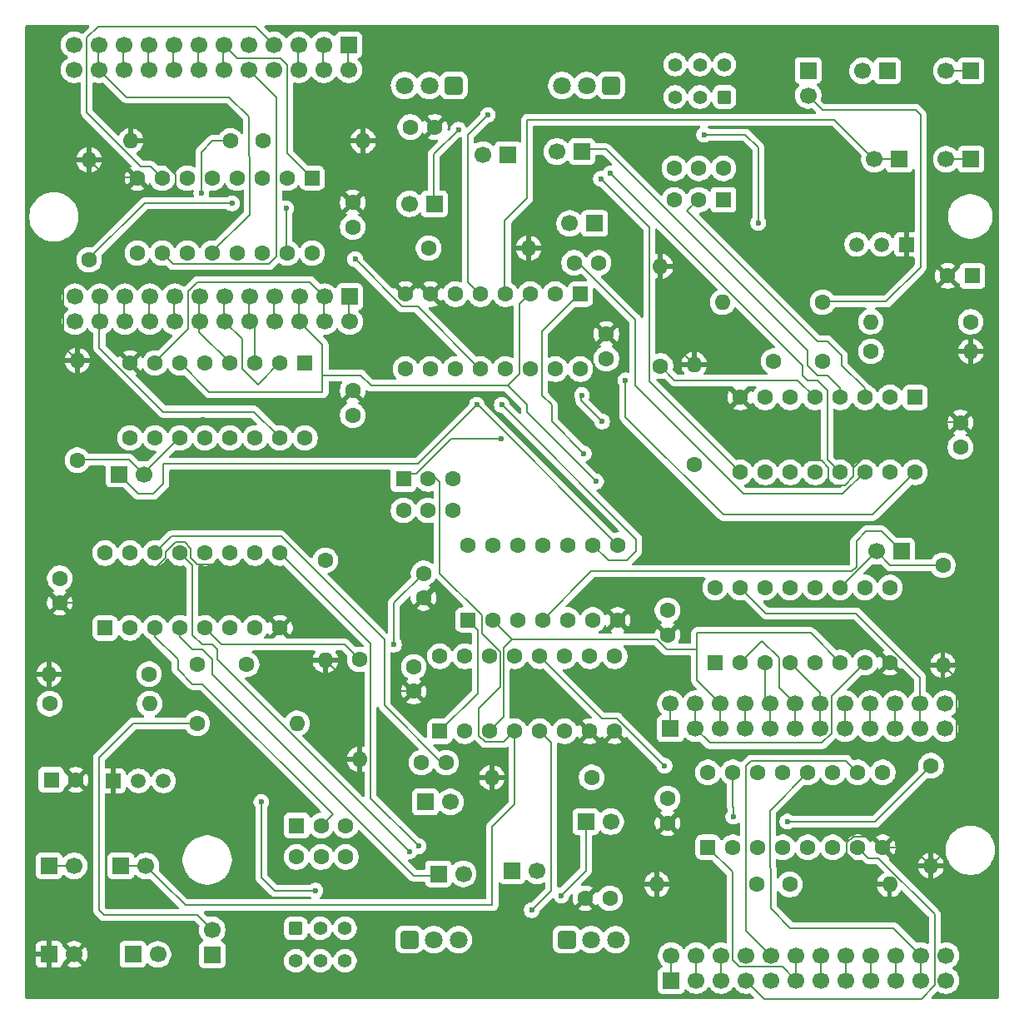
<source format=gbl>
G04 #@! TF.GenerationSoftware,KiCad,Pcbnew,9.0.1*
G04 #@! TF.CreationDate,2025-05-24T15:07:51+02:00*
G04 #@! TF.ProjectId,kleingorium,6b6c6569-6e67-46f7-9269-756d2e6b6963,rev?*
G04 #@! TF.SameCoordinates,Original*
G04 #@! TF.FileFunction,Copper,L2,Bot*
G04 #@! TF.FilePolarity,Positive*
%FSLAX46Y46*%
G04 Gerber Fmt 4.6, Leading zero omitted, Abs format (unit mm)*
G04 Created by KiCad (PCBNEW 9.0.1) date 2025-05-24 15:07:51*
%MOMM*%
%LPD*%
G01*
G04 APERTURE LIST*
G04 Aperture macros list*
%AMRoundRect*
0 Rectangle with rounded corners*
0 $1 Rounding radius*
0 $2 $3 $4 $5 $6 $7 $8 $9 X,Y pos of 4 corners*
0 Add a 4 corners polygon primitive as box body*
4,1,4,$2,$3,$4,$5,$6,$7,$8,$9,$2,$3,0*
0 Add four circle primitives for the rounded corners*
1,1,$1+$1,$2,$3*
1,1,$1+$1,$4,$5*
1,1,$1+$1,$6,$7*
1,1,$1+$1,$8,$9*
0 Add four rect primitives between the rounded corners*
20,1,$1+$1,$2,$3,$4,$5,0*
20,1,$1+$1,$4,$5,$6,$7,0*
20,1,$1+$1,$6,$7,$8,$9,0*
20,1,$1+$1,$8,$9,$2,$3,0*%
G04 Aperture macros list end*
G04 #@! TA.AperFunction,ComponentPad*
%ADD10R,1.700000X1.700000*%
G04 #@! TD*
G04 #@! TA.AperFunction,ComponentPad*
%ADD11C,1.700000*%
G04 #@! TD*
G04 #@! TA.AperFunction,ComponentPad*
%ADD12RoundRect,0.250000X-0.550000X0.550000X-0.550000X-0.550000X0.550000X-0.550000X0.550000X0.550000X0*%
G04 #@! TD*
G04 #@! TA.AperFunction,ComponentPad*
%ADD13C,1.600000*%
G04 #@! TD*
G04 #@! TA.AperFunction,ComponentPad*
%ADD14R,1.500000X1.500000*%
G04 #@! TD*
G04 #@! TA.AperFunction,ComponentPad*
%ADD15C,1.500000*%
G04 #@! TD*
G04 #@! TA.AperFunction,ComponentPad*
%ADD16O,1.600000X1.600000*%
G04 #@! TD*
G04 #@! TA.AperFunction,ComponentPad*
%ADD17RoundRect,0.250000X0.550000X-0.550000X0.550000X0.550000X-0.550000X0.550000X-0.550000X-0.550000X0*%
G04 #@! TD*
G04 #@! TA.AperFunction,ComponentPad*
%ADD18RoundRect,0.250000X-0.650000X0.650000X-0.650000X-0.650000X0.650000X-0.650000X0.650000X0.650000X0*%
G04 #@! TD*
G04 #@! TA.AperFunction,ComponentPad*
%ADD19C,1.800000*%
G04 #@! TD*
G04 #@! TA.AperFunction,ComponentPad*
%ADD20R,1.600000X1.600000*%
G04 #@! TD*
G04 #@! TA.AperFunction,ComponentPad*
%ADD21RoundRect,0.250000X0.650000X-0.650000X0.650000X0.650000X-0.650000X0.650000X-0.650000X-0.650000X0*%
G04 #@! TD*
G04 #@! TA.AperFunction,ComponentPad*
%ADD22RoundRect,0.250000X-0.450000X-0.450000X0.450000X-0.450000X0.450000X0.450000X-0.450000X0.450000X0*%
G04 #@! TD*
G04 #@! TA.AperFunction,ComponentPad*
%ADD23C,1.400000*%
G04 #@! TD*
G04 #@! TA.AperFunction,ComponentPad*
%ADD24RoundRect,0.250000X0.450000X0.450000X-0.450000X0.450000X-0.450000X-0.450000X0.450000X-0.450000X0*%
G04 #@! TD*
G04 #@! TA.AperFunction,ViaPad*
%ADD25C,0.600000*%
G04 #@! TD*
G04 #@! TA.AperFunction,Conductor*
%ADD26C,0.200000*%
G04 #@! TD*
G04 APERTURE END LIST*
D10*
G04 #@! TO.P,J10,1,Pin_1*
G04 #@! TO.N,VCC*
X98430000Y-142000000D03*
D11*
G04 #@! TO.P,J10,2,Pin_2*
X100970000Y-142000000D03*
G04 #@! TD*
D12*
G04 #@! TO.P,U12,1,Q11*
G04 #@! TO.N,/4040 2/Q11*
X115940000Y-81855000D03*
D13*
G04 #@! TO.P,U12,2,Q5*
G04 #@! TO.N,/4040 2/Q5*
X113400000Y-81855000D03*
G04 #@! TO.P,U12,3,Q4*
G04 #@! TO.N,/4040 2/Q4*
X110860000Y-81855000D03*
G04 #@! TO.P,U12,4,Q6*
G04 #@! TO.N,/4040 2/Q6*
X108320000Y-81855000D03*
G04 #@! TO.P,U12,5,Q3*
G04 #@! TO.N,/4040 2/Q3*
X105780000Y-81855000D03*
G04 #@! TO.P,U12,6,Q2*
G04 #@! TO.N,/4040 2/Q2*
X103240000Y-81855000D03*
G04 #@! TO.P,U12,7,Q1*
G04 #@! TO.N,/4040 2/Q1*
X100700000Y-81855000D03*
G04 #@! TO.P,U12,8,VSS*
G04 #@! TO.N,GND*
X98160000Y-81855000D03*
G04 #@! TO.P,U12,9,Q0*
G04 #@! TO.N,/4040 2/Q0*
X98160000Y-89475000D03*
G04 #@! TO.P,U12,10,CLK*
G04 #@! TO.N,/4040 2/Clock*
X100700000Y-89475000D03*
G04 #@! TO.P,U12,11,Reset*
G04 #@! TO.N,/4040 2/Reset*
X103240000Y-89475000D03*
G04 #@! TO.P,U12,12,Q8*
G04 #@! TO.N,/4040 2/Q8*
X105780000Y-89475000D03*
G04 #@! TO.P,U12,13,Q7*
G04 #@! TO.N,/4040 2/Q7*
X108320000Y-89475000D03*
G04 #@! TO.P,U12,14,Q9*
G04 #@! TO.N,/4040 2/Q9*
X110860000Y-89475000D03*
G04 #@! TO.P,U12,15,Q10*
G04 #@! TO.N,/4040 2/Q10*
X113400000Y-89475000D03*
G04 #@! TO.P,U12,16,VDD*
G04 #@! TO.N,VCC*
X115940000Y-89475000D03*
G04 #@! TD*
D14*
G04 #@! TO.P,Q2,1,E*
G04 #@! TO.N,GND*
X177130000Y-69805000D03*
D15*
G04 #@! TO.P,Q2,2,B*
G04 #@! TO.N,Net-(Q2-B)*
X174590000Y-69805000D03*
G04 #@! TO.P,Q2,3,C*
G04 #@! TO.N,/4066/Cen*
X172050000Y-69805000D03*
G04 #@! TD*
D13*
G04 #@! TO.P,R12,1*
G04 #@! TO.N,/4053/Select*
X104965000Y-118500000D03*
D16*
G04 #@! TO.P,R12,2*
G04 #@! TO.N,Net-(Q1-B)*
X115125000Y-118500000D03*
G04 #@! TD*
D13*
G04 #@! TO.P,C20,1*
G04 #@! TO.N,VCC*
X120780000Y-68025000D03*
G04 #@! TO.P,C20,2*
G04 #@! TO.N,GND*
X120780000Y-65525000D03*
G04 #@! TD*
D17*
G04 #@! TO.P,U3,1,B1*
G04 #@! TO.N,/4053/B1*
X129650000Y-119305000D03*
D13*
G04 #@! TO.P,U3,2,B0*
G04 #@! TO.N,/4046/SigIn*
X132190000Y-119305000D03*
G04 #@! TO.P,U3,3,C1*
G04 #@! TO.N,/4040/Q2*
X134730000Y-119305000D03*
G04 #@! TO.P,U3,4,C*
G04 #@! TO.N,/4053/C*
X137270000Y-119305000D03*
G04 #@! TO.P,U3,5,C0*
G04 #@! TO.N,/4040/Clock*
X139810000Y-119305000D03*
G04 #@! TO.P,U3,6,INH*
G04 #@! TO.N,Net-(U3-INH)*
X142350000Y-119305000D03*
G04 #@! TO.P,U3,7,VEE*
G04 #@! TO.N,GND*
X144890000Y-119305000D03*
G04 #@! TO.P,U3,8,VSS*
X147430000Y-119305000D03*
G04 #@! TO.P,U3,9,S3*
G04 #@! TO.N,/4053/Select*
X147430000Y-111685000D03*
G04 #@! TO.P,U3,10,S2*
X144890000Y-111685000D03*
G04 #@! TO.P,U3,11,S1*
X142350000Y-111685000D03*
G04 #@! TO.P,U3,12,A0*
G04 #@! TO.N,/4017/Clock*
X139810000Y-111685000D03*
G04 #@! TO.P,U3,13,A1*
G04 #@! TO.N,/4046/SigIn*
X137270000Y-111685000D03*
G04 #@! TO.P,U3,14,A*
G04 #@! TO.N,/4053/A*
X134730000Y-111685000D03*
G04 #@! TO.P,U3,15,B*
G04 #@! TO.N,/4053/B*
X132190000Y-111685000D03*
G04 #@! TO.P,U3,16,VDD*
G04 #@! TO.N,VCC*
X129650000Y-111685000D03*
G04 #@! TD*
G04 #@! TO.P,R1,1*
G04 #@! TO.N,Net-(U3-INH)*
X145080000Y-124000000D03*
D16*
G04 #@! TO.P,R1,2*
G04 #@! TO.N,GND*
X134920000Y-124000000D03*
G04 #@! TD*
D13*
G04 #@! TO.P,R10,1*
G04 #@! TO.N,/4017/Clock*
X179610000Y-122810000D03*
D16*
G04 #@! TO.P,R10,2*
G04 #@! TO.N,GND*
X179610000Y-132970000D03*
G04 #@! TD*
D13*
G04 #@! TO.P,R8,1*
G04 #@! TO.N,/4017/Reset*
X161890000Y-134890000D03*
D16*
G04 #@! TO.P,R8,2*
G04 #@! TO.N,GND*
X151730000Y-134890000D03*
G04 #@! TD*
D13*
G04 #@! TO.P,R26,1*
G04 #@! TO.N,/4053 2/Select*
X173510000Y-80665000D03*
D16*
G04 #@! TO.P,R26,2*
G04 #@! TO.N,GND*
X183670000Y-80665000D03*
G04 #@! TD*
D10*
G04 #@! TO.P,J2,1,Pin_1*
G04 #@! TO.N,/4040/Q0*
X153105000Y-119045000D03*
D11*
G04 #@! TO.P,J2,2,Pin_2*
X153105000Y-116505000D03*
G04 #@! TO.P,J2,3,Pin_3*
G04 #@! TO.N,/4040/Q1*
X155645000Y-119045000D03*
G04 #@! TO.P,J2,4,Pin_4*
X155645000Y-116505000D03*
G04 #@! TO.P,J2,5,Pin_5*
G04 #@! TO.N,/4040/Q2*
X158185000Y-119045000D03*
G04 #@! TO.P,J2,6,Pin_6*
X158185000Y-116505000D03*
G04 #@! TO.P,J2,7,Pin_7*
G04 #@! TO.N,/4040/Q3*
X160725000Y-119045000D03*
G04 #@! TO.P,J2,8,Pin_8*
X160725000Y-116505000D03*
G04 #@! TO.P,J2,9,Pin_9*
G04 #@! TO.N,/4040/Q4*
X163265000Y-119045000D03*
G04 #@! TO.P,J2,10,Pin_10*
X163265000Y-116505000D03*
G04 #@! TO.P,J2,11,Pin_11*
G04 #@! TO.N,/4040/Q5*
X165805000Y-119045000D03*
G04 #@! TO.P,J2,12,Pin_12*
X165805000Y-116505000D03*
G04 #@! TO.P,J2,13,Pin_13*
G04 #@! TO.N,/4040/Q6*
X168345000Y-119045000D03*
G04 #@! TO.P,J2,14,Pin_14*
X168345000Y-116505000D03*
G04 #@! TO.P,J2,15,Pin_15*
G04 #@! TO.N,/4040/Q7*
X170885000Y-119045000D03*
G04 #@! TO.P,J2,16,Pin_16*
X170885000Y-116505000D03*
G04 #@! TO.P,J2,17,Pin_17*
G04 #@! TO.N,/4040/Q8*
X173425000Y-119045000D03*
G04 #@! TO.P,J2,18,Pin_18*
X173425000Y-116505000D03*
G04 #@! TO.P,J2,19,Pin_19*
G04 #@! TO.N,/4040/Q9*
X175965000Y-119045000D03*
G04 #@! TO.P,J2,20,Pin_20*
X175965000Y-116505000D03*
G04 #@! TO.P,J2,21,Pin_21*
G04 #@! TO.N,/4040/Q10*
X178505000Y-119045000D03*
G04 #@! TO.P,J2,22,Pin_22*
X178505000Y-116505000D03*
G04 #@! TO.P,J2,23,Pin_23*
G04 #@! TO.N,/4040/Q11*
X181045000Y-119045000D03*
G04 #@! TO.P,J2,24,Pin_24*
X181045000Y-116505000D03*
G04 #@! TD*
D13*
G04 #@! TO.P,C2,1*
G04 #@! TO.N,Net-(U1-SigIn)*
X130290000Y-122500000D03*
G04 #@! TO.P,C2,2*
G04 #@! TO.N,/4046/SigIn*
X127790000Y-122500000D03*
G04 #@! TD*
G04 #@! TO.P,R7,1*
G04 #@! TO.N,/4040/Reset*
X180805000Y-102425000D03*
D16*
G04 #@! TO.P,R7,2*
G04 #@! TO.N,GND*
X180805000Y-112585000D03*
G04 #@! TD*
D13*
G04 #@! TO.P,C1,1*
G04 #@! TO.N,Net-(U1-C1)*
X105000000Y-112500000D03*
G04 #@! TO.P,C1,2*
G04 #@! TO.N,Net-(U1-C2)*
X110000000Y-112500000D03*
G04 #@! TD*
D18*
G04 #@! TO.P,R6,1,1*
G04 #@! TO.N,Net-(U1-VCOin)*
X142540000Y-140500000D03*
D19*
G04 #@! TO.P,R6,2,2*
G04 #@! TO.N,Net-(C3-Pad2)*
X145040000Y-140500000D03*
G04 #@! TO.P,R6,3,3*
X147540000Y-140500000D03*
G04 #@! TD*
D20*
G04 #@! TO.P,SW3,1,A*
G04 #@! TO.N,/4053 2/A*
X125950000Y-93650000D03*
D13*
G04 #@! TO.P,SW3,2,B*
G04 #@! TO.N,/4053/C*
X128450000Y-93650000D03*
G04 #@! TO.P,SW3,3,C*
G04 #@! TO.N,unconnected-(SW3-C-Pad3)*
X130950000Y-93650000D03*
G04 #@! TO.P,SW3,4*
G04 #@! TO.N,N/C*
X125950000Y-96850000D03*
G04 #@! TO.P,SW3,5*
X128450000Y-96850000D03*
G04 #@! TO.P,SW3,6*
X130950000Y-96850000D03*
G04 #@! TD*
D10*
G04 #@! TO.P,J5,1,Pin_1*
G04 #@! TO.N,/4046/Comp*
X137000000Y-133500000D03*
D11*
G04 #@! TO.P,J5,2,Pin_2*
X139540000Y-133500000D03*
G04 #@! TD*
D20*
G04 #@! TO.P,C10,1*
G04 #@! TO.N,VCC*
X90129900Y-124250000D03*
D13*
G04 #@! TO.P,C10,2*
G04 #@! TO.N,GND*
X92629900Y-124250000D03*
G04 #@! TD*
D17*
G04 #@! TO.P,U2,1,Q5*
G04 #@! TO.N,/4017/Q5*
X156920000Y-131115000D03*
D13*
G04 #@! TO.P,U2,2,Q1*
G04 #@! TO.N,/4017/Q1*
X159460000Y-131115000D03*
G04 #@! TO.P,U2,3,Q0*
G04 #@! TO.N,/4017/Q0*
X162000000Y-131115000D03*
G04 #@! TO.P,U2,4,Q2*
G04 #@! TO.N,/4017/Q2*
X164540000Y-131115000D03*
G04 #@! TO.P,U2,5,Q6*
G04 #@! TO.N,/4017/Q6*
X167080000Y-131115000D03*
G04 #@! TO.P,U2,6,Q7*
G04 #@! TO.N,/4017/Q7*
X169620000Y-131115000D03*
G04 #@! TO.P,U2,7,Q3*
G04 #@! TO.N,/4017/Q3*
X172160000Y-131115000D03*
G04 #@! TO.P,U2,8,VSS*
G04 #@! TO.N,GND*
X174700000Y-131115000D03*
G04 #@! TO.P,U2,9,Q8*
G04 #@! TO.N,/4017/Q8*
X174700000Y-123495000D03*
G04 #@! TO.P,U2,10,Q4*
G04 #@! TO.N,/4017/Q4*
X172160000Y-123495000D03*
G04 #@! TO.P,U2,11,Q9*
G04 #@! TO.N,/4017/Q9*
X169620000Y-123495000D03*
G04 #@! TO.P,U2,12,Cout*
G04 #@! TO.N,/4017/Q10*
X167080000Y-123495000D03*
G04 #@! TO.P,U2,13,CKEN*
G04 #@! TO.N,/4017/ClockEnable*
X164540000Y-123495000D03*
G04 #@! TO.P,U2,14,CLK*
G04 #@! TO.N,/4017/Clock*
X162000000Y-123495000D03*
G04 #@! TO.P,U2,15,Reset*
G04 #@! TO.N,/4017/Reset*
X159460000Y-123495000D03*
G04 #@! TO.P,U2,16,VDD*
G04 #@! TO.N,VCC*
X156920000Y-123495000D03*
G04 #@! TD*
D17*
G04 #@! TO.P,U1,1,PCP*
G04 #@! TO.N,unconnected-(U1-PCP-Pad1)*
X95610000Y-108805000D03*
D13*
G04 #@! TO.P,U1,2,PC1*
G04 #@! TO.N,unconnected-(U1-PC1-Pad2)*
X98150000Y-108805000D03*
G04 #@! TO.P,U1,3,RefIn*
G04 #@! TO.N,/4046/Comp*
X100690000Y-108805000D03*
G04 #@! TO.P,U1,4,FOUT*
G04 #@! TO.N,/4040/Clock*
X103230000Y-108805000D03*
G04 #@! TO.P,U1,5,Inh*
G04 #@! TO.N,Net-(U1-Inh)*
X105770000Y-108805000D03*
G04 #@! TO.P,U1,6,C1*
G04 #@! TO.N,Net-(U1-C1)*
X108310000Y-108805000D03*
G04 #@! TO.P,U1,7,C2*
G04 #@! TO.N,Net-(U1-C2)*
X110850000Y-108805000D03*
G04 #@! TO.P,U1,8,VSS*
G04 #@! TO.N,GND*
X113390000Y-108805000D03*
G04 #@! TO.P,U1,9,VCOin*
G04 #@! TO.N,Net-(U1-VCOin)*
X113390000Y-101185000D03*
G04 #@! TO.P,U1,10,SFout*
G04 #@! TO.N,unconnected-(U1-SFout-Pad10)*
X110850000Y-101185000D03*
G04 #@! TO.P,U1,11,R1*
G04 #@! TO.N,Net-(U1-R1)*
X108310000Y-101185000D03*
G04 #@! TO.P,U1,12,R2*
G04 #@! TO.N,unconnected-(U1-R2-Pad12)*
X105770000Y-101185000D03*
G04 #@! TO.P,U1,13,PC2*
G04 #@! TO.N,Net-(U1-PC2)*
X103230000Y-101185000D03*
G04 #@! TO.P,U1,14,SigIn*
G04 #@! TO.N,Net-(U1-SigIn)*
X100690000Y-101185000D03*
G04 #@! TO.P,U1,15,ZOUT*
G04 #@! TO.N,unconnected-(U1-ZOUT-Pad15)*
X98150000Y-101185000D03*
G04 #@! TO.P,U1,16,VDD*
G04 #@! TO.N,VCC*
X95610000Y-101185000D03*
G04 #@! TD*
D10*
G04 #@! TO.P,J7,1,Pin_1*
G04 #@! TO.N,/4053/C*
X97225000Y-133000000D03*
D11*
G04 #@! TO.P,J7,2,Pin_2*
X99765000Y-133000000D03*
G04 #@! TD*
D20*
G04 #@! TO.P,SW2,1,A*
G04 #@! TO.N,/4053/B1*
X115092500Y-128900000D03*
D13*
G04 #@! TO.P,SW2,2,B*
G04 #@! TO.N,/4046/Comp*
X117592500Y-128900000D03*
G04 #@! TO.P,SW2,3,C*
G04 #@! TO.N,unconnected-(SW2-C-Pad3)*
X120092500Y-128900000D03*
G04 #@! TO.P,SW2,4*
G04 #@! TO.N,N/C*
X115092500Y-132100000D03*
G04 #@! TO.P,SW2,5*
X117592500Y-132100000D03*
G04 #@! TO.P,SW2,6*
X120092500Y-132100000D03*
G04 #@! TD*
D10*
G04 #@! TO.P,J9,1,Pin_1*
G04 #@! TO.N,/4046/SigIn*
X128195000Y-126500000D03*
D11*
G04 #@! TO.P,J9,2,Pin_2*
X130735000Y-126500000D03*
G04 #@! TD*
D13*
G04 #@! TO.P,C8,1*
G04 #@! TO.N,Net-(U15-C1)*
X168590000Y-81665000D03*
G04 #@! TO.P,C8,2*
G04 #@! TO.N,Net-(U15-C2)*
X163590000Y-81665000D03*
G04 #@! TD*
G04 #@! TO.P,R14,1*
G04 #@! TO.N,VCC*
X183630000Y-77665000D03*
D16*
G04 #@! TO.P,R14,2*
G04 #@! TO.N,/4066/Cen*
X173470000Y-77665000D03*
G04 #@! TD*
D10*
G04 #@! TO.P,J3,1,Pin_1*
G04 #@! TO.N,/4040/Clock*
X176580000Y-101005000D03*
D11*
G04 #@! TO.P,J3,2,Pin_2*
G04 #@! TO.N,/4040/Reset*
X174040000Y-101005000D03*
G04 #@! TD*
D10*
G04 #@! TO.P,J15,1,Pin_1*
G04 #@! TO.N,/4046 2/SigIn*
X145395000Y-67665000D03*
D11*
G04 #@! TO.P,J15,2,Pin_2*
X142855000Y-67665000D03*
G04 #@! TD*
D21*
G04 #@! TO.P,R34,1,1*
G04 #@! TO.N,Net-(U15-VCOin)*
X131070000Y-53640000D03*
D19*
G04 #@! TO.P,R34,2,2*
G04 #@! TO.N,Net-(C9-Pad2)*
X128570000Y-53640000D03*
G04 #@! TO.P,R34,3,3*
X126070000Y-53640000D03*
G04 #@! TD*
D13*
G04 #@! TO.P,R2,1*
G04 #@! TO.N,/4053/Select*
X100080000Y-113500000D03*
D16*
G04 #@! TO.P,R2,2*
G04 #@! TO.N,GND*
X89920000Y-113500000D03*
G04 #@! TD*
D13*
G04 #@! TO.P,C17,1*
G04 #@! TO.N,VCC*
X182590000Y-90415000D03*
G04 #@! TO.P,C17,2*
G04 #@! TO.N,GND*
X182590000Y-87915000D03*
G04 #@! TD*
D10*
G04 #@! TO.P,J22,1,Pin_1*
G04 #@! TO.N,/4017 2/Q0*
X120400000Y-49500000D03*
D11*
G04 #@! TO.P,J22,2,Pin_2*
X120400000Y-52040000D03*
G04 #@! TO.P,J22,3,Pin_3*
G04 #@! TO.N,/4017 2/Q1*
X117860000Y-49500000D03*
G04 #@! TO.P,J22,4,Pin_4*
X117860000Y-52040000D03*
G04 #@! TO.P,J22,5,Pin_5*
G04 #@! TO.N,/4017 2/Q2*
X115320000Y-49500000D03*
G04 #@! TO.P,J22,6,Pin_6*
X115320000Y-52040000D03*
G04 #@! TO.P,J22,7,Pin_7*
G04 #@! TO.N,/4017 2/Q3*
X112780000Y-49500000D03*
G04 #@! TO.P,J22,8,Pin_8*
X112780000Y-52040000D03*
G04 #@! TO.P,J22,9,Pin_9*
G04 #@! TO.N,/4017 2/Q4*
X110240000Y-49500000D03*
G04 #@! TO.P,J22,10,Pin_10*
X110240000Y-52040000D03*
G04 #@! TO.P,J22,11,Pin_11*
G04 #@! TO.N,/4017 2/Q5*
X107700000Y-49500000D03*
G04 #@! TO.P,J22,12,Pin_12*
X107700000Y-52040000D03*
G04 #@! TO.P,J22,13,Pin_13*
G04 #@! TO.N,/4017 2/Q6*
X105160000Y-49500000D03*
G04 #@! TO.P,J22,14,Pin_14*
X105160000Y-52040000D03*
G04 #@! TO.P,J22,15,Pin_15*
G04 #@! TO.N,/4017 2/Q7*
X102620000Y-49500000D03*
G04 #@! TO.P,J22,16,Pin_16*
X102620000Y-52040000D03*
G04 #@! TO.P,J22,17,Pin_17*
G04 #@! TO.N,/4017 2/Q8*
X100080000Y-49500000D03*
G04 #@! TO.P,J22,18,Pin_18*
X100080000Y-52040000D03*
G04 #@! TO.P,J22,19,Pin_19*
G04 #@! TO.N,/4017 2/Q9*
X97540000Y-49500000D03*
G04 #@! TO.P,J22,20,Pin_20*
X97540000Y-52040000D03*
G04 #@! TO.P,J22,21,Pin_21*
G04 #@! TO.N,/4017 2/Q10*
X95000000Y-49500000D03*
G04 #@! TO.P,J22,22,Pin_22*
X95000000Y-52040000D03*
G04 #@! TO.P,J22,23,Pin_23*
G04 #@! TO.N,/4017 2/Reset*
X92460000Y-49500000D03*
G04 #@! TO.P,J22,24,Pin_24*
X92460000Y-52040000D03*
G04 #@! TD*
D10*
G04 #@! TO.P,J13,1,Pin_1*
G04 #@! TO.N,/4053 2/Select*
X167110000Y-52100000D03*
D11*
G04 #@! TO.P,J13,2,Pin_2*
X167110000Y-54640000D03*
G04 #@! TD*
D13*
G04 #@! TO.P,C19,1*
G04 #@! TO.N,VCC*
X146590000Y-81415000D03*
G04 #@! TO.P,C19,2*
G04 #@! TO.N,GND*
X146590000Y-78915000D03*
G04 #@! TD*
G04 #@! TO.P,R9,1*
G04 #@! TO.N,/4017/ClockEnable*
X165230000Y-134890000D03*
D16*
G04 #@! TO.P,R9,2*
G04 #@! TO.N,GND*
X175390000Y-134890000D03*
G04 #@! TD*
D13*
G04 #@! TO.P,R32,1*
G04 #@! TO.N,Net-(U15-Inh)*
X152090000Y-82165000D03*
D16*
G04 #@! TO.P,R32,2*
G04 #@! TO.N,GND*
X152090000Y-72005000D03*
G04 #@! TD*
D10*
G04 #@! TO.P,J11,1,Pin_1*
G04 #@! TO.N,GND*
X89930000Y-142000000D03*
D11*
G04 #@! TO.P,J11,2,Pin_2*
X92470000Y-142000000D03*
G04 #@! TD*
D12*
G04 #@! TO.P,U14,1,Q5*
G04 #@! TO.N,/4017 2/Q5*
X116670000Y-63050000D03*
D13*
G04 #@! TO.P,U14,2,Q1*
G04 #@! TO.N,/4017 2/Q1*
X114130000Y-63050000D03*
G04 #@! TO.P,U14,3,Q0*
G04 #@! TO.N,/4017 2/Q0*
X111590000Y-63050000D03*
G04 #@! TO.P,U14,4,Q2*
G04 #@! TO.N,/4017 2/Q2*
X109050000Y-63050000D03*
G04 #@! TO.P,U14,5,Q6*
G04 #@! TO.N,/4017 2/Q6*
X106510000Y-63050000D03*
G04 #@! TO.P,U14,6,Q7*
G04 #@! TO.N,/4017 2/Q7*
X103970000Y-63050000D03*
G04 #@! TO.P,U14,7,Q3*
G04 #@! TO.N,/4017 2/Q3*
X101430000Y-63050000D03*
G04 #@! TO.P,U14,8,VSS*
G04 #@! TO.N,GND*
X98890000Y-63050000D03*
G04 #@! TO.P,U14,9,Q8*
G04 #@! TO.N,/4017 2/Q8*
X98890000Y-70670000D03*
G04 #@! TO.P,U14,10,Q4*
G04 #@! TO.N,/4017 2/Q4*
X101430000Y-70670000D03*
G04 #@! TO.P,U14,11,Q9*
G04 #@! TO.N,/4017 2/Q9*
X103970000Y-70670000D03*
G04 #@! TO.P,U14,12,Cout*
G04 #@! TO.N,/4017 2/Q10*
X106510000Y-70670000D03*
G04 #@! TO.P,U14,13,CKEN*
G04 #@! TO.N,/4017 2/ClockEnable*
X109050000Y-70670000D03*
G04 #@! TO.P,U14,14,CLK*
G04 #@! TO.N,/4017 2/Clock*
X111590000Y-70670000D03*
G04 #@! TO.P,U14,15,Reset*
G04 #@! TO.N,/4017 2/Reset*
X114130000Y-70670000D03*
G04 #@! TO.P,U14,16,VDD*
G04 #@! TO.N,VCC*
X116670000Y-70670000D03*
G04 #@! TD*
D20*
G04 #@! TO.P,SW5,1,A*
G04 #@! TO.N,/4053 2/B1*
X158497500Y-65265000D03*
D13*
G04 #@! TO.P,SW5,2,B*
G04 #@! TO.N,/4046 2/Comp*
X155997500Y-65265000D03*
G04 #@! TO.P,SW5,3,C*
G04 #@! TO.N,unconnected-(SW5-C-Pad3)*
X153497500Y-65265000D03*
G04 #@! TO.P,SW5,4*
G04 #@! TO.N,N/C*
X158497500Y-62065000D03*
G04 #@! TO.P,SW5,5*
X155997500Y-62065000D03*
G04 #@! TO.P,SW5,6*
X153497500Y-62065000D03*
G04 #@! TD*
D10*
G04 #@! TO.P,J24,1,Pin_1*
G04 #@! TO.N,Net-(J24-Pin_1)*
X183680000Y-52140000D03*
D11*
G04 #@! TO.P,J24,2,Pin_2*
X181140000Y-52140000D03*
G04 #@! TD*
D10*
G04 #@! TO.P,J14,1,Pin_1*
G04 #@! TO.N,/4053 2/A*
X183680000Y-61140000D03*
D11*
G04 #@! TO.P,J14,2,Pin_2*
X181140000Y-61140000D03*
G04 #@! TD*
D13*
G04 #@! TO.P,C14,1*
G04 #@! TO.N,VCC*
X127000000Y-112750000D03*
G04 #@! TO.P,C14,2*
G04 #@! TO.N,GND*
X127000000Y-115250000D03*
G04 #@! TD*
G04 #@! TO.P,R30,1*
G04 #@! TO.N,Net-(U15-R1)*
X155500000Y-92160000D03*
D16*
G04 #@! TO.P,R30,2*
G04 #@! TO.N,GND*
X155500000Y-82000000D03*
G04 #@! TD*
D13*
G04 #@! TO.P,C15,1*
G04 #@! TO.N,VCC*
X91000000Y-103750000D03*
G04 #@! TO.P,C15,2*
G04 #@! TO.N,GND*
X91000000Y-106250000D03*
G04 #@! TD*
G04 #@! TO.P,R28,1*
G04 #@! TO.N,/4017 2/ClockEnable*
X108360000Y-59275000D03*
D16*
G04 #@! TO.P,R28,2*
G04 #@! TO.N,GND*
X98200000Y-59275000D03*
G04 #@! TD*
D10*
G04 #@! TO.P,J6,1,Pin_1*
G04 #@! TO.N,/4053/Select*
X106500000Y-142040000D03*
D11*
G04 #@! TO.P,J6,2,Pin_2*
X106500000Y-139500000D03*
G04 #@! TD*
D22*
G04 #@! TO.P,SW1,1,A*
G04 #@! TO.N,/4017/Reset*
X115000000Y-139357500D03*
D23*
G04 #@! TO.P,SW1,2,B*
G04 #@! TO.N,/4053/B*
X117500000Y-139357500D03*
G04 #@! TO.P,SW1,3,C*
G04 #@! TO.N,/4017/Q0*
X120000000Y-139357500D03*
G04 #@! TO.P,SW1,4*
G04 #@! TO.N,N/C*
X120000000Y-142657500D03*
G04 #@! TO.P,SW1,5*
X117500000Y-142657500D03*
G04 #@! TO.P,SW1,6*
X115000000Y-142657500D03*
G04 #@! TD*
D10*
G04 #@! TO.P,J21,1,Pin_1*
G04 #@! TO.N,/4040 2/Q0*
X120485000Y-75120000D03*
D11*
G04 #@! TO.P,J21,2,Pin_2*
X120485000Y-77660000D03*
G04 #@! TO.P,J21,3,Pin_3*
G04 #@! TO.N,/4040 2/Q1*
X117945000Y-75120000D03*
G04 #@! TO.P,J21,4,Pin_4*
X117945000Y-77660000D03*
G04 #@! TO.P,J21,5,Pin_5*
G04 #@! TO.N,/4040 2/Q2*
X115405000Y-75120000D03*
G04 #@! TO.P,J21,6,Pin_6*
X115405000Y-77660000D03*
G04 #@! TO.P,J21,7,Pin_7*
G04 #@! TO.N,/4040 2/Q3*
X112865000Y-75120000D03*
G04 #@! TO.P,J21,8,Pin_8*
X112865000Y-77660000D03*
G04 #@! TO.P,J21,9,Pin_9*
G04 #@! TO.N,/4040 2/Q4*
X110325000Y-75120000D03*
G04 #@! TO.P,J21,10,Pin_10*
X110325000Y-77660000D03*
G04 #@! TO.P,J21,11,Pin_11*
G04 #@! TO.N,/4040 2/Q5*
X107785000Y-75120000D03*
G04 #@! TO.P,J21,12,Pin_12*
X107785000Y-77660000D03*
G04 #@! TO.P,J21,13,Pin_13*
G04 #@! TO.N,/4040 2/Q6*
X105245000Y-75120000D03*
G04 #@! TO.P,J21,14,Pin_14*
X105245000Y-77660000D03*
G04 #@! TO.P,J21,15,Pin_15*
G04 #@! TO.N,/4040 2/Q7*
X102705000Y-75120000D03*
G04 #@! TO.P,J21,16,Pin_16*
X102705000Y-77660000D03*
G04 #@! TO.P,J21,17,Pin_17*
G04 #@! TO.N,/4040 2/Q8*
X100165000Y-75120000D03*
G04 #@! TO.P,J21,18,Pin_18*
X100165000Y-77660000D03*
G04 #@! TO.P,J21,19,Pin_19*
G04 #@! TO.N,/4040 2/Q9*
X97625000Y-75120000D03*
G04 #@! TO.P,J21,20,Pin_20*
X97625000Y-77660000D03*
G04 #@! TO.P,J21,21,Pin_21*
G04 #@! TO.N,/4040 2/Q10*
X95085000Y-75120000D03*
G04 #@! TO.P,J21,22,Pin_22*
X95085000Y-77660000D03*
G04 #@! TO.P,J21,23,Pin_23*
G04 #@! TO.N,/4040 2/Q11*
X92545000Y-75120000D03*
G04 #@! TO.P,J21,24,Pin_24*
X92545000Y-77660000D03*
G04 #@! TD*
D18*
G04 #@! TO.P,R5,1,1*
G04 #@! TO.N,Net-(U1-PC2)*
X126540000Y-140500000D03*
D19*
G04 #@! TO.P,R5,2,2*
G04 #@! TO.N,Net-(U1-VCOin)*
X129040000Y-140500000D03*
G04 #@! TO.P,R5,3,3*
X131540000Y-140500000D03*
G04 #@! TD*
D17*
G04 #@! TO.P,U4,1,Q11*
G04 #@! TO.N,/4040/Q11*
X157650000Y-112310000D03*
D13*
G04 #@! TO.P,U4,2,Q5*
G04 #@! TO.N,/4040/Q5*
X160190000Y-112310000D03*
G04 #@! TO.P,U4,3,Q4*
G04 #@! TO.N,/4040/Q4*
X162730000Y-112310000D03*
G04 #@! TO.P,U4,4,Q6*
G04 #@! TO.N,/4040/Q6*
X165270000Y-112310000D03*
G04 #@! TO.P,U4,5,Q3*
G04 #@! TO.N,/4040/Q3*
X167810000Y-112310000D03*
G04 #@! TO.P,U4,6,Q2*
G04 #@! TO.N,/4040/Q2*
X170350000Y-112310000D03*
G04 #@! TO.P,U4,7,Q1*
G04 #@! TO.N,/4040/Q1*
X172890000Y-112310000D03*
G04 #@! TO.P,U4,8,VSS*
G04 #@! TO.N,GND*
X175430000Y-112310000D03*
G04 #@! TO.P,U4,9,Q0*
G04 #@! TO.N,/4040/Q0*
X175430000Y-104690000D03*
G04 #@! TO.P,U4,10,CLK*
G04 #@! TO.N,/4040/Clock*
X172890000Y-104690000D03*
G04 #@! TO.P,U4,11,Reset*
G04 #@! TO.N,/4040/Reset*
X170350000Y-104690000D03*
G04 #@! TO.P,U4,12,Q8*
G04 #@! TO.N,/4040/Q8*
X167810000Y-104690000D03*
G04 #@! TO.P,U4,13,Q7*
G04 #@! TO.N,/4040/Q7*
X165270000Y-104690000D03*
G04 #@! TO.P,U4,14,Q9*
G04 #@! TO.N,/4040/Q9*
X162730000Y-104690000D03*
G04 #@! TO.P,U4,15,Q10*
G04 #@! TO.N,/4040/Q10*
X160190000Y-104690000D03*
G04 #@! TO.P,U4,16,VDD*
G04 #@! TO.N,VCC*
X157650000Y-104690000D03*
G04 #@! TD*
G04 #@! TO.P,C7,1*
G04 #@! TO.N,Net-(U15-SigIn)*
X143300000Y-71665000D03*
G04 #@! TO.P,C7,2*
G04 #@! TO.N,/4046 2/SigIn*
X145800000Y-71665000D03*
G04 #@! TD*
G04 #@! TO.P,R11,1*
G04 #@! TO.N,VCC*
X89960000Y-116500000D03*
D16*
G04 #@! TO.P,R11,2*
G04 #@! TO.N,/4066/Ben*
X100120000Y-116500000D03*
G04 #@! TD*
D10*
G04 #@! TO.P,J12,1,Pin_1*
G04 #@! TO.N,/4053/B1*
X144500000Y-128500000D03*
D11*
G04 #@! TO.P,J12,2,Pin_2*
X147040000Y-128500000D03*
G04 #@! TD*
D13*
G04 #@! TO.P,R27,1*
G04 #@! TO.N,/4040 2/Reset*
X92785000Y-91740000D03*
D16*
G04 #@! TO.P,R27,2*
G04 #@! TO.N,GND*
X92785000Y-81580000D03*
G04 #@! TD*
D21*
G04 #@! TO.P,R33,1,1*
G04 #@! TO.N,Net-(U15-PC2)*
X147070000Y-53640000D03*
D19*
G04 #@! TO.P,R33,2,2*
G04 #@! TO.N,Net-(U15-VCOin)*
X144570000Y-53640000D03*
G04 #@! TO.P,R33,3,3*
X142070000Y-53640000D03*
G04 #@! TD*
D14*
G04 #@! TO.P,Q1,1,E*
G04 #@! TO.N,GND*
X96460000Y-124360000D03*
D15*
G04 #@! TO.P,Q1,2,B*
G04 #@! TO.N,Net-(Q1-B)*
X99000000Y-124360000D03*
G04 #@! TO.P,Q1,3,C*
G04 #@! TO.N,/4066/Ben*
X101540000Y-124360000D03*
G04 #@! TD*
D10*
G04 #@! TO.P,J4,1,Pin_1*
G04 #@! TO.N,/4040/Clock*
X129500000Y-133805000D03*
D11*
G04 #@! TO.P,J4,2,Pin_2*
X132040000Y-133805000D03*
G04 #@! TD*
D12*
G04 #@! TO.P,U15,1,PCP*
G04 #@! TO.N,unconnected-(U15-PCP-Pad1)*
X177980000Y-85360000D03*
D13*
G04 #@! TO.P,U15,2,PC1*
G04 #@! TO.N,unconnected-(U15-PC1-Pad2)*
X175440000Y-85360000D03*
G04 #@! TO.P,U15,3,RefIn*
G04 #@! TO.N,/4046 2/Comp*
X172900000Y-85360000D03*
G04 #@! TO.P,U15,4,FOUT*
G04 #@! TO.N,/4040 2/Clock*
X170360000Y-85360000D03*
G04 #@! TO.P,U15,5,Inh*
G04 #@! TO.N,Net-(U15-Inh)*
X167820000Y-85360000D03*
G04 #@! TO.P,U15,6,C1*
G04 #@! TO.N,Net-(U15-C1)*
X165280000Y-85360000D03*
G04 #@! TO.P,U15,7,C2*
G04 #@! TO.N,Net-(U15-C2)*
X162740000Y-85360000D03*
G04 #@! TO.P,U15,8,VSS*
G04 #@! TO.N,GND*
X160200000Y-85360000D03*
G04 #@! TO.P,U15,9,VCOin*
G04 #@! TO.N,Net-(U15-VCOin)*
X160200000Y-92980000D03*
G04 #@! TO.P,U15,10,SFout*
G04 #@! TO.N,unconnected-(U15-SFout-Pad10)*
X162740000Y-92980000D03*
G04 #@! TO.P,U15,11,R1*
G04 #@! TO.N,Net-(U15-R1)*
X165280000Y-92980000D03*
G04 #@! TO.P,U15,12,R2*
G04 #@! TO.N,unconnected-(U15-R2-Pad12)*
X167820000Y-92980000D03*
G04 #@! TO.P,U15,13,PC2*
G04 #@! TO.N,Net-(U15-PC2)*
X170360000Y-92980000D03*
G04 #@! TO.P,U15,14,SigIn*
G04 #@! TO.N,Net-(U15-SigIn)*
X172900000Y-92980000D03*
G04 #@! TO.P,U15,15,ZOUT*
G04 #@! TO.N,unconnected-(U15-ZOUT-Pad15)*
X175440000Y-92980000D03*
G04 #@! TO.P,U15,16,VDD*
G04 #@! TO.N,VCC*
X177980000Y-92980000D03*
G04 #@! TD*
G04 #@! TO.P,R3,1*
G04 #@! TO.N,Net-(U1-Inh)*
X121500000Y-112000000D03*
D16*
G04 #@! TO.P,R3,2*
G04 #@! TO.N,GND*
X121500000Y-122160000D03*
G04 #@! TD*
D13*
G04 #@! TO.P,R31,1*
G04 #@! TO.N,/4017 2/Reset*
X111700000Y-59275000D03*
D16*
G04 #@! TO.P,R31,2*
G04 #@! TO.N,GND*
X121860000Y-59275000D03*
G04 #@! TD*
D13*
G04 #@! TO.P,R29,1*
G04 #@! TO.N,Net-(U13-INH)*
X128510000Y-70165000D03*
D16*
G04 #@! TO.P,R29,2*
G04 #@! TO.N,GND*
X138670000Y-70165000D03*
G04 #@! TD*
D10*
G04 #@! TO.P,J16,1,Pin_1*
G04 #@! TO.N,/4046 2/Comp*
X136590000Y-60665000D03*
D11*
G04 #@! TO.P,J16,2,Pin_2*
X134050000Y-60665000D03*
G04 #@! TD*
D13*
G04 #@! TO.P,C9,1*
G04 #@! TO.N,GND*
X129145000Y-57860000D03*
G04 #@! TO.P,C9,2*
G04 #@! TO.N,Net-(C9-Pad2)*
X126645000Y-57860000D03*
G04 #@! TD*
G04 #@! TO.P,C16,1*
G04 #@! TO.N,VCC*
X120785000Y-87160000D03*
G04 #@! TO.P,C16,2*
G04 #@! TO.N,GND*
X120785000Y-84660000D03*
G04 #@! TD*
D20*
G04 #@! TO.P,C18,1*
G04 #@! TO.N,VCC*
X183805113Y-73000000D03*
D13*
G04 #@! TO.P,C18,2*
G04 #@! TO.N,GND*
X181305113Y-73000000D03*
G04 #@! TD*
G04 #@! TO.P,R25,1*
G04 #@! TO.N,/4017 2/Clock*
X93980000Y-71355000D03*
D16*
G04 #@! TO.P,R25,2*
G04 #@! TO.N,GND*
X93980000Y-61195000D03*
G04 #@! TD*
D10*
G04 #@! TO.P,J19,1,Pin_1*
G04 #@! TO.N,/4040 2/Clock*
X144090000Y-60360000D03*
D11*
G04 #@! TO.P,J19,2,Pin_2*
X141550000Y-60360000D03*
G04 #@! TD*
D13*
G04 #@! TO.P,C3,1*
G04 #@! TO.N,GND*
X144445000Y-136305000D03*
G04 #@! TO.P,C3,2*
G04 #@! TO.N,Net-(C3-Pad2)*
X146945000Y-136305000D03*
G04 #@! TD*
G04 #@! TO.P,C12,1*
G04 #@! TO.N,VCC*
X152805000Y-107005000D03*
G04 #@! TO.P,C12,2*
G04 #@! TO.N,GND*
X152805000Y-109505000D03*
G04 #@! TD*
D24*
G04 #@! TO.P,SW4,1,A*
G04 #@! TO.N,/4017 2/Reset*
X158590000Y-54807500D03*
D23*
G04 #@! TO.P,SW4,2,B*
G04 #@! TO.N,/4053 2/B*
X156090000Y-54807500D03*
G04 #@! TO.P,SW4,3,C*
G04 #@! TO.N,/4017 2/Q0*
X153590000Y-54807500D03*
G04 #@! TO.P,SW4,4*
G04 #@! TO.N,N/C*
X153590000Y-51507500D03*
G04 #@! TO.P,SW4,5*
X156090000Y-51507500D03*
G04 #@! TO.P,SW4,6*
X158590000Y-51507500D03*
G04 #@! TD*
D17*
G04 #@! TO.P,U5,1*
G04 #@! TO.N,/4053/B1*
X132500000Y-108000000D03*
D13*
G04 #@! TO.P,U5,2*
G04 #@! TO.N,/4040/Q2*
X135040000Y-108000000D03*
G04 #@! TO.P,U5,3*
G04 #@! TO.N,/4017/Clock*
X137580000Y-108000000D03*
G04 #@! TO.P,U5,4*
G04 #@! TO.N,/4040/Clock*
X140120000Y-108000000D03*
G04 #@! TO.P,U5,5*
G04 #@! TO.N,/4066/Ben*
X142660000Y-108000000D03*
G04 #@! TO.P,U5,6*
G04 #@! TO.N,/4066/Cen*
X145200000Y-108000000D03*
G04 #@! TO.P,U5,7,V_{SS}*
G04 #@! TO.N,GND*
X147740000Y-108000000D03*
G04 #@! TO.P,U5,8*
G04 #@! TO.N,/4040 2/Clock*
X147740000Y-100380000D03*
G04 #@! TO.P,U5,9*
G04 #@! TO.N,/4017 2/Clock*
X145200000Y-100380000D03*
G04 #@! TO.P,U5,10*
G04 #@! TO.N,/4040 2/Q2*
X142660000Y-100380000D03*
G04 #@! TO.P,U5,11*
G04 #@! TO.N,/4053 2/B1*
X140120000Y-100380000D03*
G04 #@! TO.P,U5,12*
G04 #@! TO.N,/4053 2/Select*
X137580000Y-100380000D03*
G04 #@! TO.P,U5,13*
G04 #@! TO.N,/4053/Select*
X135040000Y-100380000D03*
G04 #@! TO.P,U5,14,V_{DD}*
G04 #@! TO.N,VCC*
X132500000Y-100380000D03*
G04 #@! TD*
G04 #@! TO.P,C11,1*
G04 #@! TO.N,VCC*
X128000000Y-103250000D03*
G04 #@! TO.P,C11,2*
G04 #@! TO.N,GND*
X128000000Y-105750000D03*
G04 #@! TD*
D10*
G04 #@! TO.P,J17,1,Pin_1*
G04 #@! TO.N,/4053 2/C*
X176385000Y-61140000D03*
D11*
G04 #@! TO.P,J17,2,Pin_2*
X173845000Y-61140000D03*
G04 #@! TD*
D10*
G04 #@! TO.P,J20,1,Pin_1*
G04 #@! TO.N,/4040 2/Clock*
X97010000Y-93160000D03*
D11*
G04 #@! TO.P,J20,2,Pin_2*
G04 #@! TO.N,/4040 2/Reset*
X99550000Y-93160000D03*
G04 #@! TD*
D13*
G04 #@! TO.P,R13,1*
G04 #@! TO.N,/4053 2/Select*
X168580000Y-75665000D03*
D16*
G04 #@! TO.P,R13,2*
G04 #@! TO.N,Net-(Q2-B)*
X158420000Y-75665000D03*
G04 #@! TD*
D10*
G04 #@! TO.P,J18,1,Pin_1*
G04 #@! TO.N,/4053 2/B1*
X129090000Y-65665000D03*
D11*
G04 #@! TO.P,J18,2,Pin_2*
X126550000Y-65665000D03*
G04 #@! TD*
D10*
G04 #@! TO.P,J8,1,Pin_1*
G04 #@! TO.N,/4053/A*
X89930000Y-133000000D03*
D11*
G04 #@! TO.P,J8,2,Pin_2*
X92470000Y-133000000D03*
G04 #@! TD*
D10*
G04 #@! TO.P,J23,1,Pin_1*
G04 #@! TO.N,Net-(J23-Pin_1)*
X175180000Y-52140000D03*
D11*
G04 #@! TO.P,J23,2,Pin_2*
X172640000Y-52140000D03*
G04 #@! TD*
D12*
G04 #@! TO.P,U13,1,B1*
G04 #@! TO.N,/4053 2/B1*
X143940000Y-74860000D03*
D13*
G04 #@! TO.P,U13,2,B0*
G04 #@! TO.N,/4046 2/SigIn*
X141400000Y-74860000D03*
G04 #@! TO.P,U13,3,C1*
G04 #@! TO.N,/4040 2/Q2*
X138860000Y-74860000D03*
G04 #@! TO.P,U13,4,C*
G04 #@! TO.N,/4053 2/C*
X136320000Y-74860000D03*
G04 #@! TO.P,U13,5,C0*
G04 #@! TO.N,/4040 2/Clock*
X133780000Y-74860000D03*
G04 #@! TO.P,U13,6,INH*
G04 #@! TO.N,Net-(U13-INH)*
X131240000Y-74860000D03*
G04 #@! TO.P,U13,7,VEE*
G04 #@! TO.N,GND*
X128700000Y-74860000D03*
G04 #@! TO.P,U13,8,VSS*
X126160000Y-74860000D03*
G04 #@! TO.P,U13,9,S3*
G04 #@! TO.N,/4053 2/Select*
X126160000Y-82480000D03*
G04 #@! TO.P,U13,10,S2*
X128700000Y-82480000D03*
G04 #@! TO.P,U13,11,S1*
X131240000Y-82480000D03*
G04 #@! TO.P,U13,12,A0*
G04 #@! TO.N,/4017 2/Clock*
X133780000Y-82480000D03*
G04 #@! TO.P,U13,13,A1*
G04 #@! TO.N,/4046 2/SigIn*
X136320000Y-82480000D03*
G04 #@! TO.P,U13,14,A*
G04 #@! TO.N,/4053 2/A*
X138860000Y-82480000D03*
G04 #@! TO.P,U13,15,B*
G04 #@! TO.N,/4053 2/B*
X141400000Y-82480000D03*
G04 #@! TO.P,U13,16,VDD*
G04 #@! TO.N,VCC*
X143940000Y-82480000D03*
G04 #@! TD*
G04 #@! TO.P,C13,1*
G04 #@! TO.N,VCC*
X152810000Y-126140000D03*
G04 #@! TO.P,C13,2*
G04 #@! TO.N,GND*
X152810000Y-128640000D03*
G04 #@! TD*
G04 #@! TO.P,R4,1*
G04 #@! TO.N,Net-(U1-R1)*
X118000000Y-101920000D03*
D16*
G04 #@! TO.P,R4,2*
G04 #@! TO.N,GND*
X118000000Y-112080000D03*
G04 #@! TD*
D10*
G04 #@! TO.P,J1,1,Pin_1*
G04 #@! TO.N,/4017/Q0*
X153190000Y-144665000D03*
D11*
G04 #@! TO.P,J1,2,Pin_2*
X153190000Y-142125000D03*
G04 #@! TO.P,J1,3,Pin_3*
G04 #@! TO.N,/4017/Q1*
X155730000Y-144665000D03*
G04 #@! TO.P,J1,4,Pin_4*
X155730000Y-142125000D03*
G04 #@! TO.P,J1,5,Pin_5*
G04 #@! TO.N,/4017/Q2*
X158270000Y-144665000D03*
G04 #@! TO.P,J1,6,Pin_6*
X158270000Y-142125000D03*
G04 #@! TO.P,J1,7,Pin_7*
G04 #@! TO.N,/4017/Q3*
X160810000Y-144665000D03*
G04 #@! TO.P,J1,8,Pin_8*
X160810000Y-142125000D03*
G04 #@! TO.P,J1,9,Pin_9*
G04 #@! TO.N,/4017/Q4*
X163350000Y-144665000D03*
G04 #@! TO.P,J1,10,Pin_10*
X163350000Y-142125000D03*
G04 #@! TO.P,J1,11,Pin_11*
G04 #@! TO.N,/4017/Q5*
X165890000Y-144665000D03*
G04 #@! TO.P,J1,12,Pin_12*
X165890000Y-142125000D03*
G04 #@! TO.P,J1,13,Pin_13*
G04 #@! TO.N,/4017/Q6*
X168430000Y-144665000D03*
G04 #@! TO.P,J1,14,Pin_14*
X168430000Y-142125000D03*
G04 #@! TO.P,J1,15,Pin_15*
G04 #@! TO.N,/4017/Q7*
X170970000Y-144665000D03*
G04 #@! TO.P,J1,16,Pin_16*
X170970000Y-142125000D03*
G04 #@! TO.P,J1,17,Pin_17*
G04 #@! TO.N,/4017/Q8*
X173510000Y-144665000D03*
G04 #@! TO.P,J1,18,Pin_18*
X173510000Y-142125000D03*
G04 #@! TO.P,J1,19,Pin_19*
G04 #@! TO.N,/4017/Q9*
X176050000Y-144665000D03*
G04 #@! TO.P,J1,20,Pin_20*
X176050000Y-142125000D03*
G04 #@! TO.P,J1,21,Pin_21*
G04 #@! TO.N,/4017/Q10*
X178590000Y-144665000D03*
G04 #@! TO.P,J1,22,Pin_22*
X178590000Y-142125000D03*
G04 #@! TO.P,J1,23,Pin_23*
G04 #@! TO.N,/4017/Reset*
X181130000Y-144665000D03*
G04 #@! TO.P,J1,24,Pin_24*
X181130000Y-142125000D03*
G04 #@! TD*
D25*
G04 #@! TO.N,GND*
X170500000Y-109000000D03*
X125050000Y-115250000D03*
X103036434Y-85122569D03*
X168000000Y-106500000D03*
X112500000Y-112000000D03*
X161036434Y-82122569D03*
X121500000Y-115550000D03*
X105536434Y-87622569D03*
G04 #@! TO.N,/4040/Clock*
X139000000Y-137500000D03*
G04 #@! TO.N,VCC*
X125000000Y-110500000D03*
X148536434Y-83622569D03*
G04 #@! TO.N,/4017/Reset*
X159500000Y-128000000D03*
G04 #@! TO.N,/4017/Clock*
X152500000Y-122817950D03*
X165000000Y-128500000D03*
G04 #@! TO.N,/4066/Cen*
X146150000Y-87800000D03*
X144100000Y-85122569D03*
G04 #@! TO.N,/4053/B*
X111500000Y-126500000D03*
X117000000Y-135500000D03*
G04 #@! TO.N,/4053/B1*
X142000000Y-136000000D03*
G04 #@! TO.N,Net-(U1-VCOin)*
X127500000Y-131000000D03*
G04 #@! TO.N,Net-(U1-PC2)*
X126540000Y-131540000D03*
G04 #@! TO.N,Net-(U15-PC2)*
X146996434Y-62582569D03*
G04 #@! TO.N,Net-(U15-VCOin)*
X146036434Y-63122569D03*
G04 #@! TO.N,/4053 2/A*
X135850000Y-89550000D03*
G04 #@! TO.N,/4053 2/B1*
X144300000Y-91050000D03*
X131536434Y-58122569D03*
G04 #@! TO.N,/4040 2/Clock*
X134536434Y-56622569D03*
X133416434Y-86122569D03*
G04 #@! TO.N,/4040 2/Q2*
X145550000Y-93900000D03*
G04 #@! TO.N,/4017 2/Reset*
X114036434Y-66122569D03*
G04 #@! TO.N,/4017 2/Clock*
X135956434Y-86122569D03*
X121036434Y-71304619D03*
X108536434Y-65622569D03*
G04 #@! TO.N,/4017 2/ClockEnable*
X105400000Y-64600000D03*
G04 #@! TO.N,/4053 2/B*
X162036434Y-67622569D03*
X156536434Y-58622569D03*
G04 #@! TD*
D26*
G04 #@! TO.N,Net-(U15-SigIn)*
X143703484Y-71622569D02*
X149536434Y-77455519D01*
X149536434Y-77455519D02*
X149536434Y-84122569D01*
X170634003Y-95150000D02*
X172846434Y-92937569D01*
X149536434Y-84122569D02*
X160563865Y-95150000D01*
X143246434Y-71622569D02*
X143703484Y-71622569D01*
X160563865Y-95150000D02*
X170634003Y-95150000D01*
G04 #@! TO.N,GND*
X99277804Y-59232569D02*
X102750000Y-62704765D01*
X180805000Y-112585000D02*
X182196000Y-113976000D01*
X169719197Y-94269197D02*
X170880803Y-94269197D01*
X160146434Y-85317569D02*
X166632296Y-91803431D01*
X169205434Y-93755434D02*
X169719197Y-94269197D01*
X121500000Y-115580000D02*
X118000000Y-112080000D01*
X93800000Y-61279003D02*
X93800000Y-67540434D01*
X102416434Y-86122569D02*
X119226434Y-86122569D01*
X169205434Y-92481519D02*
X169205434Y-93755434D01*
X154310000Y-108000000D02*
X152805000Y-109505000D01*
X174258630Y-134890000D02*
X171059000Y-131690370D01*
X166632296Y-91803431D02*
X168527346Y-91803431D01*
X155536434Y-82042569D02*
X160956434Y-82042569D01*
X173599000Y-130014000D02*
X174700000Y-131115000D01*
X171120000Y-108000000D02*
X154310000Y-108000000D01*
X171059000Y-131690370D02*
X171059000Y-130658950D01*
X175430000Y-112310000D02*
X171120000Y-108000000D01*
X91340434Y-80146569D02*
X92731434Y-81537569D01*
X121500000Y-122160000D02*
X121500000Y-115580000D01*
X175390000Y-134890000D02*
X174258630Y-134890000D01*
X104331000Y-101641050D02*
X104331000Y-100728950D01*
X106904138Y-102319138D02*
X105009088Y-102319138D01*
X171745434Y-93404566D02*
X171745434Y-92481519D01*
X170880803Y-94269197D02*
X171745434Y-93404566D01*
X98146434Y-59232569D02*
X99277804Y-59232569D01*
X181000000Y-131580000D02*
X179610000Y-132970000D01*
X93800000Y-67540434D02*
X91340434Y-70000000D01*
X104331000Y-100728950D02*
X103686050Y-100084000D01*
X113390000Y-108805000D02*
X106904138Y-102319138D01*
X112580000Y-112080000D02*
X112500000Y-112000000D01*
X160956434Y-82042569D02*
X161036434Y-82122569D01*
X182196000Y-123800000D02*
X181000000Y-124996000D01*
X91340434Y-70000000D02*
X91340434Y-80146569D01*
X176354384Y-87872569D02*
X182536434Y-87872569D01*
X152036434Y-78542569D02*
X155536434Y-82042569D01*
X98106434Y-81812569D02*
X102416434Y-86122569D01*
X95781434Y-63007569D02*
X93926434Y-61152569D01*
X181000000Y-124996000D02*
X181000000Y-131580000D01*
X102750000Y-64500000D02*
X100328865Y-64500000D01*
X101791000Y-101066950D02*
X101791000Y-101641050D01*
X100328865Y-64500000D02*
X98836434Y-63007569D01*
X105009088Y-102319138D02*
X104331000Y-101641050D01*
X168527346Y-91803431D02*
X169205434Y-92481519D01*
X152036434Y-71962569D02*
X152036434Y-78542569D01*
X177755000Y-131115000D02*
X179610000Y-132970000D01*
X174700000Y-131115000D02*
X177755000Y-131115000D01*
X101791000Y-101641050D02*
X97182050Y-106250000D01*
X98836434Y-63007569D02*
X95781434Y-63007569D01*
X97182050Y-106250000D02*
X91000000Y-106250000D01*
X119226434Y-86122569D02*
X120731434Y-84617569D01*
X171703950Y-130014000D02*
X173599000Y-130014000D01*
X118000000Y-112080000D02*
X112580000Y-112080000D01*
X102750000Y-62704765D02*
X102750000Y-64500000D01*
X93926434Y-61152569D02*
X93800000Y-61279003D01*
X103686050Y-100084000D02*
X102773950Y-100084000D01*
X171745434Y-92481519D02*
X176354384Y-87872569D01*
X127000000Y-115250000D02*
X125050000Y-115250000D01*
X171059000Y-130658950D02*
X171703950Y-130014000D01*
X182196000Y-113976000D02*
X182196000Y-123800000D01*
X102773950Y-100084000D02*
X101791000Y-101066950D01*
G04 #@! TO.N,/4040/Clock*
X103230000Y-109730000D02*
X104500000Y-111000000D01*
X140120000Y-108000000D02*
X145070000Y-103050000D01*
X127000000Y-134000000D02*
X129305000Y-134000000D01*
X173000000Y-99000000D02*
X174575000Y-99000000D01*
X104500000Y-111000000D02*
X105500000Y-111000000D01*
X172000000Y-100000000D02*
X173000000Y-99000000D01*
X174575000Y-99000000D02*
X176580000Y-101005000D01*
X105500000Y-111000000D02*
X106500000Y-112000000D01*
X139810000Y-119305000D02*
X141000000Y-120495000D01*
X141000000Y-135500000D02*
X139000000Y-137500000D01*
X129305000Y-134000000D02*
X129500000Y-133805000D01*
X145070000Y-103050000D02*
X171531138Y-103050000D01*
X103230000Y-108805000D02*
X103230000Y-109730000D01*
X106500000Y-113500000D02*
X127000000Y-134000000D01*
X172000000Y-102581138D02*
X172000000Y-100000000D01*
X106500000Y-112000000D02*
X106500000Y-113500000D01*
X171531138Y-103050000D02*
X172000000Y-102581138D01*
X141000000Y-120495000D02*
X141000000Y-135500000D01*
G04 #@! TO.N,/4040/Reset*
X170355000Y-104690000D02*
X170350000Y-104690000D01*
X174040000Y-101005000D02*
X170355000Y-104690000D01*
X175460000Y-102425000D02*
X174040000Y-101005000D01*
X180805000Y-102425000D02*
X175460000Y-102425000D01*
G04 #@! TO.N,Net-(U1-SigIn)*
X124000000Y-110000000D02*
X113500000Y-99500000D01*
X129832950Y-122500000D02*
X124000000Y-116667050D01*
X130290000Y-122500000D02*
X129832950Y-122500000D01*
X113500000Y-99500000D02*
X102375000Y-99500000D01*
X102375000Y-99500000D02*
X100690000Y-101185000D01*
X124000000Y-116667050D02*
X124000000Y-110000000D01*
G04 #@! TO.N,/4046/Comp*
X103000000Y-112000000D02*
X103000000Y-113000000D01*
X104500000Y-114500000D02*
X105500000Y-114500000D01*
X105500000Y-114500000D02*
X118746250Y-127746250D01*
X118746250Y-127746250D02*
X117592500Y-128900000D01*
X103000000Y-113000000D02*
X104500000Y-114500000D01*
X100690000Y-108805000D02*
X100690000Y-109690000D01*
X100690000Y-109690000D02*
X103000000Y-112000000D01*
G04 #@! TO.N,/4053/Select*
X104965000Y-118500000D02*
X98500000Y-118500000D01*
X95000000Y-122000000D02*
X95000000Y-137500000D01*
X105000000Y-138000000D02*
X106500000Y-139500000D01*
X95500000Y-138000000D02*
X105000000Y-138000000D01*
X95000000Y-137500000D02*
X95500000Y-138000000D01*
X98500000Y-118500000D02*
X95000000Y-122000000D01*
G04 #@! TO.N,Net-(U1-Inh)*
X117522950Y-110500000D02*
X117543950Y-110479000D01*
X117543950Y-110479000D02*
X118456050Y-110479000D01*
X105770000Y-108805000D02*
X107465000Y-110500000D01*
X107465000Y-110500000D02*
X117522950Y-110500000D01*
X118456050Y-110479000D02*
X118477050Y-110500000D01*
X118477050Y-110500000D02*
X120000000Y-110500000D01*
X120000000Y-110500000D02*
X121500000Y-112000000D01*
G04 #@! TO.N,VCC*
X125000000Y-106250000D02*
X128000000Y-103250000D01*
X173660000Y-97300000D02*
X177980000Y-92980000D01*
X148536434Y-83622569D02*
X148536434Y-87350000D01*
X148536434Y-87350000D02*
X158486434Y-97300000D01*
X158486434Y-97300000D02*
X173660000Y-97300000D01*
X125000000Y-110500000D02*
X125000000Y-106250000D01*
G04 #@! TO.N,/4017/Reset*
X159500000Y-128000000D02*
X159500000Y-127000000D01*
X159500000Y-127000000D02*
X159460000Y-126960000D01*
X159460000Y-126960000D02*
X159460000Y-123495000D01*
G04 #@! TO.N,/4017/Clock*
X146125000Y-118000000D02*
X147682050Y-118000000D01*
X139810000Y-111685000D02*
X146125000Y-118000000D01*
X165000000Y-128500000D02*
X173920000Y-128500000D01*
X147682050Y-118000000D02*
X152500000Y-122817950D01*
X173920000Y-128500000D02*
X179610000Y-122810000D01*
G04 #@! TO.N,/4053/A*
X89930000Y-133000000D02*
X92470000Y-133000000D01*
G04 #@! TO.N,/4053/C*
X135000000Y-137000000D02*
X135000000Y-129000000D01*
X133629000Y-116962000D02*
X133629000Y-119761050D01*
X133629000Y-119761050D02*
X134273950Y-120406000D01*
X101382500Y-134617500D02*
X103765000Y-137000000D01*
X128800000Y-93150000D02*
X129650000Y-94000000D01*
X137270000Y-126730000D02*
X137270000Y-119305000D01*
X135841000Y-111238950D02*
X135841000Y-114750000D01*
X133939000Y-107543950D02*
X133939000Y-109336950D01*
X133939000Y-109336950D02*
X135841000Y-111238950D01*
X135000000Y-129000000D02*
X137270000Y-126730000D01*
X103765000Y-137000000D02*
X135000000Y-137000000D01*
X99765000Y-133000000D02*
X101382500Y-134617500D01*
X136169000Y-120406000D02*
X137270000Y-119305000D01*
X134273950Y-120406000D02*
X136169000Y-120406000D01*
X129650000Y-94000000D02*
X129650000Y-103254950D01*
X129650000Y-103254950D02*
X133939000Y-107543950D01*
X97225000Y-133000000D02*
X99765000Y-133000000D01*
X135841000Y-114750000D02*
X133629000Y-116962000D01*
G04 #@! TO.N,/4066/Cen*
X144050000Y-85700000D02*
X144050000Y-85250000D01*
X146150000Y-87800000D02*
X144050000Y-85700000D01*
G04 #@! TO.N,/4053/B*
X112820484Y-135500000D02*
X117000000Y-135500000D01*
X111500000Y-134179516D02*
X112820484Y-135500000D01*
X111500000Y-126500000D02*
X111500000Y-134179516D01*
G04 #@! TO.N,/4053/B1*
X133500000Y-109000000D02*
X132500000Y-108000000D01*
X142000000Y-136000000D02*
X144500000Y-133500000D01*
X133500000Y-115455000D02*
X133500000Y-109000000D01*
X129650000Y-119305000D02*
X133500000Y-115455000D01*
X144500000Y-133500000D02*
X144500000Y-128500000D01*
G04 #@! TO.N,/4017/Q1*
X155730000Y-142125000D02*
X155730000Y-144665000D01*
G04 #@! TO.N,/4017/Q2*
X158270000Y-142125000D02*
X158270000Y-144665000D01*
G04 #@! TO.N,/4017/Q6*
X168430000Y-142125000D02*
X168430000Y-144665000D01*
G04 #@! TO.N,/4017/Q7*
X170970000Y-142125000D02*
X170970000Y-144665000D01*
G04 #@! TO.N,/4017/Q8*
X173510000Y-142125000D02*
X173510000Y-144665000D01*
G04 #@! TO.N,/4017/Q0*
X153190000Y-142125000D02*
X153190000Y-144665000D01*
G04 #@! TO.N,/4017/Q5*
X159421000Y-133616000D02*
X156920000Y-131115000D01*
X165890000Y-142125000D02*
X165890000Y-144665000D01*
X165890000Y-144665000D02*
X164501000Y-143276000D01*
X159421000Y-142601760D02*
X159421000Y-133616000D01*
X160095240Y-143276000D02*
X159421000Y-142601760D01*
X164501000Y-143276000D02*
X160095240Y-143276000D01*
G04 #@! TO.N,/4017/Q3*
X160810000Y-144665000D02*
X162645000Y-146500000D01*
X178620760Y-146500000D02*
X179979000Y-145141760D01*
X173261000Y-132216000D02*
X172160000Y-131115000D01*
X179979000Y-145141760D02*
X179979000Y-137921950D01*
X174273050Y-132216000D02*
X173261000Y-132216000D01*
X179979000Y-137921950D02*
X174273050Y-132216000D01*
X162645000Y-146500000D02*
X178620760Y-146500000D01*
G04 #@! TO.N,/4017/Q4*
X172160000Y-123495000D02*
X170975000Y-122310000D01*
X160789000Y-122831000D02*
X160789000Y-139564000D01*
X160789000Y-139564000D02*
X163350000Y-142125000D01*
X170975000Y-122310000D02*
X161310000Y-122310000D01*
X161310000Y-122310000D02*
X160789000Y-122831000D01*
X163491000Y-141984000D02*
X163350000Y-142125000D01*
G04 #@! TO.N,/4017/Q10*
X165310000Y-139310000D02*
X175775000Y-139310000D01*
X175775000Y-139310000D02*
X178590000Y-142125000D01*
X163195050Y-127379950D02*
X163195050Y-133195050D01*
X163195050Y-133195050D02*
X163310000Y-133310000D01*
X163310000Y-137310000D02*
X165310000Y-139310000D01*
X178590000Y-142125000D02*
X178590000Y-144665000D01*
X167080000Y-123495000D02*
X163195050Y-127379950D01*
X163310000Y-133310000D02*
X163310000Y-137310000D01*
G04 #@! TO.N,/4017/Q9*
X176050000Y-142125000D02*
X176050000Y-144665000D01*
G04 #@! TO.N,/4040/Q0*
X153105000Y-116505000D02*
X153105000Y-119045000D01*
G04 #@! TO.N,/4040/Q7*
X170885000Y-116505000D02*
X170885000Y-119045000D01*
G04 #@! TO.N,/4040/Q3*
X160725000Y-116505000D02*
X160725000Y-119045000D01*
G04 #@! TO.N,/4040/Q9*
X175965000Y-116505000D02*
X175965000Y-119045000D01*
G04 #@! TO.N,/4040/Q4*
X162730000Y-115970000D02*
X163265000Y-116505000D01*
X163265000Y-116505000D02*
X163265000Y-119045000D01*
X162730000Y-112310000D02*
X162730000Y-115970000D01*
G04 #@! TO.N,/4040/Q8*
X173425000Y-116505000D02*
X173425000Y-119045000D01*
G04 #@! TO.N,/4040/Q5*
X164169000Y-111853950D02*
X164169000Y-114869000D01*
X165805000Y-116505000D02*
X165805000Y-119045000D01*
X162407525Y-110092475D02*
X164169000Y-111853950D01*
X164169000Y-114869000D02*
X165805000Y-116505000D01*
X160190000Y-112310000D02*
X162407525Y-110092475D01*
G04 #@! TO.N,/4040/Q1*
X169496000Y-119521760D02*
X168517760Y-120500000D01*
X155645000Y-116505000D02*
X155645000Y-119045000D01*
X157100000Y-120500000D02*
X155645000Y-119045000D01*
X172890000Y-112310000D02*
X169496000Y-115704000D01*
X169496000Y-115704000D02*
X169496000Y-119521760D01*
X168517760Y-120500000D02*
X157100000Y-120500000D01*
G04 #@! TO.N,/4040/Q6*
X168345000Y-116505000D02*
X168345000Y-119045000D01*
X165270000Y-112310000D02*
X168345000Y-115385000D01*
X168345000Y-115385000D02*
X168345000Y-116505000D01*
G04 #@! TO.N,/4040/Q10*
X178505000Y-116505000D02*
X178505000Y-119045000D01*
X178505000Y-113827950D02*
X178505000Y-116505000D01*
X171987050Y-107310000D02*
X178505000Y-113827950D01*
X160190000Y-104690000D02*
X162810000Y-107310000D01*
X162810000Y-107310000D02*
X171987050Y-107310000D01*
G04 #@! TO.N,Net-(U1-VCOin)*
X122601000Y-126101000D02*
X127500000Y-131000000D01*
X113390000Y-101185000D02*
X122601000Y-110396000D01*
X122601000Y-110396000D02*
X122601000Y-126101000D01*
G04 #@! TO.N,Net-(U1-PC2)*
X126540000Y-131540000D02*
X107000000Y-112000000D01*
X104500000Y-102455000D02*
X103230000Y-101185000D01*
X107000000Y-111000000D02*
X106500000Y-110500000D01*
X105500000Y-110500000D02*
X104500000Y-109500001D01*
X107000000Y-112000000D02*
X107000000Y-111000000D01*
X104500000Y-109500001D02*
X104500000Y-102455000D01*
X106500000Y-110500000D02*
X105500000Y-110500000D01*
G04 #@! TO.N,/4040/Q2*
X152742950Y-111000000D02*
X155810000Y-111000000D01*
X137001050Y-109961050D02*
X151704000Y-109961050D01*
X155810000Y-114130000D02*
X158185000Y-116505000D01*
X167350000Y-109310000D02*
X155810000Y-109310000D01*
X158185000Y-116505000D02*
X158185000Y-119045000D01*
X155810000Y-111000000D02*
X155810000Y-114130000D01*
X155810000Y-109310000D02*
X155810000Y-111000000D01*
X136169000Y-117866000D02*
X134730000Y-119305000D01*
X151704000Y-109961050D02*
X152742950Y-111000000D01*
X135040000Y-108000000D02*
X137001050Y-109961050D01*
X137001050Y-109961050D02*
X136169000Y-110793100D01*
X136169000Y-110793100D02*
X136169000Y-117866000D01*
X170350000Y-112310000D02*
X167350000Y-109310000D01*
G04 #@! TO.N,Net-(U15-Inh)*
X167766434Y-85317569D02*
X166071434Y-83622569D01*
X166071434Y-83622569D02*
X156013484Y-83622569D01*
X155059384Y-83622569D02*
X153536434Y-83622569D01*
X153536434Y-83622569D02*
X152036434Y-82122569D01*
X155992484Y-83643569D02*
X155080384Y-83643569D01*
X156013484Y-83622569D02*
X155992484Y-83643569D01*
X155080384Y-83643569D02*
X155059384Y-83622569D01*
G04 #@! TO.N,Net-(U15-PC2)*
X169036434Y-84622568D02*
X169036434Y-91667569D01*
X167036434Y-83622569D02*
X168036434Y-83622569D01*
X169036434Y-91667569D02*
X170306434Y-92937569D01*
X168036434Y-83622569D02*
X169036434Y-84622568D01*
X166536434Y-82122569D02*
X166536434Y-83122569D01*
X146996434Y-62582569D02*
X166536434Y-82122569D01*
X166536434Y-83122569D02*
X167036434Y-83622569D01*
G04 #@! TO.N,Net-(U15-VCOin)*
X150935434Y-83726569D02*
X150935434Y-68021569D01*
X160146434Y-92937569D02*
X150935434Y-83726569D01*
X150935434Y-68021569D02*
X146036434Y-63122569D01*
G04 #@! TO.N,Net-(J24-Pin_1)*
X181140000Y-52140000D02*
X183680000Y-52140000D01*
G04 #@! TO.N,/4053 2/Select*
X178536434Y-56622569D02*
X178036434Y-56122569D01*
X175036434Y-75622569D02*
X178536434Y-72122569D01*
X168536434Y-56122569D02*
X167036434Y-54622569D01*
X168571434Y-75622569D02*
X175036434Y-75622569D01*
X178536434Y-72122569D02*
X178536434Y-56622569D01*
X178036434Y-56122569D02*
X168536434Y-56122569D01*
G04 #@! TO.N,/4053 2/A*
X130842950Y-89550000D02*
X135850000Y-89550000D01*
X126300000Y-93150000D02*
X127242950Y-93150000D01*
X127242950Y-93150000D02*
X130842950Y-89550000D01*
X183606434Y-61122569D02*
X181066434Y-61122569D01*
G04 #@! TO.N,/4046 2/Comp*
X154790184Y-66376319D02*
X155943934Y-65222569D01*
X170536434Y-82122569D02*
X170536434Y-81122569D01*
X169036434Y-79622569D02*
X168036434Y-79622569D01*
X172846434Y-84432569D02*
X170536434Y-82122569D01*
X172846434Y-85317569D02*
X172846434Y-84432569D01*
X168036434Y-79622569D02*
X154790184Y-66376319D01*
X170536434Y-81122569D02*
X169036434Y-79622569D01*
G04 #@! TO.N,/4053 2/C*
X169771434Y-57122569D02*
X138536434Y-57122569D01*
X172153934Y-59505069D02*
X169771434Y-57122569D01*
X173771434Y-61122569D02*
X172153934Y-59505069D01*
X136266434Y-67392569D02*
X136266434Y-74817569D01*
X176311434Y-61122569D02*
X173771434Y-61122569D01*
X138536434Y-57122569D02*
X138536434Y-65122569D01*
X138536434Y-65122569D02*
X136266434Y-67392569D01*
G04 #@! TO.N,/4053 2/B1*
X140036434Y-78667569D02*
X140036434Y-85122569D01*
X131536434Y-58122569D02*
X129036434Y-60622569D01*
X140036434Y-85122569D02*
X141036434Y-86122569D01*
X143886434Y-74817569D02*
X140036434Y-78667569D01*
X141036434Y-86122569D02*
X141036434Y-87786434D01*
X129036434Y-60622569D02*
X129036434Y-65622569D01*
X141036434Y-87786434D02*
X144300000Y-91050000D01*
G04 #@! TO.N,/4040 2/Clock*
X101536434Y-94122569D02*
X100536434Y-95122569D01*
X167036434Y-82122569D02*
X167036434Y-80622569D01*
X144231434Y-60122569D02*
X144036434Y-60317569D01*
X170306434Y-85317569D02*
X170306434Y-84392569D01*
X98961434Y-95122569D02*
X96956434Y-93117569D01*
X167036434Y-80622569D02*
X146536434Y-60122569D01*
X101536434Y-92122569D02*
X101536434Y-94122569D01*
X133726434Y-74817569D02*
X132536434Y-73627569D01*
X133416434Y-86122569D02*
X133482569Y-86122569D01*
X169036434Y-83122569D02*
X168036434Y-83122569D01*
X133416434Y-86122569D02*
X127416434Y-92122569D01*
X98962500Y-95150000D02*
X100537500Y-95150000D01*
X146536434Y-60122569D02*
X144231434Y-60122569D01*
X127416434Y-92122569D02*
X101536434Y-92122569D01*
X132536434Y-73627569D02*
X132536434Y-58622569D01*
X132536434Y-58622569D02*
X134536434Y-56622569D01*
X170306434Y-84392569D02*
X169036434Y-83122569D01*
X133482569Y-86122569D02*
X147740000Y-100380000D01*
X168036434Y-83122569D02*
X167036434Y-82122569D01*
G04 #@! TO.N,/4040 2/Reset*
X98076434Y-91697569D02*
X99496434Y-93117569D01*
X99496434Y-93117569D02*
X103181434Y-89432569D01*
X92731434Y-91697569D02*
X98076434Y-91697569D01*
X103181434Y-89432569D02*
X103186434Y-89432569D01*
G04 #@! TO.N,/4040 2/Q3*
X112811434Y-77617569D02*
X112811434Y-75077569D01*
G04 #@! TO.N,/4040 2/Q10*
X101549384Y-86812569D02*
X95031434Y-80294619D01*
X95031434Y-80294619D02*
X95031434Y-77617569D01*
X95031434Y-77617569D02*
X95031434Y-75077569D01*
X110726434Y-86812569D02*
X101549384Y-86812569D01*
X113346434Y-89432569D02*
X110726434Y-86812569D01*
G04 #@! TO.N,/4040 2/Q6*
X105191434Y-78737569D02*
X105191434Y-77617569D01*
X108266434Y-81812569D02*
X105191434Y-78737569D01*
X105191434Y-77617569D02*
X105191434Y-75077569D01*
G04 #@! TO.N,/4040 2/Q1*
X117891434Y-77617569D02*
X117891434Y-75077569D01*
X116436434Y-73622569D02*
X117891434Y-75077569D01*
X104040434Y-78418569D02*
X104040434Y-74600809D01*
X100646434Y-81812569D02*
X104040434Y-78418569D01*
X104040434Y-74600809D02*
X105018674Y-73622569D01*
X105018674Y-73622569D02*
X116436434Y-73622569D01*
G04 #@! TO.N,/4040 2/Q7*
X102651434Y-77617569D02*
X102651434Y-75077569D01*
G04 #@! TO.N,/4040 2/Q2*
X136535384Y-84161519D02*
X122661519Y-84161519D01*
X122661519Y-84161519D02*
X121622569Y-83122569D01*
X136535384Y-84161519D02*
X137750000Y-82946903D01*
X117726434Y-79992569D02*
X115351434Y-77617569D01*
X138496434Y-86122569D02*
X138496434Y-86846434D01*
X117726434Y-83122569D02*
X117726434Y-79992569D01*
X117726434Y-84812569D02*
X117726434Y-83122569D01*
X115351434Y-77617569D02*
X115351434Y-75077569D01*
X138496434Y-86122569D02*
X136535384Y-84161519D01*
X103186434Y-81812569D02*
X106186434Y-84812569D01*
X137750000Y-75874003D02*
X138806434Y-74817569D01*
X121622569Y-83122569D02*
X117726434Y-83122569D01*
X137750000Y-82946903D02*
X137750000Y-75874003D01*
X138496434Y-86846434D02*
X145550000Y-93900000D01*
X106186434Y-84812569D02*
X117726434Y-84812569D01*
G04 #@! TO.N,/4040 2/Q8*
X100111434Y-77617569D02*
X100111434Y-75077569D01*
G04 #@! TO.N,/4040 2/Q5*
X113346434Y-81812569D02*
X111128909Y-84030094D01*
X109550000Y-82451185D02*
X109550000Y-79436135D01*
X109550000Y-79436135D02*
X107731434Y-77617569D01*
X111128909Y-84030094D02*
X109550000Y-82451185D01*
X107731434Y-77617569D02*
X107731434Y-75077569D01*
G04 #@! TO.N,/4040 2/Q4*
X110806434Y-81812569D02*
X110806434Y-78152569D01*
X110271434Y-77617569D02*
X110271434Y-75077569D01*
X110806434Y-78152569D02*
X110271434Y-77617569D01*
G04 #@! TO.N,/4040 2/Q0*
X120431434Y-77617569D02*
X120431434Y-75077569D01*
G04 #@! TO.N,/4040 2/Q9*
X97571434Y-77617569D02*
X97571434Y-75077569D01*
G04 #@! TO.N,/4017 2/Q4*
X102561434Y-71812569D02*
X112226434Y-71812569D01*
X110186434Y-51997569D02*
X110045434Y-52138569D01*
X113000000Y-54811135D02*
X110186434Y-51997569D01*
X112226434Y-71812569D02*
X113000000Y-71039003D01*
X113000000Y-71039003D02*
X113000000Y-54811135D01*
X101376434Y-70627569D02*
X102561434Y-71812569D01*
G04 #@! TO.N,/4017 2/Q7*
X102566434Y-51997569D02*
X102566434Y-49457569D01*
G04 #@! TO.N,/4017 2/Q2*
X115266434Y-51997569D02*
X115266434Y-49457569D01*
G04 #@! TO.N,/4017 2/Q3*
X112726434Y-49457569D02*
X110891434Y-47622569D01*
X100275434Y-61906569D02*
X101376434Y-63007569D01*
X110891434Y-47622569D02*
X94915674Y-47622569D01*
X99263384Y-61906569D02*
X100275434Y-61906569D01*
X93750000Y-56393185D02*
X99263384Y-61906569D01*
X93750000Y-48788243D02*
X93750000Y-56393185D01*
X94915674Y-47622569D02*
X93750000Y-48788243D01*
G04 #@! TO.N,/4017 2/Q10*
X97761434Y-54812569D02*
X94946434Y-51997569D01*
X108226434Y-54812569D02*
X97761434Y-54812569D01*
X110226434Y-60812569D02*
X110226434Y-56812569D01*
X110341384Y-60927519D02*
X110226434Y-60812569D01*
X110226434Y-56812569D02*
X108226434Y-54812569D01*
X110341384Y-66742619D02*
X110341384Y-60927519D01*
X94946434Y-51997569D02*
X94946434Y-49457569D01*
X106456434Y-70627569D02*
X110341384Y-66742619D01*
G04 #@! TO.N,/4017 2/Q5*
X114150000Y-51555375D02*
X114150000Y-60541135D01*
X113441194Y-50846569D02*
X114150000Y-51555375D01*
X107646434Y-51997569D02*
X107646434Y-49457569D01*
X109035434Y-50846569D02*
X113441194Y-50846569D01*
X107646434Y-49457569D02*
X109035434Y-50846569D01*
X114150000Y-60541135D02*
X116616434Y-63007569D01*
G04 #@! TO.N,/4017 2/Q9*
X97486434Y-51997569D02*
X97486434Y-49457569D01*
G04 #@! TO.N,/4017 2/Q0*
X120346434Y-51997569D02*
X120346434Y-49457569D01*
G04 #@! TO.N,/4017 2/Q6*
X105106434Y-51997569D02*
X105106434Y-49457569D01*
G04 #@! TO.N,/4017 2/Q8*
X100026434Y-51997569D02*
X100026434Y-49457569D01*
G04 #@! TO.N,/4017 2/Reset*
X114036434Y-66122569D02*
X114036434Y-67122569D01*
X114076434Y-67162569D02*
X114076434Y-70627569D01*
X114036434Y-67122569D02*
X114076434Y-67162569D01*
G04 #@! TO.N,/4017 2/Q1*
X117806434Y-51997569D02*
X117806434Y-49457569D01*
G04 #@! TO.N,/4017 2/Clock*
X149600000Y-101000000D02*
X148650000Y-101950000D01*
X133726434Y-82437569D02*
X127411434Y-76122569D01*
X127411434Y-76122569D02*
X125854384Y-76122569D01*
X108536434Y-65622569D02*
X99616434Y-65622569D01*
X148650000Y-101950000D02*
X146770000Y-101950000D01*
X125854384Y-76122569D02*
X121036434Y-71304619D01*
X146770000Y-101950000D02*
X145200000Y-100380000D01*
X149600000Y-99766135D02*
X149600000Y-101000000D01*
X135956434Y-86122569D02*
X149600000Y-99766135D01*
X99616434Y-65622569D02*
X93926434Y-71312569D01*
G04 #@! TO.N,/4017 2/ClockEnable*
X105400000Y-60400000D02*
X106525000Y-59275000D01*
X106525000Y-59275000D02*
X108360000Y-59275000D01*
X105400000Y-64600000D02*
X105400000Y-60400000D01*
G04 #@! TO.N,/4053 2/B*
X162036434Y-59943053D02*
X160715950Y-58622569D01*
X160715950Y-58622569D02*
X156536434Y-58622569D01*
X162036434Y-67622569D02*
X162036434Y-59943053D01*
G04 #@! TD*
G04 #@! TA.AperFunction,Conductor*
G04 #@! TO.N,GND*
G36*
X116928435Y-111120185D02*
G01*
X116974190Y-111172989D01*
X116984134Y-111242147D01*
X116961714Y-111297386D01*
X116888140Y-111398650D01*
X116795244Y-111580970D01*
X116732009Y-111775586D01*
X116723391Y-111830000D01*
X117684314Y-111830000D01*
X117679920Y-111834394D01*
X117627259Y-111925606D01*
X117600000Y-112027339D01*
X117600000Y-112132661D01*
X117627259Y-112234394D01*
X117679920Y-112325606D01*
X117684314Y-112330000D01*
X116723391Y-112330000D01*
X116732009Y-112384413D01*
X116795244Y-112579029D01*
X116888140Y-112761349D01*
X117008417Y-112926894D01*
X117008417Y-112926895D01*
X117153104Y-113071582D01*
X117318650Y-113191859D01*
X117500968Y-113284754D01*
X117695578Y-113347988D01*
X117750000Y-113356607D01*
X117750000Y-112395686D01*
X117754394Y-112400080D01*
X117845606Y-112452741D01*
X117947339Y-112480000D01*
X118052661Y-112480000D01*
X118154394Y-112452741D01*
X118245606Y-112400080D01*
X118250000Y-112395686D01*
X118250000Y-113356606D01*
X118304421Y-113347988D01*
X118499031Y-113284754D01*
X118681349Y-113191859D01*
X118846894Y-113071582D01*
X118846895Y-113071582D01*
X118991582Y-112926895D01*
X118991582Y-112926894D01*
X119111859Y-112761349D01*
X119204755Y-112579029D01*
X119267990Y-112384413D01*
X119276609Y-112330000D01*
X118315686Y-112330000D01*
X118320080Y-112325606D01*
X118372741Y-112234394D01*
X118400000Y-112132661D01*
X118400000Y-112027339D01*
X118372741Y-111925606D01*
X118320080Y-111834394D01*
X118315686Y-111830000D01*
X119276609Y-111830000D01*
X119267990Y-111775586D01*
X119204755Y-111580970D01*
X119111859Y-111398650D01*
X119038286Y-111297386D01*
X119014806Y-111231580D01*
X119030631Y-111163526D01*
X119080737Y-111114831D01*
X119138604Y-111100500D01*
X119699903Y-111100500D01*
X119766942Y-111120185D01*
X119787584Y-111136819D01*
X120205922Y-111555157D01*
X120239407Y-111616480D01*
X120236173Y-111681155D01*
X120231522Y-111695468D01*
X120199500Y-111897648D01*
X120199500Y-112102351D01*
X120231522Y-112304534D01*
X120294781Y-112499223D01*
X120335445Y-112579029D01*
X120385349Y-112676971D01*
X120387715Y-112681613D01*
X120508028Y-112847213D01*
X120652786Y-112991971D01*
X120801478Y-113100000D01*
X120818390Y-113112287D01*
X120906570Y-113157217D01*
X121000776Y-113205218D01*
X121000778Y-113205218D01*
X121000781Y-113205220D01*
X121082540Y-113231785D01*
X121195465Y-113268477D01*
X121280214Y-113281900D01*
X121397648Y-113300500D01*
X121397649Y-113300500D01*
X121602351Y-113300500D01*
X121602352Y-113300500D01*
X121804534Y-113268477D01*
X121804539Y-113268475D01*
X121804541Y-113268475D01*
X121838180Y-113257545D01*
X121908021Y-113255548D01*
X121967854Y-113291628D01*
X121998684Y-113354328D01*
X122000500Y-113375475D01*
X122000500Y-120785050D01*
X121980815Y-120852089D01*
X121928011Y-120897844D01*
X121858853Y-120907788D01*
X121838183Y-120902981D01*
X121804418Y-120892010D01*
X121804413Y-120892009D01*
X121750000Y-120883390D01*
X121750000Y-121844314D01*
X121745606Y-121839920D01*
X121654394Y-121787259D01*
X121552661Y-121760000D01*
X121447339Y-121760000D01*
X121345606Y-121787259D01*
X121254394Y-121839920D01*
X121250000Y-121844314D01*
X121250000Y-120883390D01*
X121195586Y-120892009D01*
X121000970Y-120955244D01*
X120818650Y-121048140D01*
X120653105Y-121168417D01*
X120653104Y-121168417D01*
X120508417Y-121313104D01*
X120508417Y-121313105D01*
X120388140Y-121478650D01*
X120295244Y-121660970D01*
X120232009Y-121855586D01*
X120223391Y-121910000D01*
X121184314Y-121910000D01*
X121179920Y-121914394D01*
X121127259Y-122005606D01*
X121100000Y-122107339D01*
X121100000Y-122212661D01*
X121127259Y-122314394D01*
X121179920Y-122405606D01*
X121184314Y-122410000D01*
X120223391Y-122410000D01*
X120232009Y-122464413D01*
X120295244Y-122659029D01*
X120388140Y-122841349D01*
X120508417Y-123006894D01*
X120508417Y-123006895D01*
X120653104Y-123151582D01*
X120818650Y-123271859D01*
X121000968Y-123364754D01*
X121195578Y-123427988D01*
X121250000Y-123436607D01*
X121250000Y-122475686D01*
X121254394Y-122480080D01*
X121345606Y-122532741D01*
X121447339Y-122560000D01*
X121552661Y-122560000D01*
X121654394Y-122532741D01*
X121745606Y-122480080D01*
X121750000Y-122475686D01*
X121750000Y-123436606D01*
X121804421Y-123427988D01*
X121838181Y-123417019D01*
X121908022Y-123415023D01*
X121967855Y-123451103D01*
X121998684Y-123513804D01*
X122000500Y-123534950D01*
X122000500Y-125851903D01*
X121980815Y-125918942D01*
X121928011Y-125964697D01*
X121858853Y-125974641D01*
X121795297Y-125945616D01*
X121788819Y-125939584D01*
X115698685Y-119849450D01*
X115665200Y-119788127D01*
X115670184Y-119718435D01*
X115712056Y-119662502D01*
X115730058Y-119651291D01*
X115806610Y-119612287D01*
X115827770Y-119596913D01*
X115972213Y-119491971D01*
X115972215Y-119491968D01*
X115972219Y-119491966D01*
X116116966Y-119347219D01*
X116116968Y-119347215D01*
X116116971Y-119347213D01*
X116212371Y-119215904D01*
X116237287Y-119181610D01*
X116330220Y-118999219D01*
X116393477Y-118804534D01*
X116425500Y-118602352D01*
X116425500Y-118397648D01*
X116415923Y-118337182D01*
X116393477Y-118195465D01*
X116362387Y-118099780D01*
X116330220Y-118000781D01*
X116330218Y-118000778D01*
X116330218Y-118000776D01*
X116291268Y-117924334D01*
X116237287Y-117818390D01*
X116214440Y-117786943D01*
X116116971Y-117652786D01*
X115972213Y-117508028D01*
X115806613Y-117387715D01*
X115806612Y-117387714D01*
X115806610Y-117387713D01*
X115749653Y-117358691D01*
X115624223Y-117294781D01*
X115429534Y-117231522D01*
X115254995Y-117203878D01*
X115227352Y-117199500D01*
X115022648Y-117199500D01*
X114998329Y-117203351D01*
X114820465Y-117231522D01*
X114625776Y-117294781D01*
X114443386Y-117387715D01*
X114277786Y-117508028D01*
X114133028Y-117652786D01*
X114012714Y-117818386D01*
X113973713Y-117894929D01*
X113925738Y-117945724D01*
X113857917Y-117962518D01*
X113791782Y-117939980D01*
X113775548Y-117926313D01*
X109861416Y-114012181D01*
X109827931Y-113950858D01*
X109832915Y-113881166D01*
X109874787Y-113825233D01*
X109940251Y-113800816D01*
X109949097Y-113800500D01*
X110102351Y-113800500D01*
X110102352Y-113800500D01*
X110304534Y-113768477D01*
X110499219Y-113705220D01*
X110681610Y-113612287D01*
X110781655Y-113539601D01*
X110847213Y-113491971D01*
X110847215Y-113491968D01*
X110847219Y-113491966D01*
X110991966Y-113347219D01*
X110991968Y-113347215D01*
X110991971Y-113347213D01*
X111062599Y-113250000D01*
X111112287Y-113181610D01*
X111205220Y-112999219D01*
X111268477Y-112804534D01*
X111300500Y-112602352D01*
X111300500Y-112397648D01*
X111298927Y-112387715D01*
X111286988Y-112312334D01*
X111268477Y-112195465D01*
X111205218Y-112000776D01*
X111163493Y-111918888D01*
X111112287Y-111818390D01*
X111089736Y-111787351D01*
X110991971Y-111652786D01*
X110847213Y-111508028D01*
X110681613Y-111387715D01*
X110681612Y-111387714D01*
X110681610Y-111387713D01*
X110578126Y-111334985D01*
X110527330Y-111287010D01*
X110510535Y-111219189D01*
X110533073Y-111153054D01*
X110587788Y-111109603D01*
X110634421Y-111100500D01*
X116861396Y-111100500D01*
X116928435Y-111120185D01*
G37*
G04 #@! TD.AperFunction*
G04 #@! TA.AperFunction,Conductor*
G36*
X129339982Y-103796735D02*
G01*
X129356218Y-103810403D01*
X132033634Y-106487819D01*
X132067119Y-106549142D01*
X132062135Y-106618834D01*
X132020263Y-106674767D01*
X131954799Y-106699184D01*
X131945956Y-106699500D01*
X131900000Y-106699500D01*
X131899980Y-106699501D01*
X131797203Y-106710000D01*
X131797200Y-106710001D01*
X131630668Y-106765185D01*
X131630663Y-106765187D01*
X131481342Y-106857289D01*
X131357289Y-106981342D01*
X131265187Y-107130663D01*
X131265186Y-107130666D01*
X131210001Y-107297203D01*
X131210001Y-107297204D01*
X131210000Y-107297204D01*
X131199500Y-107399983D01*
X131199500Y-108600001D01*
X131199501Y-108600018D01*
X131210000Y-108702796D01*
X131210001Y-108702799D01*
X131265185Y-108869331D01*
X131265187Y-108869336D01*
X131300069Y-108925888D01*
X131357288Y-109018656D01*
X131481344Y-109142712D01*
X131630666Y-109234814D01*
X131797203Y-109289999D01*
X131899991Y-109300500D01*
X132775500Y-109300499D01*
X132842539Y-109320183D01*
X132888294Y-109372987D01*
X132899500Y-109424499D01*
X132899500Y-110384573D01*
X132879815Y-110451612D01*
X132827011Y-110497367D01*
X132757853Y-110507311D01*
X132719206Y-110495058D01*
X132689226Y-110479782D01*
X132494534Y-110416522D01*
X132316306Y-110388294D01*
X132292352Y-110384500D01*
X132087648Y-110384500D01*
X132063694Y-110388294D01*
X131885465Y-110416522D01*
X131690776Y-110479781D01*
X131508386Y-110572715D01*
X131342786Y-110693028D01*
X131198028Y-110837786D01*
X131077715Y-111003386D01*
X131030485Y-111096080D01*
X130982510Y-111146876D01*
X130914689Y-111163671D01*
X130848554Y-111141134D01*
X130809515Y-111096080D01*
X130798868Y-111075185D01*
X130762287Y-111003390D01*
X130748095Y-110983856D01*
X130641971Y-110837786D01*
X130497213Y-110693028D01*
X130331613Y-110572715D01*
X130331612Y-110572714D01*
X130331610Y-110572713D01*
X130218107Y-110514880D01*
X130149223Y-110479781D01*
X129954534Y-110416522D01*
X129776306Y-110388294D01*
X129752352Y-110384500D01*
X129547648Y-110384500D01*
X129523694Y-110388294D01*
X129345465Y-110416522D01*
X129150776Y-110479781D01*
X128968386Y-110572715D01*
X128802786Y-110693028D01*
X128658028Y-110837786D01*
X128537715Y-111003386D01*
X128444781Y-111185776D01*
X128381522Y-111380465D01*
X128349500Y-111582648D01*
X128349500Y-111787351D01*
X128381522Y-111989534D01*
X128444781Y-112184223D01*
X128501114Y-112294780D01*
X128516820Y-112325606D01*
X128537715Y-112366613D01*
X128658028Y-112532213D01*
X128802786Y-112676971D01*
X128918925Y-112761349D01*
X128968390Y-112797287D01*
X129064868Y-112846445D01*
X129150776Y-112890218D01*
X129150778Y-112890218D01*
X129150781Y-112890220D01*
X129241545Y-112919711D01*
X129345465Y-112953477D01*
X129372387Y-112957741D01*
X129547648Y-112985500D01*
X129547649Y-112985500D01*
X129752351Y-112985500D01*
X129752352Y-112985500D01*
X129954534Y-112953477D01*
X130149219Y-112890220D01*
X130331610Y-112797287D01*
X130424590Y-112729732D01*
X130497213Y-112676971D01*
X130497215Y-112676968D01*
X130497219Y-112676966D01*
X130641966Y-112532219D01*
X130641968Y-112532215D01*
X130641971Y-112532213D01*
X130762284Y-112366614D01*
X130762285Y-112366613D01*
X130762287Y-112366610D01*
X130809516Y-112273917D01*
X130857489Y-112223123D01*
X130925310Y-112206328D01*
X130991445Y-112228865D01*
X131030483Y-112273917D01*
X131059059Y-112330000D01*
X131077715Y-112366614D01*
X131198028Y-112532213D01*
X131342786Y-112676971D01*
X131458925Y-112761349D01*
X131508390Y-112797287D01*
X131604868Y-112846445D01*
X131690776Y-112890218D01*
X131690778Y-112890218D01*
X131690781Y-112890220D01*
X131781545Y-112919711D01*
X131885465Y-112953477D01*
X131912387Y-112957741D01*
X132087648Y-112985500D01*
X132087649Y-112985500D01*
X132292351Y-112985500D01*
X132292352Y-112985500D01*
X132494534Y-112953477D01*
X132689219Y-112890220D01*
X132719204Y-112874942D01*
X132787873Y-112862045D01*
X132852614Y-112888320D01*
X132892871Y-112945426D01*
X132899500Y-112985426D01*
X132899500Y-115154902D01*
X132879815Y-115221941D01*
X132863181Y-115242583D01*
X130137582Y-117968181D01*
X130076259Y-118001666D01*
X130049901Y-118004500D01*
X129049998Y-118004500D01*
X129049980Y-118004501D01*
X128947203Y-118015000D01*
X128947200Y-118015001D01*
X128780668Y-118070185D01*
X128780663Y-118070187D01*
X128631342Y-118162289D01*
X128507289Y-118286342D01*
X128415187Y-118435663D01*
X128415186Y-118435666D01*
X128360001Y-118602203D01*
X128360001Y-118602204D01*
X128360000Y-118602204D01*
X128349500Y-118704983D01*
X128349500Y-119867953D01*
X128329815Y-119934992D01*
X128277011Y-119980747D01*
X128207853Y-119990691D01*
X128144297Y-119961666D01*
X128137819Y-119955634D01*
X124636819Y-116454634D01*
X124622115Y-116427706D01*
X124605523Y-116401888D01*
X124604631Y-116395687D01*
X124603334Y-116393311D01*
X124600500Y-116366953D01*
X124600500Y-112647648D01*
X125699500Y-112647648D01*
X125699500Y-112852351D01*
X125731522Y-113054534D01*
X125794781Y-113249223D01*
X125844820Y-113347428D01*
X125882963Y-113422288D01*
X125887715Y-113431613D01*
X126008028Y-113597213D01*
X126152786Y-113741971D01*
X126318385Y-113862284D01*
X126318387Y-113862285D01*
X126318390Y-113862287D01*
X126372378Y-113889795D01*
X126423174Y-113937769D01*
X126439969Y-114005590D01*
X126417432Y-114071725D01*
X126372378Y-114110765D01*
X126318644Y-114138143D01*
X126274077Y-114170523D01*
X126274077Y-114170524D01*
X126953554Y-114850000D01*
X126947339Y-114850000D01*
X126845606Y-114877259D01*
X126754394Y-114929920D01*
X126679920Y-115004394D01*
X126627259Y-115095606D01*
X126600000Y-115197339D01*
X126600000Y-115203553D01*
X125920524Y-114524077D01*
X125920523Y-114524077D01*
X125888143Y-114568644D01*
X125795244Y-114750968D01*
X125732009Y-114945582D01*
X125700000Y-115147682D01*
X125700000Y-115352317D01*
X125732009Y-115554417D01*
X125795244Y-115749031D01*
X125888141Y-115931350D01*
X125888147Y-115931359D01*
X125920523Y-115975921D01*
X125920524Y-115975922D01*
X126600000Y-115296446D01*
X126600000Y-115302661D01*
X126627259Y-115404394D01*
X126679920Y-115495606D01*
X126754394Y-115570080D01*
X126845606Y-115622741D01*
X126947339Y-115650000D01*
X126953553Y-115650000D01*
X126274076Y-116329474D01*
X126318650Y-116361859D01*
X126500968Y-116454755D01*
X126695582Y-116517990D01*
X126897683Y-116550000D01*
X127102317Y-116550000D01*
X127304417Y-116517990D01*
X127499031Y-116454755D01*
X127681349Y-116361859D01*
X127725921Y-116329474D01*
X127046447Y-115650000D01*
X127052661Y-115650000D01*
X127154394Y-115622741D01*
X127245606Y-115570080D01*
X127320080Y-115495606D01*
X127372741Y-115404394D01*
X127400000Y-115302661D01*
X127400000Y-115296448D01*
X128079474Y-115975922D01*
X128079474Y-115975921D01*
X128111859Y-115931349D01*
X128204755Y-115749031D01*
X128267990Y-115554417D01*
X128300000Y-115352317D01*
X128300000Y-115147682D01*
X128267990Y-114945582D01*
X128204755Y-114750968D01*
X128111859Y-114568650D01*
X128079474Y-114524077D01*
X128079474Y-114524076D01*
X127400000Y-115203551D01*
X127400000Y-115197339D01*
X127372741Y-115095606D01*
X127320080Y-115004394D01*
X127245606Y-114929920D01*
X127154394Y-114877259D01*
X127052661Y-114850000D01*
X127046446Y-114850000D01*
X127725922Y-114170524D01*
X127725921Y-114170523D01*
X127681359Y-114138147D01*
X127681350Y-114138141D01*
X127627621Y-114110765D01*
X127576825Y-114062791D01*
X127560030Y-113994970D01*
X127582567Y-113928835D01*
X127627621Y-113889795D01*
X127681610Y-113862287D01*
X127761101Y-113804534D01*
X127847213Y-113741971D01*
X127847215Y-113741968D01*
X127847219Y-113741966D01*
X127991966Y-113597219D01*
X127991968Y-113597215D01*
X127991971Y-113597213D01*
X128052016Y-113514567D01*
X128112287Y-113431610D01*
X128205220Y-113249219D01*
X128268477Y-113054534D01*
X128300500Y-112852352D01*
X128300500Y-112647648D01*
X128278386Y-112508028D01*
X128268477Y-112445465D01*
X128212738Y-112273919D01*
X128205220Y-112250781D01*
X128205218Y-112250778D01*
X128205218Y-112250776D01*
X128145321Y-112133223D01*
X128112287Y-112068390D01*
X128073556Y-112015081D01*
X127991971Y-111902786D01*
X127847213Y-111758028D01*
X127681613Y-111637715D01*
X127681612Y-111637714D01*
X127681610Y-111637713D01*
X127617596Y-111605096D01*
X127499223Y-111544781D01*
X127304534Y-111481522D01*
X127129995Y-111453878D01*
X127102352Y-111449500D01*
X126897648Y-111449500D01*
X126873329Y-111453351D01*
X126695465Y-111481522D01*
X126500776Y-111544781D01*
X126318386Y-111637715D01*
X126152786Y-111758028D01*
X126008028Y-111902786D01*
X125887715Y-112068386D01*
X125794781Y-112250776D01*
X125731522Y-112445465D01*
X125699500Y-112647648D01*
X124600500Y-112647648D01*
X124600500Y-111386555D01*
X124620185Y-111319516D01*
X124672989Y-111273761D01*
X124742147Y-111263817D01*
X124760411Y-111268840D01*
X124760676Y-111267969D01*
X124766492Y-111269732D01*
X124766503Y-111269737D01*
X124883353Y-111292980D01*
X124921153Y-111300499D01*
X124921156Y-111300500D01*
X124921158Y-111300500D01*
X125078844Y-111300500D01*
X125078845Y-111300499D01*
X125233497Y-111269737D01*
X125358178Y-111218093D01*
X125379172Y-111209397D01*
X125379172Y-111209396D01*
X125379179Y-111209394D01*
X125510289Y-111121789D01*
X125621789Y-111010289D01*
X125709394Y-110879179D01*
X125769737Y-110733497D01*
X125800500Y-110578842D01*
X125800500Y-110421158D01*
X125800500Y-110421155D01*
X125800499Y-110421153D01*
X125785885Y-110347685D01*
X125769737Y-110266503D01*
X125746549Y-110210521D01*
X125709397Y-110120827D01*
X125709390Y-110120814D01*
X125621398Y-109989125D01*
X125600520Y-109922447D01*
X125600500Y-109920234D01*
X125600500Y-106550096D01*
X125620185Y-106483057D01*
X125636814Y-106462420D01*
X126488321Y-105610913D01*
X126549642Y-105577430D01*
X126619334Y-105582414D01*
X126675267Y-105624286D01*
X126699684Y-105689750D01*
X126700000Y-105698596D01*
X126700000Y-105852317D01*
X126732009Y-106054417D01*
X126795244Y-106249031D01*
X126888141Y-106431350D01*
X126888147Y-106431359D01*
X126920523Y-106475921D01*
X126920524Y-106475922D01*
X127600000Y-105796446D01*
X127600000Y-105802661D01*
X127627259Y-105904394D01*
X127679920Y-105995606D01*
X127754394Y-106070080D01*
X127845606Y-106122741D01*
X127947339Y-106150000D01*
X127953553Y-106150000D01*
X127274076Y-106829474D01*
X127318650Y-106861859D01*
X127500968Y-106954755D01*
X127695582Y-107017990D01*
X127897683Y-107050000D01*
X128102317Y-107050000D01*
X128304417Y-107017990D01*
X128499031Y-106954755D01*
X128681349Y-106861859D01*
X128725921Y-106829474D01*
X128046447Y-106150000D01*
X128052661Y-106150000D01*
X128154394Y-106122741D01*
X128245606Y-106070080D01*
X128320080Y-105995606D01*
X128372741Y-105904394D01*
X128400000Y-105802661D01*
X128400000Y-105796448D01*
X129079474Y-106475922D01*
X129079474Y-106475921D01*
X129111859Y-106431349D01*
X129204755Y-106249031D01*
X129267990Y-106054417D01*
X129300000Y-105852317D01*
X129300000Y-105647682D01*
X129267990Y-105445582D01*
X129204755Y-105250968D01*
X129111859Y-105068650D01*
X129079474Y-105024077D01*
X129079474Y-105024076D01*
X128400000Y-105703551D01*
X128400000Y-105697339D01*
X128372741Y-105595606D01*
X128320080Y-105504394D01*
X128245606Y-105429920D01*
X128154394Y-105377259D01*
X128052661Y-105350000D01*
X128046446Y-105350000D01*
X128725922Y-104670524D01*
X128725921Y-104670523D01*
X128681359Y-104638147D01*
X128681350Y-104638141D01*
X128627621Y-104610765D01*
X128576825Y-104562791D01*
X128560030Y-104494970D01*
X128582567Y-104428835D01*
X128627621Y-104389795D01*
X128681610Y-104362287D01*
X128731144Y-104326298D01*
X128847213Y-104241971D01*
X128847215Y-104241968D01*
X128847219Y-104241966D01*
X128991966Y-104097219D01*
X128991968Y-104097215D01*
X128991971Y-104097213D01*
X129112286Y-103931611D01*
X129112287Y-103931610D01*
X129158053Y-103841788D01*
X129206026Y-103790994D01*
X129273847Y-103774198D01*
X129339982Y-103796735D01*
G37*
G04 #@! TD.AperFunction*
G04 #@! TA.AperFunction,Conductor*
G36*
X138611445Y-112228865D02*
G01*
X138650483Y-112273917D01*
X138679059Y-112330000D01*
X138697715Y-112366614D01*
X138818028Y-112532213D01*
X138962786Y-112676971D01*
X139078925Y-112761349D01*
X139128390Y-112797287D01*
X139224868Y-112846445D01*
X139310776Y-112890218D01*
X139310778Y-112890218D01*
X139310781Y-112890220D01*
X139401545Y-112919711D01*
X139505465Y-112953477D01*
X139532387Y-112957741D01*
X139707648Y-112985500D01*
X139707649Y-112985500D01*
X139912351Y-112985500D01*
X139912352Y-112985500D01*
X140114534Y-112953477D01*
X140128842Y-112948827D01*
X140198682Y-112946831D01*
X140254842Y-112979077D01*
X145069083Y-117793319D01*
X145102568Y-117854642D01*
X145097584Y-117924334D01*
X145055712Y-117980267D01*
X144990248Y-118004684D01*
X144981402Y-118005000D01*
X144787683Y-118005000D01*
X144585582Y-118037009D01*
X144390968Y-118100244D01*
X144208644Y-118193143D01*
X144164077Y-118225523D01*
X144164077Y-118225524D01*
X144843554Y-118905000D01*
X144837339Y-118905000D01*
X144735606Y-118932259D01*
X144644394Y-118984920D01*
X144569920Y-119059394D01*
X144517259Y-119150606D01*
X144490000Y-119252339D01*
X144490000Y-119258553D01*
X143810524Y-118579077D01*
X143810523Y-118579077D01*
X143778143Y-118623644D01*
X143730765Y-118716630D01*
X143682790Y-118767426D01*
X143614969Y-118784221D01*
X143548834Y-118761683D01*
X143509795Y-118716630D01*
X143462284Y-118623385D01*
X143341971Y-118457786D01*
X143197213Y-118313028D01*
X143031613Y-118192715D01*
X143031612Y-118192714D01*
X143031610Y-118192713D01*
X142961384Y-118156931D01*
X142849223Y-118099781D01*
X142654534Y-118036522D01*
X142479995Y-118008878D01*
X142452352Y-118004500D01*
X142247648Y-118004500D01*
X142223329Y-118008351D01*
X142045465Y-118036522D01*
X141850776Y-118099781D01*
X141668386Y-118192715D01*
X141502786Y-118313028D01*
X141358028Y-118457786D01*
X141237715Y-118623386D01*
X141190485Y-118716080D01*
X141142510Y-118766876D01*
X141074689Y-118783671D01*
X141008554Y-118761134D01*
X140969515Y-118716080D01*
X140963861Y-118704983D01*
X140922287Y-118623390D01*
X140875925Y-118559577D01*
X140801971Y-118457786D01*
X140657213Y-118313028D01*
X140491613Y-118192715D01*
X140491612Y-118192714D01*
X140491610Y-118192713D01*
X140421384Y-118156931D01*
X140309223Y-118099781D01*
X140114534Y-118036522D01*
X139939995Y-118008878D01*
X139912352Y-118004500D01*
X139707648Y-118004500D01*
X139683329Y-118008351D01*
X139505465Y-118036522D01*
X139310776Y-118099781D01*
X139128386Y-118192715D01*
X138962786Y-118313028D01*
X138818028Y-118457786D01*
X138697715Y-118623386D01*
X138650485Y-118716080D01*
X138602510Y-118766876D01*
X138534689Y-118783671D01*
X138468554Y-118761134D01*
X138429515Y-118716080D01*
X138423861Y-118704983D01*
X138382287Y-118623390D01*
X138335925Y-118559577D01*
X138261971Y-118457786D01*
X138117213Y-118313028D01*
X137951613Y-118192715D01*
X137951612Y-118192714D01*
X137951610Y-118192713D01*
X137881384Y-118156931D01*
X137769223Y-118099781D01*
X137574534Y-118036522D01*
X137399995Y-118008878D01*
X137372352Y-118004500D01*
X137167648Y-118004500D01*
X137102049Y-118014890D01*
X136965464Y-118036523D01*
X136965457Y-118036524D01*
X136931817Y-118047455D01*
X136861976Y-118049450D01*
X136802144Y-118013369D01*
X136771316Y-117950668D01*
X136769500Y-117929524D01*
X136769500Y-113060475D01*
X136789185Y-112993436D01*
X136841989Y-112947681D01*
X136911147Y-112937737D01*
X136931820Y-112942545D01*
X136965458Y-112953475D01*
X136965461Y-112953475D01*
X136965466Y-112953477D01*
X137167648Y-112985500D01*
X137167649Y-112985500D01*
X137372351Y-112985500D01*
X137372352Y-112985500D01*
X137574534Y-112953477D01*
X137769219Y-112890220D01*
X137951610Y-112797287D01*
X138044590Y-112729732D01*
X138117213Y-112676971D01*
X138117215Y-112676968D01*
X138117219Y-112676966D01*
X138261966Y-112532219D01*
X138261968Y-112532215D01*
X138261971Y-112532213D01*
X138382284Y-112366614D01*
X138382285Y-112366613D01*
X138382287Y-112366610D01*
X138429516Y-112273917D01*
X138477489Y-112223123D01*
X138545310Y-112206328D01*
X138611445Y-112228865D01*
G37*
G04 #@! TD.AperFunction*
G04 #@! TA.AperFunction,Conductor*
G36*
X176509474Y-113035921D02*
G01*
X176541859Y-112991349D01*
X176557975Y-112959718D01*
X176605948Y-112908921D01*
X176673768Y-112892123D01*
X176739904Y-112914658D01*
X176756143Y-112928328D01*
X177868181Y-114040366D01*
X177901666Y-114101689D01*
X177904500Y-114128047D01*
X177904500Y-115219281D01*
X177884815Y-115286320D01*
X177836795Y-115329765D01*
X177797185Y-115349947D01*
X177797184Y-115349948D01*
X177625213Y-115474890D01*
X177474890Y-115625213D01*
X177349949Y-115797182D01*
X177345484Y-115805946D01*
X177297509Y-115856742D01*
X177229688Y-115873536D01*
X177163553Y-115850998D01*
X177124516Y-115805946D01*
X177120050Y-115797182D01*
X176995109Y-115625213D01*
X176844786Y-115474890D01*
X176672820Y-115349951D01*
X176483414Y-115253444D01*
X176483413Y-115253443D01*
X176483412Y-115253443D01*
X176281243Y-115187754D01*
X176281241Y-115187753D01*
X176281240Y-115187753D01*
X176119957Y-115162208D01*
X176071287Y-115154500D01*
X175858713Y-115154500D01*
X175810042Y-115162208D01*
X175648760Y-115187753D01*
X175612607Y-115199500D01*
X175457188Y-115249999D01*
X175446585Y-115253444D01*
X175257179Y-115349951D01*
X175085213Y-115474890D01*
X174934890Y-115625213D01*
X174809949Y-115797182D01*
X174805484Y-115805946D01*
X174757509Y-115856742D01*
X174689688Y-115873536D01*
X174623553Y-115850998D01*
X174584516Y-115805946D01*
X174580050Y-115797182D01*
X174455109Y-115625213D01*
X174304786Y-115474890D01*
X174132820Y-115349951D01*
X173943414Y-115253444D01*
X173943413Y-115253443D01*
X173943412Y-115253443D01*
X173741243Y-115187754D01*
X173741241Y-115187753D01*
X173741240Y-115187753D01*
X173579957Y-115162208D01*
X173531287Y-115154500D01*
X173318713Y-115154500D01*
X173270042Y-115162208D01*
X173108760Y-115187753D01*
X173072607Y-115199500D01*
X172917188Y-115249999D01*
X172906585Y-115253444D01*
X172717179Y-115349951D01*
X172545213Y-115474890D01*
X172394890Y-115625213D01*
X172269949Y-115797182D01*
X172265484Y-115805946D01*
X172217509Y-115856742D01*
X172149688Y-115873536D01*
X172083553Y-115850998D01*
X172044516Y-115805946D01*
X172040050Y-115797182D01*
X171915109Y-115625213D01*
X171764786Y-115474890D01*
X171592820Y-115349951D01*
X171403414Y-115253444D01*
X171403413Y-115253443D01*
X171403412Y-115253443D01*
X171297479Y-115219023D01*
X171201241Y-115187753D01*
X171148300Y-115179368D01*
X171085166Y-115149438D01*
X171048236Y-115090126D01*
X171049234Y-115020263D01*
X171080016Y-114969218D01*
X172445158Y-113604075D01*
X172506479Y-113570592D01*
X172571151Y-113573825D01*
X172585466Y-113578477D01*
X172787648Y-113610500D01*
X172787649Y-113610500D01*
X172992351Y-113610500D01*
X172992352Y-113610500D01*
X173194534Y-113578477D01*
X173389219Y-113515220D01*
X173571610Y-113422287D01*
X173674643Y-113347430D01*
X173737213Y-113301971D01*
X173737215Y-113301968D01*
X173737219Y-113301966D01*
X173881966Y-113157219D01*
X173881968Y-113157215D01*
X173881971Y-113157213D01*
X173988757Y-113010233D01*
X174002287Y-112991610D01*
X174049795Y-112898369D01*
X174097769Y-112847573D01*
X174165590Y-112830778D01*
X174231725Y-112853315D01*
X174270765Y-112898369D01*
X174318141Y-112991350D01*
X174318147Y-112991359D01*
X174350523Y-113035921D01*
X174350524Y-113035922D01*
X175030000Y-112356446D01*
X175030000Y-112362661D01*
X175057259Y-112464394D01*
X175109920Y-112555606D01*
X175184394Y-112630080D01*
X175275606Y-112682741D01*
X175377339Y-112710000D01*
X175383553Y-112710000D01*
X174704076Y-113389474D01*
X174748650Y-113421859D01*
X174930968Y-113514755D01*
X175125582Y-113577990D01*
X175327683Y-113610000D01*
X175532317Y-113610000D01*
X175734417Y-113577990D01*
X175929031Y-113514755D01*
X176111349Y-113421859D01*
X176155921Y-113389474D01*
X175476447Y-112710000D01*
X175482661Y-112710000D01*
X175584394Y-112682741D01*
X175675606Y-112630080D01*
X175750080Y-112555606D01*
X175802741Y-112464394D01*
X175830000Y-112362661D01*
X175830000Y-112356446D01*
X176509474Y-113035921D01*
G37*
G04 #@! TD.AperFunction*
G04 #@! TA.AperFunction,Conductor*
G36*
X156621409Y-103670185D02*
G01*
X156667164Y-103722989D01*
X156677108Y-103792147D01*
X156654688Y-103847385D01*
X156537715Y-104008386D01*
X156444781Y-104190776D01*
X156381522Y-104385465D01*
X156349500Y-104587648D01*
X156349500Y-104792351D01*
X156381522Y-104994534D01*
X156444781Y-105189223D01*
X156537715Y-105371613D01*
X156658028Y-105537213D01*
X156802786Y-105681971D01*
X156957749Y-105794556D01*
X156968390Y-105802287D01*
X157084607Y-105861503D01*
X157150776Y-105895218D01*
X157150778Y-105895218D01*
X157150781Y-105895220D01*
X157255137Y-105929127D01*
X157345465Y-105958477D01*
X157446557Y-105974488D01*
X157547648Y-105990500D01*
X157547649Y-105990500D01*
X157752351Y-105990500D01*
X157752352Y-105990500D01*
X157954534Y-105958477D01*
X158149219Y-105895220D01*
X158331610Y-105802287D01*
X158424590Y-105734732D01*
X158497213Y-105681971D01*
X158497215Y-105681968D01*
X158497219Y-105681966D01*
X158641966Y-105537219D01*
X158641968Y-105537215D01*
X158641971Y-105537213D01*
X158762284Y-105371614D01*
X158762285Y-105371613D01*
X158762287Y-105371610D01*
X158809516Y-105278917D01*
X158857489Y-105228123D01*
X158925310Y-105211328D01*
X158991445Y-105233865D01*
X159030485Y-105278919D01*
X159077715Y-105371614D01*
X159198028Y-105537213D01*
X159342786Y-105681971D01*
X159497749Y-105794556D01*
X159508390Y-105802287D01*
X159624607Y-105861503D01*
X159690776Y-105895218D01*
X159690778Y-105895218D01*
X159690781Y-105895220D01*
X159795137Y-105929127D01*
X159885465Y-105958477D01*
X159986557Y-105974488D01*
X160087648Y-105990500D01*
X160087649Y-105990500D01*
X160292351Y-105990500D01*
X160292352Y-105990500D01*
X160494534Y-105958477D01*
X160508842Y-105953827D01*
X160578682Y-105951831D01*
X160634841Y-105984076D01*
X162441284Y-107790520D01*
X162441286Y-107790521D01*
X162441290Y-107790524D01*
X162548140Y-107852213D01*
X162578216Y-107869577D01*
X162730943Y-107910501D01*
X162730945Y-107910501D01*
X162896654Y-107910501D01*
X162896670Y-107910500D01*
X171686953Y-107910500D01*
X171753992Y-107930185D01*
X171774634Y-107946819D01*
X174811671Y-110983856D01*
X174845156Y-111045179D01*
X174840172Y-111114871D01*
X174798300Y-111170804D01*
X174780286Y-111182021D01*
X174748648Y-111198141D01*
X174748645Y-111198143D01*
X174704077Y-111230523D01*
X174704077Y-111230524D01*
X175383554Y-111910000D01*
X175377339Y-111910000D01*
X175275606Y-111937259D01*
X175184394Y-111989920D01*
X175109920Y-112064394D01*
X175057259Y-112155606D01*
X175030000Y-112257339D01*
X175030000Y-112263553D01*
X174350524Y-111584077D01*
X174350523Y-111584077D01*
X174318143Y-111628644D01*
X174270765Y-111721630D01*
X174222790Y-111772426D01*
X174154969Y-111789221D01*
X174088834Y-111766683D01*
X174049795Y-111721630D01*
X174042473Y-111707259D01*
X174002287Y-111628390D01*
X174002285Y-111628387D01*
X174002284Y-111628385D01*
X173881971Y-111462786D01*
X173737213Y-111318028D01*
X173571613Y-111197715D01*
X173571612Y-111197714D01*
X173571610Y-111197713D01*
X173504799Y-111163671D01*
X173389223Y-111104781D01*
X173194534Y-111041522D01*
X172997333Y-111010289D01*
X172992352Y-111009500D01*
X172787648Y-111009500D01*
X172782667Y-111010289D01*
X172585465Y-111041522D01*
X172390776Y-111104781D01*
X172208386Y-111197715D01*
X172042786Y-111318028D01*
X171898028Y-111462786D01*
X171777715Y-111628386D01*
X171730485Y-111721080D01*
X171682510Y-111771876D01*
X171614689Y-111788671D01*
X171548554Y-111766134D01*
X171509515Y-111721080D01*
X171489172Y-111681155D01*
X171462287Y-111628390D01*
X171412292Y-111559577D01*
X171341971Y-111462786D01*
X171197213Y-111318028D01*
X171031613Y-111197715D01*
X171031612Y-111197714D01*
X171031610Y-111197713D01*
X170964799Y-111163671D01*
X170849223Y-111104781D01*
X170654534Y-111041522D01*
X170457333Y-111010289D01*
X170452352Y-111009500D01*
X170247648Y-111009500D01*
X170242667Y-111010289D01*
X170045462Y-111041523D01*
X170045460Y-111041523D01*
X170031149Y-111046173D01*
X169961308Y-111048164D01*
X169905157Y-111015921D01*
X167837590Y-108948355D01*
X167837588Y-108948352D01*
X167718717Y-108829481D01*
X167718709Y-108829475D01*
X167612604Y-108768216D01*
X167612603Y-108768215D01*
X167612603Y-108768216D01*
X167581785Y-108750423D01*
X167429057Y-108709499D01*
X167270943Y-108709499D01*
X167263347Y-108709499D01*
X167263331Y-108709500D01*
X155730943Y-108709500D01*
X155578216Y-108750423D01*
X155578209Y-108750426D01*
X155441290Y-108829475D01*
X155441282Y-108829481D01*
X155329481Y-108941282D01*
X155329475Y-108941290D01*
X155250426Y-109078209D01*
X155250423Y-109078216D01*
X155209500Y-109230943D01*
X155209500Y-110275500D01*
X155189815Y-110342539D01*
X155137011Y-110388294D01*
X155085500Y-110399500D01*
X154005361Y-110399500D01*
X153938322Y-110379815D01*
X153892567Y-110327011D01*
X153882623Y-110257853D01*
X153905042Y-110202615D01*
X153916860Y-110186348D01*
X154009755Y-110004031D01*
X154072990Y-109809417D01*
X154105000Y-109607317D01*
X154105000Y-109402682D01*
X154072990Y-109200582D01*
X154009755Y-109005968D01*
X153916859Y-108823650D01*
X153884474Y-108779077D01*
X153884474Y-108779076D01*
X153205000Y-109458551D01*
X153205000Y-109452339D01*
X153177741Y-109350606D01*
X153125080Y-109259394D01*
X153050606Y-109184920D01*
X152959394Y-109132259D01*
X152857661Y-109105000D01*
X152851446Y-109105000D01*
X153530922Y-108425524D01*
X153530921Y-108425523D01*
X153486359Y-108393147D01*
X153486350Y-108393141D01*
X153432621Y-108365765D01*
X153381825Y-108317791D01*
X153365030Y-108249970D01*
X153387567Y-108183835D01*
X153432621Y-108144795D01*
X153486610Y-108117287D01*
X153575561Y-108052661D01*
X153652213Y-107996971D01*
X153652215Y-107996968D01*
X153652219Y-107996966D01*
X153796966Y-107852219D01*
X153796968Y-107852215D01*
X153796971Y-107852213D01*
X153868039Y-107754394D01*
X153917287Y-107686610D01*
X154010220Y-107504219D01*
X154073477Y-107309534D01*
X154105500Y-107107352D01*
X154105500Y-106902648D01*
X154103135Y-106887714D01*
X154073477Y-106700465D01*
X154010218Y-106505776D01*
X153972295Y-106431349D01*
X153917287Y-106323390D01*
X153902227Y-106302661D01*
X153796971Y-106157786D01*
X153652213Y-106013028D01*
X153486613Y-105892715D01*
X153486612Y-105892714D01*
X153486610Y-105892713D01*
X153407329Y-105852317D01*
X153304223Y-105799781D01*
X153109534Y-105736522D01*
X152934995Y-105708878D01*
X152907352Y-105704500D01*
X152702648Y-105704500D01*
X152678329Y-105708351D01*
X152500465Y-105736522D01*
X152305776Y-105799781D01*
X152123386Y-105892715D01*
X151957786Y-106013028D01*
X151813028Y-106157786D01*
X151692715Y-106323386D01*
X151599781Y-106505776D01*
X151536522Y-106700465D01*
X151504500Y-106902648D01*
X151504500Y-107107351D01*
X151536522Y-107309534D01*
X151599781Y-107504223D01*
X151662472Y-107627259D01*
X151692678Y-107686542D01*
X151692715Y-107686613D01*
X151813028Y-107852213D01*
X151957786Y-107996971D01*
X152123385Y-108117284D01*
X152123387Y-108117285D01*
X152123390Y-108117287D01*
X152177378Y-108144795D01*
X152228174Y-108192769D01*
X152244969Y-108260590D01*
X152222432Y-108326725D01*
X152177378Y-108365765D01*
X152123644Y-108393143D01*
X152079077Y-108425523D01*
X152079077Y-108425524D01*
X152758554Y-109105000D01*
X152752339Y-109105000D01*
X152650606Y-109132259D01*
X152559394Y-109184920D01*
X152484920Y-109259394D01*
X152432259Y-109350606D01*
X152405000Y-109452339D01*
X152405000Y-109458553D01*
X151725524Y-108779077D01*
X151725523Y-108779077D01*
X151693143Y-108823644D01*
X151600244Y-109005968D01*
X151537010Y-109200582D01*
X151528241Y-109255948D01*
X151498312Y-109319082D01*
X151439001Y-109356014D01*
X151405768Y-109360550D01*
X148449765Y-109360550D01*
X148382726Y-109340865D01*
X148336971Y-109288061D01*
X148327027Y-109218903D01*
X148356052Y-109155347D01*
X148393470Y-109126065D01*
X148421349Y-109111859D01*
X148465921Y-109079474D01*
X147786447Y-108400000D01*
X147792661Y-108400000D01*
X147894394Y-108372741D01*
X147985606Y-108320080D01*
X148060080Y-108245606D01*
X148112741Y-108154394D01*
X148140000Y-108052661D01*
X148140000Y-108046448D01*
X148819474Y-108725922D01*
X148819474Y-108725921D01*
X148851859Y-108681349D01*
X148944755Y-108499031D01*
X149007990Y-108304417D01*
X149040000Y-108102317D01*
X149040000Y-107897682D01*
X149007990Y-107695582D01*
X148944755Y-107500968D01*
X148851859Y-107318650D01*
X148819474Y-107274077D01*
X148819474Y-107274076D01*
X148140000Y-107953551D01*
X148140000Y-107947339D01*
X148112741Y-107845606D01*
X148060080Y-107754394D01*
X147985606Y-107679920D01*
X147894394Y-107627259D01*
X147792661Y-107600000D01*
X147786446Y-107600000D01*
X148465921Y-106920525D01*
X148465921Y-106920522D01*
X148421359Y-106888147D01*
X148421350Y-106888141D01*
X148239031Y-106795244D01*
X148044417Y-106732009D01*
X147842317Y-106700000D01*
X147637683Y-106700000D01*
X147435582Y-106732009D01*
X147240968Y-106795244D01*
X147058644Y-106888143D01*
X147014077Y-106920523D01*
X147014077Y-106920524D01*
X147693554Y-107600000D01*
X147687339Y-107600000D01*
X147585606Y-107627259D01*
X147494394Y-107679920D01*
X147419920Y-107754394D01*
X147367259Y-107845606D01*
X147340000Y-107947339D01*
X147340000Y-107953553D01*
X146660524Y-107274077D01*
X146660523Y-107274077D01*
X146628143Y-107318644D01*
X146580765Y-107411630D01*
X146532790Y-107462426D01*
X146464969Y-107479221D01*
X146398834Y-107456683D01*
X146359795Y-107411630D01*
X146353861Y-107399983D01*
X146312287Y-107318390D01*
X146312285Y-107318387D01*
X146312284Y-107318385D01*
X146191971Y-107152786D01*
X146047213Y-107008028D01*
X145881613Y-106887715D01*
X145881612Y-106887714D01*
X145881610Y-106887713D01*
X145821898Y-106857288D01*
X145699223Y-106794781D01*
X145504534Y-106731522D01*
X145329995Y-106703878D01*
X145302352Y-106699500D01*
X145097648Y-106699500D01*
X145073329Y-106703351D01*
X144895465Y-106731522D01*
X144700776Y-106794781D01*
X144518386Y-106887715D01*
X144352786Y-107008028D01*
X144208028Y-107152786D01*
X144087715Y-107318386D01*
X144040485Y-107411080D01*
X143992510Y-107461876D01*
X143924689Y-107478671D01*
X143858554Y-107456134D01*
X143819515Y-107411080D01*
X143813861Y-107399983D01*
X143772287Y-107318390D01*
X143740092Y-107274077D01*
X143651971Y-107152786D01*
X143507213Y-107008028D01*
X143341613Y-106887715D01*
X143341612Y-106887714D01*
X143341610Y-106887713D01*
X143281898Y-106857288D01*
X143159223Y-106794781D01*
X142964534Y-106731522D01*
X142789995Y-106703878D01*
X142762352Y-106699500D01*
X142569096Y-106699500D01*
X142502057Y-106679815D01*
X142456302Y-106627011D01*
X142446358Y-106557853D01*
X142475383Y-106494297D01*
X142481415Y-106487819D01*
X143757907Y-105211328D01*
X145282416Y-103686819D01*
X145343739Y-103653334D01*
X145370097Y-103650500D01*
X156554370Y-103650500D01*
X156621409Y-103670185D01*
G37*
G04 #@! TD.AperFunction*
G04 #@! TA.AperFunction,Conductor*
G36*
X112191445Y-101728865D02*
G01*
X112230483Y-101773917D01*
X112252766Y-101817648D01*
X112277715Y-101866614D01*
X112398028Y-102032213D01*
X112542786Y-102176971D01*
X112658303Y-102260897D01*
X112708390Y-102297287D01*
X112802980Y-102345483D01*
X112890776Y-102390218D01*
X112890778Y-102390218D01*
X112890781Y-102390220D01*
X112961448Y-102413181D01*
X113085465Y-102453477D01*
X113186557Y-102469488D01*
X113287648Y-102485500D01*
X113287649Y-102485500D01*
X113492351Y-102485500D01*
X113492352Y-102485500D01*
X113694534Y-102453477D01*
X113708842Y-102448827D01*
X113778682Y-102446831D01*
X113834842Y-102479077D01*
X121870645Y-110514880D01*
X121904130Y-110576203D01*
X121899146Y-110645895D01*
X121857274Y-110701828D01*
X121791810Y-110726245D01*
X121763566Y-110725034D01*
X121642898Y-110705922D01*
X121602352Y-110699500D01*
X121397648Y-110699500D01*
X121359599Y-110705526D01*
X121195468Y-110731522D01*
X121189415Y-110733489D01*
X121181154Y-110736173D01*
X121111313Y-110738167D01*
X121055157Y-110705922D01*
X120487590Y-110138355D01*
X120487588Y-110138352D01*
X120368717Y-110019481D01*
X120368716Y-110019480D01*
X120281904Y-109969360D01*
X120281904Y-109969359D01*
X120281900Y-109969358D01*
X120231785Y-109940423D01*
X120079057Y-109899499D01*
X119920943Y-109899499D01*
X119913347Y-109899499D01*
X119913331Y-109899500D01*
X118629809Y-109899500D01*
X118597716Y-109895275D01*
X118570803Y-109888063D01*
X118535107Y-109878499D01*
X118376993Y-109878499D01*
X118369397Y-109878499D01*
X118369381Y-109878500D01*
X117464887Y-109878500D01*
X117423972Y-109889463D01*
X117423969Y-109889465D01*
X117402288Y-109895274D01*
X117370195Y-109899500D01*
X114182309Y-109899500D01*
X114115270Y-109879815D01*
X114094628Y-109863181D01*
X113436447Y-109205000D01*
X113442661Y-109205000D01*
X113544394Y-109177741D01*
X113635606Y-109125080D01*
X113710080Y-109050606D01*
X113762741Y-108959394D01*
X113790000Y-108857661D01*
X113790000Y-108851448D01*
X114469474Y-109530922D01*
X114469474Y-109530921D01*
X114501859Y-109486349D01*
X114594755Y-109304031D01*
X114657990Y-109109417D01*
X114690000Y-108907317D01*
X114690000Y-108702682D01*
X114657990Y-108500582D01*
X114594755Y-108305968D01*
X114501859Y-108123650D01*
X114469474Y-108079077D01*
X114469474Y-108079076D01*
X113790000Y-108758551D01*
X113790000Y-108752339D01*
X113762741Y-108650606D01*
X113710080Y-108559394D01*
X113635606Y-108484920D01*
X113544394Y-108432259D01*
X113442661Y-108405000D01*
X113436446Y-108405000D01*
X114115922Y-107725524D01*
X114115921Y-107725523D01*
X114071359Y-107693147D01*
X114071350Y-107693141D01*
X113889031Y-107600244D01*
X113694417Y-107537009D01*
X113492317Y-107505000D01*
X113287683Y-107505000D01*
X113085582Y-107537009D01*
X112890968Y-107600244D01*
X112708644Y-107693143D01*
X112664077Y-107725523D01*
X112664077Y-107725524D01*
X113343554Y-108405000D01*
X113337339Y-108405000D01*
X113235606Y-108432259D01*
X113144394Y-108484920D01*
X113069920Y-108559394D01*
X113017259Y-108650606D01*
X112990000Y-108752339D01*
X112990000Y-108758553D01*
X112310524Y-108079077D01*
X112310523Y-108079077D01*
X112278143Y-108123644D01*
X112230765Y-108216630D01*
X112182790Y-108267426D01*
X112114969Y-108284221D01*
X112048834Y-108261683D01*
X112009795Y-108216630D01*
X111962284Y-108123385D01*
X111841971Y-107957786D01*
X111697213Y-107813028D01*
X111531613Y-107692715D01*
X111531612Y-107692714D01*
X111531610Y-107692713D01*
X111471898Y-107662288D01*
X111349223Y-107599781D01*
X111154534Y-107536522D01*
X110979995Y-107508878D01*
X110952352Y-107504500D01*
X110747648Y-107504500D01*
X110723329Y-107508351D01*
X110545465Y-107536522D01*
X110350776Y-107599781D01*
X110168386Y-107692715D01*
X110002786Y-107813028D01*
X109858028Y-107957786D01*
X109737715Y-108123386D01*
X109690485Y-108216080D01*
X109642510Y-108266876D01*
X109574689Y-108283671D01*
X109508554Y-108261134D01*
X109469515Y-108216080D01*
X109422419Y-108123650D01*
X109422287Y-108123390D01*
X109390092Y-108079077D01*
X109301971Y-107957786D01*
X109157213Y-107813028D01*
X108991613Y-107692715D01*
X108991612Y-107692714D01*
X108991610Y-107692713D01*
X108931898Y-107662288D01*
X108809223Y-107599781D01*
X108614534Y-107536522D01*
X108439995Y-107508878D01*
X108412352Y-107504500D01*
X108207648Y-107504500D01*
X108183329Y-107508351D01*
X108005465Y-107536522D01*
X107810776Y-107599781D01*
X107628386Y-107692715D01*
X107462786Y-107813028D01*
X107318028Y-107957786D01*
X107197715Y-108123386D01*
X107150485Y-108216080D01*
X107102510Y-108266876D01*
X107034689Y-108283671D01*
X106968554Y-108261134D01*
X106929515Y-108216080D01*
X106882419Y-108123650D01*
X106882287Y-108123390D01*
X106850092Y-108079077D01*
X106761971Y-107957786D01*
X106617213Y-107813028D01*
X106451613Y-107692715D01*
X106451612Y-107692714D01*
X106451610Y-107692713D01*
X106391898Y-107662288D01*
X106269223Y-107599781D01*
X106074534Y-107536522D01*
X105899995Y-107508878D01*
X105872352Y-107504500D01*
X105667648Y-107504500D01*
X105601355Y-107515000D01*
X105465464Y-107536523D01*
X105465461Y-107536523D01*
X105266147Y-107601285D01*
X105265717Y-107599963D01*
X105202486Y-107606763D01*
X105140006Y-107575490D01*
X105104352Y-107515402D01*
X105100500Y-107484733D01*
X105100500Y-102505266D01*
X105120185Y-102438227D01*
X105172989Y-102392472D01*
X105242147Y-102382528D01*
X105266029Y-102389080D01*
X105266148Y-102388714D01*
X105270777Y-102390218D01*
X105270781Y-102390220D01*
X105377106Y-102424767D01*
X105465465Y-102453477D01*
X105566557Y-102469488D01*
X105667648Y-102485500D01*
X105667649Y-102485500D01*
X105872351Y-102485500D01*
X105872352Y-102485500D01*
X106074534Y-102453477D01*
X106269219Y-102390220D01*
X106451610Y-102297287D01*
X106551747Y-102224534D01*
X106617213Y-102176971D01*
X106617215Y-102176968D01*
X106617219Y-102176966D01*
X106761966Y-102032219D01*
X106761968Y-102032215D01*
X106761971Y-102032213D01*
X106882284Y-101866614D01*
X106882285Y-101866613D01*
X106882287Y-101866610D01*
X106929516Y-101773917D01*
X106977489Y-101723123D01*
X107045310Y-101706328D01*
X107111445Y-101728865D01*
X107150483Y-101773917D01*
X107172766Y-101817648D01*
X107197715Y-101866614D01*
X107318028Y-102032213D01*
X107462786Y-102176971D01*
X107578303Y-102260897D01*
X107628390Y-102297287D01*
X107722980Y-102345483D01*
X107810776Y-102390218D01*
X107810778Y-102390218D01*
X107810781Y-102390220D01*
X107881448Y-102413181D01*
X108005465Y-102453477D01*
X108106557Y-102469488D01*
X108207648Y-102485500D01*
X108207649Y-102485500D01*
X108412351Y-102485500D01*
X108412352Y-102485500D01*
X108614534Y-102453477D01*
X108809219Y-102390220D01*
X108991610Y-102297287D01*
X109091747Y-102224534D01*
X109157213Y-102176971D01*
X109157215Y-102176968D01*
X109157219Y-102176966D01*
X109301966Y-102032219D01*
X109301968Y-102032215D01*
X109301971Y-102032213D01*
X109422284Y-101866614D01*
X109422285Y-101866613D01*
X109422287Y-101866610D01*
X109469516Y-101773917D01*
X109517489Y-101723123D01*
X109585310Y-101706328D01*
X109651445Y-101728865D01*
X109690483Y-101773917D01*
X109712766Y-101817648D01*
X109737715Y-101866614D01*
X109858028Y-102032213D01*
X110002786Y-102176971D01*
X110118303Y-102260897D01*
X110168390Y-102297287D01*
X110262980Y-102345483D01*
X110350776Y-102390218D01*
X110350778Y-102390218D01*
X110350781Y-102390220D01*
X110421448Y-102413181D01*
X110545465Y-102453477D01*
X110646557Y-102469488D01*
X110747648Y-102485500D01*
X110747649Y-102485500D01*
X110952351Y-102485500D01*
X110952352Y-102485500D01*
X111154534Y-102453477D01*
X111349219Y-102390220D01*
X111531610Y-102297287D01*
X111631747Y-102224534D01*
X111697213Y-102176971D01*
X111697215Y-102176968D01*
X111697219Y-102176966D01*
X111841966Y-102032219D01*
X111841968Y-102032215D01*
X111841971Y-102032213D01*
X111962284Y-101866614D01*
X111962285Y-101866613D01*
X111962287Y-101866610D01*
X112009516Y-101773917D01*
X112057489Y-101723123D01*
X112125310Y-101706328D01*
X112191445Y-101728865D01*
G37*
G04 #@! TD.AperFunction*
G04 #@! TA.AperFunction,Conductor*
G36*
X112990000Y-108857661D02*
G01*
X113017259Y-108959394D01*
X113069920Y-109050606D01*
X113144394Y-109125080D01*
X113235606Y-109177741D01*
X113337339Y-109205000D01*
X113343553Y-109205000D01*
X112685370Y-109863181D01*
X112624047Y-109896666D01*
X112597689Y-109899500D01*
X111894047Y-109899500D01*
X111827008Y-109879815D01*
X111781253Y-109827011D01*
X111771309Y-109757853D01*
X111800334Y-109694297D01*
X111806366Y-109687819D01*
X111819854Y-109674331D01*
X111841966Y-109652219D01*
X111841968Y-109652215D01*
X111841971Y-109652213D01*
X111946894Y-109507797D01*
X111962287Y-109486610D01*
X112009795Y-109393369D01*
X112057769Y-109342573D01*
X112125590Y-109325778D01*
X112191725Y-109348315D01*
X112230765Y-109393369D01*
X112278141Y-109486350D01*
X112278147Y-109486359D01*
X112310523Y-109530921D01*
X112310524Y-109530922D01*
X112990000Y-108851446D01*
X112990000Y-108857661D01*
G37*
G04 #@! TD.AperFunction*
G04 #@! TA.AperFunction,Conductor*
G36*
X147340000Y-108052661D02*
G01*
X147367259Y-108154394D01*
X147419920Y-108245606D01*
X147494394Y-108320080D01*
X147585606Y-108372741D01*
X147687339Y-108400000D01*
X147693553Y-108400000D01*
X147014076Y-109079474D01*
X147058650Y-109111859D01*
X147086530Y-109126065D01*
X147137326Y-109174040D01*
X147154121Y-109241861D01*
X147131583Y-109307996D01*
X147076868Y-109351447D01*
X147030235Y-109360550D01*
X145910864Y-109360550D01*
X145843825Y-109340865D01*
X145798070Y-109288061D01*
X145788126Y-109218903D01*
X145817151Y-109155347D01*
X145854569Y-109126065D01*
X145856502Y-109125080D01*
X145881610Y-109112287D01*
X146010482Y-109018657D01*
X146047213Y-108991971D01*
X146047215Y-108991968D01*
X146047219Y-108991966D01*
X146191966Y-108847219D01*
X146191968Y-108847215D01*
X146191971Y-108847213D01*
X146296894Y-108702797D01*
X146312287Y-108681610D01*
X146359795Y-108588369D01*
X146407769Y-108537573D01*
X146475590Y-108520778D01*
X146541725Y-108543315D01*
X146580765Y-108588369D01*
X146628141Y-108681350D01*
X146628147Y-108681359D01*
X146660523Y-108725921D01*
X146660524Y-108725922D01*
X147340000Y-108046446D01*
X147340000Y-108052661D01*
G37*
G04 #@! TD.AperFunction*
G04 #@! TA.AperFunction,Conductor*
G36*
X99239474Y-82580921D02*
G01*
X99271861Y-82536347D01*
X99271861Y-82536346D01*
X99319234Y-82443371D01*
X99367208Y-82392575D01*
X99435028Y-82375779D01*
X99501164Y-82398316D01*
X99540203Y-82443369D01*
X99587713Y-82536611D01*
X99708028Y-82702213D01*
X99852786Y-82846971D01*
X100007044Y-82959044D01*
X100018390Y-82967287D01*
X100118161Y-83018123D01*
X100200776Y-83060218D01*
X100200778Y-83060218D01*
X100200781Y-83060220D01*
X100291856Y-83089812D01*
X100395465Y-83123477D01*
X100408459Y-83125535D01*
X100597648Y-83155500D01*
X100597649Y-83155500D01*
X100802351Y-83155500D01*
X100802352Y-83155500D01*
X101004534Y-83123477D01*
X101199219Y-83060220D01*
X101381610Y-82967287D01*
X101486625Y-82890990D01*
X101547213Y-82846971D01*
X101547215Y-82846968D01*
X101547219Y-82846966D01*
X101691966Y-82702219D01*
X101691968Y-82702215D01*
X101691971Y-82702213D01*
X101812284Y-82536614D01*
X101812286Y-82536611D01*
X101812287Y-82536610D01*
X101859516Y-82443917D01*
X101907489Y-82393123D01*
X101975310Y-82376328D01*
X102041445Y-82398865D01*
X102080483Y-82443917D01*
X102120304Y-82522069D01*
X102127715Y-82536614D01*
X102248028Y-82702213D01*
X102392786Y-82846971D01*
X102547044Y-82959044D01*
X102558390Y-82967287D01*
X102658161Y-83018123D01*
X102740776Y-83060218D01*
X102740778Y-83060218D01*
X102740781Y-83060220D01*
X102831856Y-83089812D01*
X102935465Y-83123477D01*
X102948459Y-83125535D01*
X103137648Y-83155500D01*
X103137649Y-83155500D01*
X103342351Y-83155500D01*
X103342352Y-83155500D01*
X103544534Y-83123477D01*
X103550437Y-83121558D01*
X103620276Y-83119562D01*
X103676437Y-83151808D01*
X105817718Y-85293089D01*
X105817720Y-85293090D01*
X105817724Y-85293093D01*
X105933614Y-85360001D01*
X105954650Y-85372146D01*
X106107377Y-85413070D01*
X106107379Y-85413070D01*
X106273088Y-85413070D01*
X106273104Y-85413069D01*
X117805489Y-85413069D01*
X117805491Y-85413069D01*
X117958218Y-85372146D01*
X118095150Y-85293089D01*
X118206954Y-85181285D01*
X118286011Y-85044353D01*
X118326934Y-84891626D01*
X118326934Y-83847069D01*
X118346619Y-83780030D01*
X118399423Y-83734275D01*
X118450934Y-83723069D01*
X119615467Y-83723069D01*
X119682506Y-83742754D01*
X119728261Y-83795558D01*
X119738205Y-83864716D01*
X119715785Y-83919954D01*
X119673142Y-83978647D01*
X119580244Y-84160968D01*
X119517009Y-84355582D01*
X119485000Y-84557682D01*
X119485000Y-84762317D01*
X119517009Y-84964417D01*
X119580244Y-85159031D01*
X119673141Y-85341350D01*
X119673147Y-85341359D01*
X119705523Y-85385921D01*
X119705524Y-85385922D01*
X120385000Y-84706446D01*
X120385000Y-84712661D01*
X120412259Y-84814394D01*
X120464920Y-84905606D01*
X120539394Y-84980080D01*
X120630606Y-85032741D01*
X120732339Y-85060000D01*
X120738553Y-85060000D01*
X120059076Y-85739474D01*
X120103652Y-85771861D01*
X120157376Y-85799234D01*
X120208172Y-85847208D01*
X120224968Y-85915028D01*
X120202431Y-85981164D01*
X120157379Y-86020203D01*
X120103386Y-86047714D01*
X119937786Y-86168028D01*
X119793028Y-86312786D01*
X119672715Y-86478386D01*
X119579781Y-86660776D01*
X119516522Y-86855465D01*
X119484500Y-87057648D01*
X119484500Y-87262351D01*
X119516522Y-87464534D01*
X119579781Y-87659223D01*
X119631168Y-87760074D01*
X119670662Y-87837585D01*
X119672715Y-87841613D01*
X119793028Y-88007213D01*
X119937786Y-88151971D01*
X120083504Y-88257839D01*
X120103390Y-88272287D01*
X120187219Y-88315000D01*
X120285776Y-88365218D01*
X120285778Y-88365218D01*
X120285781Y-88365220D01*
X120390137Y-88399127D01*
X120480465Y-88428477D01*
X120581557Y-88444488D01*
X120682648Y-88460500D01*
X120682649Y-88460500D01*
X120887351Y-88460500D01*
X120887352Y-88460500D01*
X121089534Y-88428477D01*
X121284219Y-88365220D01*
X121466610Y-88272287D01*
X121594755Y-88179185D01*
X121632213Y-88151971D01*
X121632215Y-88151968D01*
X121632219Y-88151966D01*
X121776966Y-88007219D01*
X121776968Y-88007215D01*
X121776971Y-88007213D01*
X121843967Y-87914999D01*
X121897287Y-87841610D01*
X121990220Y-87659219D01*
X122053477Y-87464534D01*
X122085500Y-87262352D01*
X122085500Y-87057648D01*
X122080553Y-87026417D01*
X122053477Y-86855465D01*
X122017375Y-86744355D01*
X121990220Y-86660781D01*
X121990218Y-86660778D01*
X121990218Y-86660776D01*
X121930222Y-86543029D01*
X121897287Y-86478390D01*
X121869013Y-86439474D01*
X121776971Y-86312786D01*
X121632213Y-86168028D01*
X121466611Y-86047713D01*
X121412621Y-86020203D01*
X121361825Y-85972228D01*
X121345031Y-85904407D01*
X121367569Y-85838272D01*
X121412624Y-85799233D01*
X121466349Y-85771859D01*
X121510922Y-85739474D01*
X120831447Y-85060000D01*
X120837661Y-85060000D01*
X120939394Y-85032741D01*
X121030606Y-84980080D01*
X121105080Y-84905606D01*
X121157741Y-84814394D01*
X121185000Y-84712661D01*
X121185000Y-84706447D01*
X121864474Y-85385921D01*
X121896859Y-85341349D01*
X121989755Y-85159031D01*
X122052990Y-84964417D01*
X122085000Y-84762317D01*
X122085000Y-84733598D01*
X122104685Y-84666559D01*
X122157489Y-84620804D01*
X122226647Y-84610860D01*
X122273793Y-84627873D01*
X122286304Y-84635540D01*
X122292803Y-84642039D01*
X122362271Y-84682146D01*
X122429734Y-84721096D01*
X122582462Y-84762019D01*
X122740576Y-84762019D01*
X136235287Y-84762019D01*
X136302326Y-84781704D01*
X136322968Y-84798338D01*
X137859615Y-86334985D01*
X137893100Y-86396308D01*
X137895934Y-86422666D01*
X137895934Y-86767373D01*
X137895933Y-86767377D01*
X137895933Y-86855465D01*
X137895933Y-86913472D01*
X137876248Y-86980511D01*
X137823444Y-87026266D01*
X137762979Y-87034959D01*
X137754286Y-87036209D01*
X137754285Y-87036208D01*
X137754285Y-87036209D01*
X137734359Y-87027109D01*
X137690730Y-87007184D01*
X137684252Y-87001152D01*
X136791008Y-86107908D01*
X136757523Y-86046585D01*
X136757072Y-86044418D01*
X136729221Y-85904407D01*
X136726171Y-85889072D01*
X136713728Y-85859031D01*
X136665831Y-85743396D01*
X136665824Y-85743383D01*
X136578223Y-85612280D01*
X136578220Y-85612276D01*
X136466726Y-85500782D01*
X136466722Y-85500779D01*
X136335619Y-85413178D01*
X136335606Y-85413171D01*
X136189935Y-85352833D01*
X136189923Y-85352830D01*
X136035279Y-85322069D01*
X136035276Y-85322069D01*
X135877592Y-85322069D01*
X135877589Y-85322069D01*
X135722944Y-85352830D01*
X135722932Y-85352833D01*
X135577261Y-85413171D01*
X135577248Y-85413178D01*
X135446145Y-85500779D01*
X135446141Y-85500782D01*
X135334647Y-85612276D01*
X135334644Y-85612280D01*
X135247043Y-85743383D01*
X135247036Y-85743396D01*
X135186698Y-85889067D01*
X135186695Y-85889079D01*
X135155934Y-86043722D01*
X135155934Y-86201415D01*
X135186695Y-86356058D01*
X135186698Y-86356070D01*
X135247036Y-86501741D01*
X135247043Y-86501754D01*
X135334644Y-86632857D01*
X135334647Y-86632861D01*
X135446141Y-86744355D01*
X135446145Y-86744358D01*
X135577248Y-86831959D01*
X135577261Y-86831966D01*
X135722932Y-86892304D01*
X135722937Y-86892306D01*
X135787581Y-86905164D01*
X135878283Y-86923207D01*
X135940194Y-86955592D01*
X135941773Y-86957143D01*
X147852449Y-98867819D01*
X147885934Y-98929142D01*
X147880950Y-98998834D01*
X147839078Y-99054767D01*
X147773614Y-99079184D01*
X147764768Y-99079500D01*
X147637648Y-99079500D01*
X147599599Y-99085526D01*
X147435468Y-99111522D01*
X147426717Y-99114365D01*
X147421154Y-99116173D01*
X147351313Y-99118167D01*
X147295157Y-99085922D01*
X134234585Y-86025350D01*
X134201100Y-85964027D01*
X134200676Y-85961994D01*
X134186171Y-85889072D01*
X134173728Y-85859031D01*
X134125831Y-85743396D01*
X134125824Y-85743383D01*
X134038223Y-85612280D01*
X134038220Y-85612276D01*
X133926726Y-85500782D01*
X133926722Y-85500779D01*
X133795619Y-85413178D01*
X133795606Y-85413171D01*
X133649935Y-85352833D01*
X133649923Y-85352830D01*
X133495279Y-85322069D01*
X133495276Y-85322069D01*
X133337592Y-85322069D01*
X133337589Y-85322069D01*
X133182944Y-85352830D01*
X133182932Y-85352833D01*
X133037261Y-85413171D01*
X133037248Y-85413178D01*
X132906145Y-85500779D01*
X132906141Y-85500782D01*
X132794647Y-85612276D01*
X132794644Y-85612280D01*
X132707043Y-85743383D01*
X132707036Y-85743396D01*
X132646698Y-85889067D01*
X132646695Y-85889077D01*
X132615795Y-86044419D01*
X132583410Y-86106330D01*
X132581859Y-86107908D01*
X127204018Y-91485750D01*
X127142695Y-91519235D01*
X127116337Y-91522069D01*
X102240531Y-91522069D01*
X102173492Y-91502384D01*
X102127737Y-91449580D01*
X102117793Y-91380422D01*
X102146818Y-91316866D01*
X102152850Y-91310388D01*
X102262091Y-91201145D01*
X102718929Y-90744307D01*
X102780250Y-90710824D01*
X102844926Y-90714058D01*
X102861777Y-90719534D01*
X102935465Y-90743477D01*
X102964199Y-90748028D01*
X103137648Y-90775500D01*
X103137649Y-90775500D01*
X103342351Y-90775500D01*
X103342352Y-90775500D01*
X103544534Y-90743477D01*
X103739219Y-90680220D01*
X103921610Y-90587287D01*
X104017869Y-90517351D01*
X104087213Y-90466971D01*
X104087215Y-90466968D01*
X104087219Y-90466966D01*
X104231966Y-90322219D01*
X104231968Y-90322215D01*
X104231971Y-90322213D01*
X104352284Y-90156614D01*
X104352285Y-90156613D01*
X104352287Y-90156610D01*
X104399516Y-90063917D01*
X104447489Y-90013123D01*
X104515310Y-89996328D01*
X104581445Y-90018865D01*
X104620483Y-90063917D01*
X104664348Y-90150006D01*
X104667715Y-90156614D01*
X104788028Y-90322213D01*
X104932786Y-90466971D01*
X105087749Y-90579556D01*
X105098390Y-90587287D01*
X105214607Y-90646503D01*
X105280776Y-90680218D01*
X105280778Y-90680218D01*
X105280781Y-90680220D01*
X105384927Y-90714059D01*
X105475465Y-90743477D01*
X105504199Y-90748028D01*
X105677648Y-90775500D01*
X105677649Y-90775500D01*
X105882351Y-90775500D01*
X105882352Y-90775500D01*
X106084534Y-90743477D01*
X106279219Y-90680220D01*
X106461610Y-90587287D01*
X106557869Y-90517351D01*
X106627213Y-90466971D01*
X106627215Y-90466968D01*
X106627219Y-90466966D01*
X106771966Y-90322219D01*
X106771968Y-90322215D01*
X106771971Y-90322213D01*
X106892284Y-90156614D01*
X106892285Y-90156613D01*
X106892287Y-90156610D01*
X106939516Y-90063917D01*
X106987489Y-90013123D01*
X107055310Y-89996328D01*
X107121445Y-90018865D01*
X107160483Y-90063917D01*
X107204348Y-90150006D01*
X107207715Y-90156614D01*
X107328028Y-90322213D01*
X107472786Y-90466971D01*
X107627749Y-90579556D01*
X107638390Y-90587287D01*
X107754607Y-90646503D01*
X107820776Y-90680218D01*
X107820778Y-90680218D01*
X107820781Y-90680220D01*
X107924927Y-90714059D01*
X108015465Y-90743477D01*
X108044199Y-90748028D01*
X108217648Y-90775500D01*
X108217649Y-90775500D01*
X108422351Y-90775500D01*
X108422352Y-90775500D01*
X108624534Y-90743477D01*
X108819219Y-90680220D01*
X109001610Y-90587287D01*
X109097869Y-90517351D01*
X109167213Y-90466971D01*
X109167215Y-90466968D01*
X109167219Y-90466966D01*
X109311966Y-90322219D01*
X109311968Y-90322215D01*
X109311971Y-90322213D01*
X109432284Y-90156614D01*
X109432285Y-90156613D01*
X109432287Y-90156610D01*
X109479516Y-90063917D01*
X109527489Y-90013123D01*
X109595310Y-89996328D01*
X109661445Y-90018865D01*
X109700483Y-90063917D01*
X109744348Y-90150006D01*
X109747715Y-90156614D01*
X109868028Y-90322213D01*
X110012786Y-90466971D01*
X110167749Y-90579556D01*
X110178390Y-90587287D01*
X110294607Y-90646503D01*
X110360776Y-90680218D01*
X110360778Y-90680218D01*
X110360781Y-90680220D01*
X110464927Y-90714059D01*
X110555465Y-90743477D01*
X110584199Y-90748028D01*
X110757648Y-90775500D01*
X110757649Y-90775500D01*
X110962351Y-90775500D01*
X110962352Y-90775500D01*
X111164534Y-90743477D01*
X111359219Y-90680220D01*
X111541610Y-90587287D01*
X111637869Y-90517351D01*
X111707213Y-90466971D01*
X111707215Y-90466968D01*
X111707219Y-90466966D01*
X111851966Y-90322219D01*
X111851968Y-90322215D01*
X111851971Y-90322213D01*
X111972284Y-90156614D01*
X111972285Y-90156613D01*
X111972287Y-90156610D01*
X112019516Y-90063917D01*
X112067489Y-90013123D01*
X112135310Y-89996328D01*
X112201445Y-90018865D01*
X112240483Y-90063917D01*
X112284348Y-90150006D01*
X112287715Y-90156614D01*
X112408028Y-90322213D01*
X112552786Y-90466971D01*
X112707749Y-90579556D01*
X112718390Y-90587287D01*
X112834607Y-90646503D01*
X112900776Y-90680218D01*
X112900778Y-90680218D01*
X112900781Y-90680220D01*
X113004927Y-90714059D01*
X113095465Y-90743477D01*
X113124199Y-90748028D01*
X113297648Y-90775500D01*
X113297649Y-90775500D01*
X113502351Y-90775500D01*
X113502352Y-90775500D01*
X113704534Y-90743477D01*
X113899219Y-90680220D01*
X114081610Y-90587287D01*
X114177869Y-90517351D01*
X114247213Y-90466971D01*
X114247215Y-90466968D01*
X114247219Y-90466966D01*
X114391966Y-90322219D01*
X114391968Y-90322215D01*
X114391971Y-90322213D01*
X114512284Y-90156614D01*
X114512285Y-90156613D01*
X114512287Y-90156610D01*
X114559516Y-90063917D01*
X114607489Y-90013123D01*
X114675310Y-89996328D01*
X114741445Y-90018865D01*
X114780483Y-90063917D01*
X114824348Y-90150006D01*
X114827715Y-90156614D01*
X114948028Y-90322213D01*
X115092786Y-90466971D01*
X115247749Y-90579556D01*
X115258390Y-90587287D01*
X115374607Y-90646503D01*
X115440776Y-90680218D01*
X115440778Y-90680218D01*
X115440781Y-90680220D01*
X115544927Y-90714059D01*
X115635465Y-90743477D01*
X115664199Y-90748028D01*
X115837648Y-90775500D01*
X115837649Y-90775500D01*
X116042351Y-90775500D01*
X116042352Y-90775500D01*
X116244534Y-90743477D01*
X116439219Y-90680220D01*
X116621610Y-90587287D01*
X116717869Y-90517351D01*
X116787213Y-90466971D01*
X116787215Y-90466968D01*
X116787219Y-90466966D01*
X116931966Y-90322219D01*
X116931968Y-90322215D01*
X116931971Y-90322213D01*
X117008429Y-90216976D01*
X117052287Y-90156610D01*
X117145220Y-89974219D01*
X117208477Y-89779534D01*
X117240500Y-89577352D01*
X117240500Y-89372648D01*
X117208477Y-89170466D01*
X117200697Y-89146523D01*
X117157161Y-89012531D01*
X117145220Y-88975781D01*
X117145218Y-88975778D01*
X117145218Y-88975776D01*
X117111503Y-88909607D01*
X117052287Y-88793390D01*
X117011913Y-88737819D01*
X116931971Y-88627786D01*
X116787213Y-88483028D01*
X116621613Y-88362715D01*
X116621612Y-88362714D01*
X116621610Y-88362713D01*
X116564653Y-88333691D01*
X116439223Y-88269781D01*
X116244534Y-88206522D01*
X116069995Y-88178878D01*
X116042352Y-88174500D01*
X115837648Y-88174500D01*
X115813329Y-88178351D01*
X115635465Y-88206522D01*
X115440776Y-88269781D01*
X115258386Y-88362715D01*
X115092786Y-88483028D01*
X114948028Y-88627786D01*
X114827715Y-88793386D01*
X114780485Y-88886080D01*
X114732510Y-88936876D01*
X114664689Y-88953671D01*
X114598554Y-88931134D01*
X114559515Y-88886080D01*
X114550728Y-88868834D01*
X114512287Y-88793390D01*
X114471913Y-88737819D01*
X114391971Y-88627786D01*
X114247213Y-88483028D01*
X114081613Y-88362715D01*
X114081612Y-88362714D01*
X114081610Y-88362713D01*
X114024653Y-88333691D01*
X113899223Y-88269781D01*
X113704534Y-88206522D01*
X113529995Y-88178878D01*
X113502352Y-88174500D01*
X113297648Y-88174500D01*
X113273329Y-88178351D01*
X113095465Y-88206522D01*
X113072746Y-88213904D01*
X113002905Y-88215896D01*
X112946752Y-88183652D01*
X111214024Y-86450924D01*
X111214022Y-86450921D01*
X111095151Y-86332050D01*
X111095150Y-86332049D01*
X111008338Y-86281929D01*
X111008338Y-86281928D01*
X111008334Y-86281927D01*
X110958219Y-86252992D01*
X110805491Y-86212068D01*
X110647377Y-86212068D01*
X110639781Y-86212068D01*
X110639765Y-86212069D01*
X101849481Y-86212069D01*
X101782442Y-86192384D01*
X101761800Y-86175750D01*
X98770952Y-83184902D01*
X98737467Y-83123579D01*
X98742451Y-83053887D01*
X98784323Y-82997954D01*
X98802340Y-82986735D01*
X98841349Y-82966859D01*
X98885921Y-82934474D01*
X98206446Y-82255000D01*
X98212661Y-82255000D01*
X98314394Y-82227741D01*
X98405606Y-82175080D01*
X98480080Y-82100606D01*
X98532741Y-82009394D01*
X98560000Y-81907661D01*
X98560000Y-81901447D01*
X99239474Y-82580921D01*
G37*
G04 #@! TD.AperFunction*
G04 #@! TA.AperFunction,Conductor*
G36*
X169107227Y-93505389D02*
G01*
X169119808Y-93504850D01*
X169139673Y-93516445D01*
X169161445Y-93523865D01*
X169170719Y-93534568D01*
X169180150Y-93540073D01*
X169200485Y-93568919D01*
X169247715Y-93661614D01*
X169368028Y-93827213D01*
X169512786Y-93971971D01*
X169667749Y-94084556D01*
X169678390Y-94092287D01*
X169759277Y-94133501D01*
X169860776Y-94185218D01*
X169860778Y-94185218D01*
X169860781Y-94185220D01*
X169958744Y-94217050D01*
X170055465Y-94248477D01*
X170120749Y-94258817D01*
X170257648Y-94280500D01*
X170257649Y-94280500D01*
X170354906Y-94280500D01*
X170376151Y-94286738D01*
X170398240Y-94288318D01*
X170409023Y-94296390D01*
X170421945Y-94300185D01*
X170436444Y-94316918D01*
X170454173Y-94330190D01*
X170458880Y-94342810D01*
X170467700Y-94352989D01*
X170470851Y-94374906D01*
X170478590Y-94395654D01*
X170475727Y-94408814D01*
X170477644Y-94422147D01*
X170468444Y-94442290D01*
X170463738Y-94463927D01*
X170450469Y-94481652D01*
X170448619Y-94485703D01*
X170442587Y-94492181D01*
X170421587Y-94513181D01*
X170360264Y-94546666D01*
X170333906Y-94549500D01*
X160863962Y-94549500D01*
X160796923Y-94529815D01*
X160776281Y-94513181D01*
X160652932Y-94389832D01*
X160619447Y-94328509D01*
X160624431Y-94258817D01*
X160666303Y-94202884D01*
X160695085Y-94187968D01*
X160694719Y-94187084D01*
X160699219Y-94185220D01*
X160699223Y-94185218D01*
X160881610Y-94092287D01*
X160974590Y-94024732D01*
X161047213Y-93971971D01*
X161047215Y-93971968D01*
X161047219Y-93971966D01*
X161191966Y-93827219D01*
X161191968Y-93827215D01*
X161191971Y-93827213D01*
X161312284Y-93661614D01*
X161312285Y-93661613D01*
X161312287Y-93661610D01*
X161359516Y-93568917D01*
X161407489Y-93518123D01*
X161475310Y-93501328D01*
X161541445Y-93523865D01*
X161580485Y-93568919D01*
X161627715Y-93661614D01*
X161748028Y-93827213D01*
X161892786Y-93971971D01*
X162047749Y-94084556D01*
X162058390Y-94092287D01*
X162139277Y-94133501D01*
X162240776Y-94185218D01*
X162240778Y-94185218D01*
X162240781Y-94185220D01*
X162338744Y-94217050D01*
X162435465Y-94248477D01*
X162500749Y-94258817D01*
X162637648Y-94280500D01*
X162637649Y-94280500D01*
X162842351Y-94280500D01*
X162842352Y-94280500D01*
X163044534Y-94248477D01*
X163239219Y-94185220D01*
X163421610Y-94092287D01*
X163514590Y-94024732D01*
X163587213Y-93971971D01*
X163587215Y-93971968D01*
X163587219Y-93971966D01*
X163731966Y-93827219D01*
X163731968Y-93827215D01*
X163731971Y-93827213D01*
X163852284Y-93661614D01*
X163852285Y-93661613D01*
X163852287Y-93661610D01*
X163899516Y-93568917D01*
X163947489Y-93518123D01*
X164015310Y-93501328D01*
X164081445Y-93523865D01*
X164120485Y-93568919D01*
X164167715Y-93661614D01*
X164288028Y-93827213D01*
X164432786Y-93971971D01*
X164587749Y-94084556D01*
X164598390Y-94092287D01*
X164679277Y-94133501D01*
X164780776Y-94185218D01*
X164780778Y-94185218D01*
X164780781Y-94185220D01*
X164878744Y-94217050D01*
X164975465Y-94248477D01*
X165040749Y-94258817D01*
X165177648Y-94280500D01*
X165177649Y-94280500D01*
X165382351Y-94280500D01*
X165382352Y-94280500D01*
X165584534Y-94248477D01*
X165779219Y-94185220D01*
X165961610Y-94092287D01*
X166054590Y-94024732D01*
X166127213Y-93971971D01*
X166127215Y-93971968D01*
X166127219Y-93971966D01*
X166271966Y-93827219D01*
X166271968Y-93827215D01*
X166271971Y-93827213D01*
X166392284Y-93661614D01*
X166392285Y-93661613D01*
X166392287Y-93661610D01*
X166439516Y-93568917D01*
X166487489Y-93518123D01*
X166555310Y-93501328D01*
X166621445Y-93523865D01*
X166660485Y-93568919D01*
X166707715Y-93661614D01*
X166828028Y-93827213D01*
X166972786Y-93971971D01*
X167127749Y-94084556D01*
X167138390Y-94092287D01*
X167219277Y-94133501D01*
X167320776Y-94185218D01*
X167320778Y-94185218D01*
X167320781Y-94185220D01*
X167418744Y-94217050D01*
X167515465Y-94248477D01*
X167580749Y-94258817D01*
X167717648Y-94280500D01*
X167717649Y-94280500D01*
X167922351Y-94280500D01*
X167922352Y-94280500D01*
X168124534Y-94248477D01*
X168319219Y-94185220D01*
X168501610Y-94092287D01*
X168594590Y-94024732D01*
X168667213Y-93971971D01*
X168667215Y-93971968D01*
X168667219Y-93971966D01*
X168811966Y-93827219D01*
X168811968Y-93827215D01*
X168811971Y-93827213D01*
X168932284Y-93661614D01*
X168932285Y-93661613D01*
X168932287Y-93661610D01*
X168979516Y-93568917D01*
X168988161Y-93559764D01*
X168992896Y-93548099D01*
X169011693Y-93534847D01*
X169027489Y-93518123D01*
X169039711Y-93515096D01*
X169050002Y-93507842D01*
X169072982Y-93506856D01*
X169095310Y-93501328D01*
X169107227Y-93505389D01*
G37*
G04 #@! TD.AperFunction*
G04 #@! TA.AperFunction,Conductor*
G36*
X152526438Y-83461808D02*
G01*
X153051573Y-83986943D01*
X153051583Y-83986954D01*
X153055913Y-83991284D01*
X153055914Y-83991285D01*
X153167718Y-84103089D01*
X153167720Y-84103090D01*
X153167724Y-84103093D01*
X153257250Y-84154780D01*
X153304650Y-84182146D01*
X153397739Y-84207089D01*
X153457376Y-84223069D01*
X153457377Y-84223069D01*
X154906628Y-84223069D01*
X154938721Y-84227294D01*
X154951038Y-84230594D01*
X155001326Y-84244069D01*
X155001327Y-84244069D01*
X155905815Y-84244069D01*
X155905831Y-84244070D01*
X155913427Y-84244070D01*
X156071539Y-84244070D01*
X156071541Y-84244070D01*
X156125545Y-84229599D01*
X156134150Y-84227294D01*
X156166243Y-84223069D01*
X159365260Y-84223069D01*
X159432299Y-84242754D01*
X159452941Y-84259388D01*
X160153554Y-84960000D01*
X160147339Y-84960000D01*
X160045606Y-84987259D01*
X159954394Y-85039920D01*
X159879920Y-85114394D01*
X159827259Y-85205606D01*
X159800000Y-85307339D01*
X159800000Y-85313553D01*
X159120524Y-84634077D01*
X159120523Y-84634077D01*
X159088143Y-84678644D01*
X158995244Y-84860968D01*
X158932009Y-85055582D01*
X158900000Y-85257682D01*
X158900000Y-85462317D01*
X158932009Y-85664417D01*
X158995244Y-85859031D01*
X159088141Y-86041350D01*
X159088147Y-86041359D01*
X159120523Y-86085921D01*
X159120524Y-86085922D01*
X159800000Y-85406446D01*
X159800000Y-85412661D01*
X159827259Y-85514394D01*
X159879920Y-85605606D01*
X159954394Y-85680080D01*
X160045606Y-85732741D01*
X160147339Y-85760000D01*
X160153553Y-85760000D01*
X159474076Y-86439474D01*
X159518650Y-86471859D01*
X159700968Y-86564755D01*
X159895582Y-86627990D01*
X160097683Y-86660000D01*
X160302317Y-86660000D01*
X160504417Y-86627990D01*
X160699031Y-86564755D01*
X160881349Y-86471859D01*
X160925921Y-86439474D01*
X160246447Y-85760000D01*
X160252661Y-85760000D01*
X160354394Y-85732741D01*
X160445606Y-85680080D01*
X160520080Y-85605606D01*
X160572741Y-85514394D01*
X160600000Y-85412661D01*
X160600000Y-85406448D01*
X161279474Y-86085922D01*
X161279474Y-86085921D01*
X161311861Y-86041347D01*
X161311861Y-86041346D01*
X161359234Y-85948371D01*
X161407208Y-85897575D01*
X161475028Y-85880779D01*
X161541164Y-85903316D01*
X161580203Y-85948369D01*
X161627713Y-86041611D01*
X161748028Y-86207213D01*
X161892786Y-86351971D01*
X162019256Y-86443855D01*
X162058390Y-86472287D01*
X162173181Y-86530776D01*
X162240776Y-86565218D01*
X162240778Y-86565218D01*
X162240781Y-86565220D01*
X162331856Y-86594812D01*
X162435465Y-86628477D01*
X162536557Y-86644488D01*
X162637648Y-86660500D01*
X162637649Y-86660500D01*
X162842351Y-86660500D01*
X162842352Y-86660500D01*
X163044534Y-86628477D01*
X163239219Y-86565220D01*
X163421610Y-86472287D01*
X163550482Y-86378657D01*
X163587213Y-86351971D01*
X163587215Y-86351968D01*
X163587219Y-86351966D01*
X163731966Y-86207219D01*
X163731968Y-86207215D01*
X163731971Y-86207213D01*
X163850749Y-86043727D01*
X163852287Y-86041610D01*
X163899516Y-85948917D01*
X163947489Y-85898123D01*
X164015310Y-85881328D01*
X164081445Y-85903865D01*
X164120483Y-85948917D01*
X164145876Y-85998753D01*
X164167715Y-86041614D01*
X164288028Y-86207213D01*
X164432786Y-86351971D01*
X164559256Y-86443855D01*
X164598390Y-86472287D01*
X164713181Y-86530776D01*
X164780776Y-86565218D01*
X164780778Y-86565218D01*
X164780781Y-86565220D01*
X164871856Y-86594812D01*
X164975465Y-86628477D01*
X165076557Y-86644488D01*
X165177648Y-86660500D01*
X165177649Y-86660500D01*
X165382351Y-86660500D01*
X165382352Y-86660500D01*
X165584534Y-86628477D01*
X165779219Y-86565220D01*
X165961610Y-86472287D01*
X166090482Y-86378657D01*
X166127213Y-86351971D01*
X166127215Y-86351968D01*
X166127219Y-86351966D01*
X166271966Y-86207219D01*
X166271968Y-86207215D01*
X166271971Y-86207213D01*
X166390749Y-86043727D01*
X166392287Y-86041610D01*
X166439516Y-85948917D01*
X166487489Y-85898123D01*
X166555310Y-85881328D01*
X166621445Y-85903865D01*
X166660483Y-85948917D01*
X166685876Y-85998753D01*
X166707715Y-86041614D01*
X166828028Y-86207213D01*
X166972786Y-86351971D01*
X167099256Y-86443855D01*
X167138390Y-86472287D01*
X167253181Y-86530776D01*
X167320776Y-86565218D01*
X167320778Y-86565218D01*
X167320781Y-86565220D01*
X167411856Y-86594812D01*
X167515465Y-86628477D01*
X167616557Y-86644488D01*
X167717648Y-86660500D01*
X167717649Y-86660500D01*
X167922351Y-86660500D01*
X167922352Y-86660500D01*
X168124534Y-86628477D01*
X168273617Y-86580036D01*
X168343456Y-86578042D01*
X168403289Y-86614122D01*
X168434118Y-86676823D01*
X168435934Y-86697968D01*
X168435934Y-91588508D01*
X168435933Y-91588512D01*
X168435933Y-91620218D01*
X168435933Y-91642033D01*
X168416247Y-91709072D01*
X168363443Y-91754826D01*
X168311708Y-91762264D01*
X168294286Y-91764769D01*
X168294285Y-91764768D01*
X168294284Y-91764769D01*
X168294281Y-91764768D01*
X168273615Y-91759962D01*
X168124536Y-91711523D01*
X167989746Y-91690174D01*
X167922352Y-91679500D01*
X167717648Y-91679500D01*
X167693329Y-91683351D01*
X167515465Y-91711522D01*
X167320776Y-91774781D01*
X167138386Y-91867715D01*
X166972786Y-91988028D01*
X166828028Y-92132786D01*
X166707715Y-92298386D01*
X166660485Y-92391080D01*
X166612510Y-92441876D01*
X166544689Y-92458671D01*
X166478554Y-92436134D01*
X166439515Y-92391080D01*
X166434645Y-92381522D01*
X166392287Y-92298390D01*
X166384556Y-92287749D01*
X166271971Y-92132786D01*
X166127213Y-91988028D01*
X165961613Y-91867715D01*
X165961612Y-91867714D01*
X165961610Y-91867713D01*
X165885577Y-91828972D01*
X165779223Y-91774781D01*
X165584534Y-91711522D01*
X165407461Y-91683477D01*
X165382352Y-91679500D01*
X165177648Y-91679500D01*
X165153329Y-91683351D01*
X164975465Y-91711522D01*
X164780776Y-91774781D01*
X164598386Y-91867715D01*
X164432786Y-91988028D01*
X164288028Y-92132786D01*
X164167715Y-92298386D01*
X164120485Y-92391080D01*
X164072510Y-92441876D01*
X164004689Y-92458671D01*
X163938554Y-92436134D01*
X163899515Y-92391080D01*
X163894645Y-92381522D01*
X163852287Y-92298390D01*
X163844556Y-92287749D01*
X163731971Y-92132786D01*
X163587213Y-91988028D01*
X163421613Y-91867715D01*
X163421612Y-91867714D01*
X163421610Y-91867713D01*
X163345577Y-91828972D01*
X163239223Y-91774781D01*
X163044534Y-91711522D01*
X162867461Y-91683477D01*
X162842352Y-91679500D01*
X162637648Y-91679500D01*
X162613329Y-91683351D01*
X162435465Y-91711522D01*
X162240776Y-91774781D01*
X162058386Y-91867715D01*
X161892786Y-91988028D01*
X161748028Y-92132786D01*
X161627715Y-92298386D01*
X161580485Y-92391080D01*
X161532510Y-92441876D01*
X161464689Y-92458671D01*
X161398554Y-92436134D01*
X161359515Y-92391080D01*
X161354645Y-92381522D01*
X161312287Y-92298390D01*
X161304556Y-92287749D01*
X161191971Y-92132786D01*
X161047213Y-91988028D01*
X160881613Y-91867715D01*
X160881612Y-91867714D01*
X160881610Y-91867713D01*
X160805577Y-91828972D01*
X160699223Y-91774781D01*
X160504534Y-91711522D01*
X160327461Y-91683477D01*
X160302352Y-91679500D01*
X160097648Y-91679500D01*
X160073329Y-91683351D01*
X159895465Y-91711522D01*
X159872746Y-91718904D01*
X159802905Y-91720896D01*
X159746752Y-91688652D01*
X151706124Y-83648024D01*
X151672639Y-83586701D01*
X151677623Y-83517009D01*
X151719495Y-83461076D01*
X151784959Y-83436659D01*
X151813201Y-83437869D01*
X151987648Y-83465500D01*
X151987649Y-83465500D01*
X152192351Y-83465500D01*
X152192352Y-83465500D01*
X152394534Y-83433477D01*
X152400440Y-83431557D01*
X152470280Y-83429563D01*
X152526438Y-83461808D01*
G37*
G04 #@! TD.AperFunction*
G04 #@! TA.AperFunction,Conductor*
G36*
X161805423Y-84242754D02*
G01*
X161851178Y-84295558D01*
X161861122Y-84364716D01*
X161832097Y-84428272D01*
X161826065Y-84434750D01*
X161748032Y-84512782D01*
X161748028Y-84512786D01*
X161627713Y-84678388D01*
X161580203Y-84771630D01*
X161532228Y-84822426D01*
X161464407Y-84839220D01*
X161398272Y-84816682D01*
X161359234Y-84771628D01*
X161311861Y-84678652D01*
X161279474Y-84634077D01*
X161279474Y-84634076D01*
X160600000Y-85313551D01*
X160600000Y-85307339D01*
X160572741Y-85205606D01*
X160520080Y-85114394D01*
X160445606Y-85039920D01*
X160354394Y-84987259D01*
X160252661Y-84960000D01*
X160246446Y-84960000D01*
X160947059Y-84259388D01*
X161008382Y-84225903D01*
X161034740Y-84223069D01*
X161738384Y-84223069D01*
X161805423Y-84242754D01*
G37*
G04 #@! TD.AperFunction*
G04 #@! TA.AperFunction,Conductor*
G36*
X151741137Y-68176953D02*
G01*
X151747615Y-68182985D01*
X157868748Y-74304118D01*
X157902233Y-74365441D01*
X157897249Y-74435133D01*
X157855377Y-74491066D01*
X157837362Y-74502284D01*
X157738386Y-74552715D01*
X157572786Y-74673028D01*
X157428028Y-74817786D01*
X157307715Y-74983386D01*
X157214781Y-75165776D01*
X157151522Y-75360465D01*
X157119500Y-75562648D01*
X157119500Y-75767351D01*
X157151522Y-75969534D01*
X157214781Y-76164223D01*
X157273524Y-76279510D01*
X157305541Y-76342348D01*
X157307715Y-76346613D01*
X157428028Y-76512213D01*
X157572786Y-76656971D01*
X157690859Y-76742754D01*
X157738390Y-76777287D01*
X157817864Y-76817781D01*
X157920776Y-76870218D01*
X157920778Y-76870218D01*
X157920781Y-76870220D01*
X158025137Y-76904127D01*
X158115465Y-76933477D01*
X158216557Y-76949488D01*
X158317648Y-76965500D01*
X158317649Y-76965500D01*
X158522351Y-76965500D01*
X158522352Y-76965500D01*
X158724534Y-76933477D01*
X158919219Y-76870220D01*
X159101610Y-76777287D01*
X159194590Y-76709732D01*
X159267213Y-76656971D01*
X159267215Y-76656968D01*
X159267219Y-76656966D01*
X159411966Y-76512219D01*
X159411968Y-76512215D01*
X159411971Y-76512213D01*
X159524721Y-76357024D01*
X159532287Y-76346610D01*
X159582716Y-76247636D01*
X159630689Y-76196842D01*
X159698509Y-76180046D01*
X159764645Y-76202583D01*
X159780881Y-76216251D01*
X163717449Y-80152819D01*
X163750934Y-80214142D01*
X163745950Y-80283834D01*
X163704078Y-80339767D01*
X163638614Y-80364184D01*
X163629768Y-80364500D01*
X163487648Y-80364500D01*
X163463329Y-80368351D01*
X163285465Y-80396522D01*
X163090776Y-80459781D01*
X162908386Y-80552715D01*
X162742786Y-80673028D01*
X162598028Y-80817786D01*
X162477715Y-80983386D01*
X162384781Y-81165776D01*
X162321522Y-81360465D01*
X162289500Y-81562648D01*
X162289500Y-81767351D01*
X162321522Y-81969534D01*
X162384781Y-82164223D01*
X162436098Y-82264937D01*
X162464195Y-82320080D01*
X162477715Y-82346613D01*
X162598028Y-82512213D01*
X162742786Y-82656971D01*
X162876138Y-82753855D01*
X162908390Y-82777287D01*
X162923045Y-82784754D01*
X162928599Y-82787584D01*
X162979395Y-82835559D01*
X162996190Y-82903380D01*
X162973652Y-82969515D01*
X162918937Y-83012966D01*
X162872304Y-83022069D01*
X156607676Y-83022069D01*
X156540637Y-83002384D01*
X156494882Y-82949580D01*
X156484938Y-82880422D01*
X156507358Y-82825183D01*
X156611859Y-82681349D01*
X156704755Y-82499029D01*
X156767990Y-82304413D01*
X156776609Y-82250000D01*
X155815686Y-82250000D01*
X155820080Y-82245606D01*
X155872741Y-82154394D01*
X155900000Y-82052661D01*
X155900000Y-81947339D01*
X155872741Y-81845606D01*
X155820080Y-81754394D01*
X155815686Y-81750000D01*
X156776609Y-81750000D01*
X156767990Y-81695586D01*
X156704755Y-81500970D01*
X156611859Y-81318650D01*
X156491582Y-81153105D01*
X156491582Y-81153104D01*
X156346895Y-81008417D01*
X156181349Y-80888140D01*
X155999029Y-80795244D01*
X155804413Y-80732009D01*
X155750000Y-80723390D01*
X155750000Y-81684314D01*
X155745606Y-81679920D01*
X155654394Y-81627259D01*
X155552661Y-81600000D01*
X155447339Y-81600000D01*
X155345606Y-81627259D01*
X155254394Y-81679920D01*
X155250000Y-81684314D01*
X155250000Y-80723390D01*
X155195586Y-80732009D01*
X155000970Y-80795244D01*
X154818650Y-80888140D01*
X154653105Y-81008417D01*
X154653104Y-81008417D01*
X154508417Y-81153104D01*
X154508417Y-81153105D01*
X154388140Y-81318650D01*
X154295244Y-81500970D01*
X154232009Y-81695586D01*
X154223391Y-81750000D01*
X155184314Y-81750000D01*
X155179920Y-81754394D01*
X155127259Y-81845606D01*
X155100000Y-81947339D01*
X155100000Y-82052661D01*
X155127259Y-82154394D01*
X155179920Y-82245606D01*
X155184314Y-82250000D01*
X154223391Y-82250000D01*
X154232009Y-82304413D01*
X154295244Y-82499029D01*
X154388140Y-82681349D01*
X154492642Y-82825183D01*
X154516122Y-82890990D01*
X154500297Y-82959044D01*
X154450191Y-83007739D01*
X154392324Y-83022069D01*
X153836531Y-83022069D01*
X153769492Y-83002384D01*
X153748850Y-82985750D01*
X153381346Y-82618246D01*
X153347861Y-82556923D01*
X153351096Y-82492247D01*
X153358477Y-82469534D01*
X153390500Y-82267352D01*
X153390500Y-82062648D01*
X153358477Y-81860466D01*
X153358476Y-81860462D01*
X153358476Y-81860461D01*
X153347078Y-81825381D01*
X153295218Y-81665776D01*
X153229883Y-81537551D01*
X153202287Y-81483390D01*
X153160305Y-81425606D01*
X153081971Y-81317786D01*
X152937213Y-81173028D01*
X152771613Y-81052715D01*
X152771612Y-81052714D01*
X152771610Y-81052713D01*
X152714653Y-81023691D01*
X152589223Y-80959781D01*
X152394534Y-80896522D01*
X152219995Y-80868878D01*
X152192352Y-80864500D01*
X151987648Y-80864500D01*
X151944690Y-80871304D01*
X151785464Y-80896523D01*
X151785461Y-80896523D01*
X151698252Y-80924860D01*
X151628411Y-80926855D01*
X151568578Y-80890775D01*
X151537750Y-80828074D01*
X151535934Y-80806929D01*
X151535934Y-73362545D01*
X151555619Y-73295506D01*
X151608423Y-73249751D01*
X151677581Y-73239807D01*
X151698253Y-73244614D01*
X151785578Y-73272988D01*
X151840000Y-73281607D01*
X151840000Y-72320686D01*
X151844394Y-72325080D01*
X151935606Y-72377741D01*
X152037339Y-72405000D01*
X152142661Y-72405000D01*
X152244394Y-72377741D01*
X152335606Y-72325080D01*
X152340000Y-72320686D01*
X152340000Y-73281606D01*
X152394421Y-73272988D01*
X152589031Y-73209754D01*
X152771349Y-73116859D01*
X152936894Y-72996582D01*
X152936895Y-72996582D01*
X153081582Y-72851895D01*
X153081582Y-72851894D01*
X153201859Y-72686349D01*
X153294755Y-72504029D01*
X153357990Y-72309413D01*
X153366609Y-72255000D01*
X152405686Y-72255000D01*
X152410080Y-72250606D01*
X152462741Y-72159394D01*
X152490000Y-72057661D01*
X152490000Y-71952339D01*
X152462741Y-71850606D01*
X152410080Y-71759394D01*
X152405686Y-71755000D01*
X153366609Y-71755000D01*
X153357990Y-71700586D01*
X153294755Y-71505970D01*
X153201859Y-71323650D01*
X153081582Y-71158105D01*
X153081582Y-71158104D01*
X152936895Y-71013417D01*
X152771349Y-70893140D01*
X152589029Y-70800244D01*
X152394413Y-70737009D01*
X152340000Y-70728390D01*
X152340000Y-71689314D01*
X152335606Y-71684920D01*
X152244394Y-71632259D01*
X152142661Y-71605000D01*
X152037339Y-71605000D01*
X151935606Y-71632259D01*
X151844394Y-71684920D01*
X151840000Y-71689314D01*
X151840000Y-70728390D01*
X151785586Y-70737009D01*
X151785581Y-70737010D01*
X151698251Y-70765385D01*
X151628410Y-70767380D01*
X151568577Y-70731299D01*
X151537750Y-70668598D01*
X151535934Y-70647454D01*
X151535934Y-68270666D01*
X151555619Y-68203627D01*
X151608423Y-68157872D01*
X151677581Y-68147928D01*
X151741137Y-68176953D01*
G37*
G04 #@! TD.AperFunction*
G04 #@! TA.AperFunction,Conductor*
G36*
X129779474Y-75585921D02*
G01*
X129811861Y-75541347D01*
X129811861Y-75541346D01*
X129859234Y-75448371D01*
X129907208Y-75397575D01*
X129975028Y-75380779D01*
X130041164Y-75403316D01*
X130080203Y-75448369D01*
X130127713Y-75541611D01*
X130248028Y-75707213D01*
X130392786Y-75851971D01*
X130513226Y-75939474D01*
X130558390Y-75972287D01*
X130647877Y-76017883D01*
X130740776Y-76065218D01*
X130740778Y-76065218D01*
X130740781Y-76065220D01*
X130831856Y-76094812D01*
X130935465Y-76128477D01*
X131036557Y-76144488D01*
X131137648Y-76160500D01*
X131137649Y-76160500D01*
X131342351Y-76160500D01*
X131342352Y-76160500D01*
X131544534Y-76128477D01*
X131739219Y-76065220D01*
X131921610Y-75972287D01*
X132050482Y-75878657D01*
X132087213Y-75851971D01*
X132087215Y-75851968D01*
X132087219Y-75851966D01*
X132231966Y-75707219D01*
X132231968Y-75707215D01*
X132231971Y-75707213D01*
X132352284Y-75541614D01*
X132352286Y-75541611D01*
X132352287Y-75541610D01*
X132399516Y-75448917D01*
X132447489Y-75398123D01*
X132515310Y-75381328D01*
X132581445Y-75403865D01*
X132620483Y-75448917D01*
X132626139Y-75460016D01*
X132667715Y-75541614D01*
X132788028Y-75707213D01*
X132932786Y-75851971D01*
X133053226Y-75939474D01*
X133098390Y-75972287D01*
X133187877Y-76017883D01*
X133280776Y-76065218D01*
X133280778Y-76065218D01*
X133280781Y-76065220D01*
X133371856Y-76094812D01*
X133475465Y-76128477D01*
X133576557Y-76144488D01*
X133677648Y-76160500D01*
X133677649Y-76160500D01*
X133882351Y-76160500D01*
X133882352Y-76160500D01*
X134084534Y-76128477D01*
X134279219Y-76065220D01*
X134461610Y-75972287D01*
X134590482Y-75878657D01*
X134627213Y-75851971D01*
X134627215Y-75851968D01*
X134627219Y-75851966D01*
X134771966Y-75707219D01*
X134771968Y-75707215D01*
X134771971Y-75707213D01*
X134892284Y-75541614D01*
X134892286Y-75541611D01*
X134892287Y-75541610D01*
X134939516Y-75448917D01*
X134987489Y-75398123D01*
X135055310Y-75381328D01*
X135121445Y-75403865D01*
X135160483Y-75448917D01*
X135166139Y-75460016D01*
X135207715Y-75541614D01*
X135328028Y-75707213D01*
X135472786Y-75851971D01*
X135593226Y-75939474D01*
X135638390Y-75972287D01*
X135727877Y-76017883D01*
X135820776Y-76065218D01*
X135820778Y-76065218D01*
X135820781Y-76065220D01*
X135911856Y-76094812D01*
X136015465Y-76128477D01*
X136116557Y-76144488D01*
X136217648Y-76160500D01*
X136217649Y-76160500D01*
X136422351Y-76160500D01*
X136422352Y-76160500D01*
X136624534Y-76128477D01*
X136819219Y-76065220D01*
X136969205Y-75988797D01*
X137037874Y-75975902D01*
X137102615Y-76002178D01*
X137142872Y-76059285D01*
X137149500Y-76099283D01*
X137149500Y-81240716D01*
X137129815Y-81307755D01*
X137077011Y-81353510D01*
X137007853Y-81363454D01*
X136969205Y-81351201D01*
X136819223Y-81274782D01*
X136819222Y-81274781D01*
X136819219Y-81274780D01*
X136724633Y-81244047D01*
X136624534Y-81211522D01*
X136449995Y-81183878D01*
X136422352Y-81179500D01*
X136217648Y-81179500D01*
X136193329Y-81183351D01*
X136015465Y-81211522D01*
X135820776Y-81274781D01*
X135638386Y-81367715D01*
X135472786Y-81488028D01*
X135328028Y-81632786D01*
X135207715Y-81798386D01*
X135160485Y-81891080D01*
X135112510Y-81941876D01*
X135044689Y-81958671D01*
X134978554Y-81936134D01*
X134939515Y-81891080D01*
X134923915Y-81860464D01*
X134892287Y-81798390D01*
X134869736Y-81767351D01*
X134771971Y-81632786D01*
X134627213Y-81488028D01*
X134461613Y-81367715D01*
X134461612Y-81367714D01*
X134461610Y-81367713D01*
X134396218Y-81334394D01*
X134279223Y-81274781D01*
X134084534Y-81211522D01*
X133909995Y-81183878D01*
X133882352Y-81179500D01*
X133677648Y-81179500D01*
X133610254Y-81190174D01*
X133475464Y-81211523D01*
X133452749Y-81218903D01*
X133382907Y-81220896D01*
X133326753Y-81188652D01*
X130920356Y-78782255D01*
X128509780Y-76371680D01*
X128476296Y-76310358D01*
X128481280Y-76240666D01*
X128523152Y-76184733D01*
X128588616Y-76160316D01*
X128597462Y-76160000D01*
X128802317Y-76160000D01*
X129004417Y-76127990D01*
X129199031Y-76064755D01*
X129381349Y-75971859D01*
X129425921Y-75939474D01*
X128746446Y-75260000D01*
X128752661Y-75260000D01*
X128854394Y-75232741D01*
X128945606Y-75180080D01*
X129020080Y-75105606D01*
X129072741Y-75014394D01*
X129100000Y-74912661D01*
X129100000Y-74906447D01*
X129779474Y-75585921D01*
G37*
G04 #@! TD.AperFunction*
G04 #@! TA.AperFunction,Conductor*
G36*
X101452226Y-78295524D02*
G01*
X101464810Y-78294985D01*
X101484674Y-78306581D01*
X101506444Y-78313999D01*
X101515719Y-78324703D01*
X101525151Y-78330209D01*
X101545486Y-78359056D01*
X101549951Y-78367820D01*
X101674890Y-78539786D01*
X101825213Y-78690109D01*
X101997179Y-78815048D01*
X101997181Y-78815049D01*
X101997184Y-78815051D01*
X102186588Y-78911557D01*
X102380298Y-78974497D01*
X102437971Y-79013933D01*
X102465170Y-79078292D01*
X102453255Y-79147138D01*
X102429659Y-79180108D01*
X101065361Y-80544405D01*
X101004038Y-80577890D01*
X100958282Y-80579197D01*
X100853796Y-80562648D01*
X100802352Y-80554500D01*
X100597648Y-80554500D01*
X100574963Y-80558093D01*
X100395465Y-80586522D01*
X100200776Y-80649781D01*
X100018386Y-80742715D01*
X99852786Y-80863028D01*
X99708028Y-81007786D01*
X99587713Y-81173388D01*
X99540203Y-81266630D01*
X99492228Y-81317426D01*
X99424407Y-81334220D01*
X99358272Y-81311682D01*
X99319234Y-81266628D01*
X99271861Y-81173652D01*
X99239474Y-81129077D01*
X99239474Y-81129076D01*
X98560000Y-81808551D01*
X98560000Y-81802339D01*
X98532741Y-81700606D01*
X98480080Y-81609394D01*
X98405606Y-81534920D01*
X98314394Y-81482259D01*
X98212661Y-81455000D01*
X98206446Y-81455000D01*
X98885922Y-80775524D01*
X98885921Y-80775523D01*
X98841359Y-80743147D01*
X98841350Y-80743141D01*
X98659031Y-80650244D01*
X98464417Y-80587009D01*
X98262317Y-80555000D01*
X98057683Y-80555000D01*
X97855582Y-80587009D01*
X97660968Y-80650244D01*
X97478644Y-80743143D01*
X97434077Y-80775523D01*
X97434077Y-80775524D01*
X98113554Y-81455000D01*
X98107339Y-81455000D01*
X98005606Y-81482259D01*
X97914394Y-81534920D01*
X97839920Y-81609394D01*
X97787259Y-81700606D01*
X97760000Y-81802339D01*
X97760000Y-81808553D01*
X97080524Y-81129077D01*
X97080523Y-81129077D01*
X97048143Y-81173644D01*
X97028262Y-81212663D01*
X96980286Y-81263458D01*
X96912465Y-81280252D01*
X96846331Y-81257713D01*
X96830097Y-81244047D01*
X95668253Y-80082203D01*
X95634768Y-80020880D01*
X95631934Y-79994522D01*
X95631934Y-78973011D01*
X95651619Y-78905972D01*
X95699639Y-78862526D01*
X95792816Y-78815051D01*
X95873247Y-78756615D01*
X95964786Y-78690109D01*
X95964788Y-78690106D01*
X95964792Y-78690104D01*
X96115104Y-78539792D01*
X96115106Y-78539788D01*
X96115109Y-78539786D01*
X96240048Y-78367820D01*
X96240047Y-78367820D01*
X96240051Y-78367816D01*
X96244514Y-78359054D01*
X96292488Y-78308259D01*
X96360308Y-78291463D01*
X96426444Y-78313999D01*
X96465486Y-78359056D01*
X96469951Y-78367820D01*
X96594890Y-78539786D01*
X96745213Y-78690109D01*
X96917179Y-78815048D01*
X96917181Y-78815049D01*
X96917184Y-78815051D01*
X97106588Y-78911557D01*
X97308757Y-78977246D01*
X97518713Y-79010500D01*
X97518714Y-79010500D01*
X97731286Y-79010500D01*
X97731287Y-79010500D01*
X97941243Y-78977246D01*
X98143412Y-78911557D01*
X98332816Y-78815051D01*
X98413247Y-78756615D01*
X98504786Y-78690109D01*
X98504788Y-78690106D01*
X98504792Y-78690104D01*
X98655104Y-78539792D01*
X98655106Y-78539788D01*
X98655109Y-78539786D01*
X98780048Y-78367820D01*
X98780047Y-78367820D01*
X98780051Y-78367816D01*
X98784514Y-78359054D01*
X98832488Y-78308259D01*
X98900308Y-78291463D01*
X98966444Y-78313999D01*
X99005486Y-78359056D01*
X99009951Y-78367820D01*
X99134890Y-78539786D01*
X99285213Y-78690109D01*
X99457179Y-78815048D01*
X99457181Y-78815049D01*
X99457184Y-78815051D01*
X99646588Y-78911557D01*
X99848757Y-78977246D01*
X100058713Y-79010500D01*
X100058714Y-79010500D01*
X100271286Y-79010500D01*
X100271287Y-79010500D01*
X100481243Y-78977246D01*
X100683412Y-78911557D01*
X100872816Y-78815051D01*
X100953247Y-78756615D01*
X101044786Y-78690109D01*
X101044788Y-78690106D01*
X101044792Y-78690104D01*
X101195104Y-78539792D01*
X101195106Y-78539788D01*
X101195109Y-78539786D01*
X101320048Y-78367820D01*
X101320047Y-78367820D01*
X101320051Y-78367816D01*
X101324514Y-78359054D01*
X101333160Y-78349900D01*
X101337897Y-78338232D01*
X101356696Y-78324979D01*
X101372488Y-78308259D01*
X101384710Y-78305231D01*
X101395004Y-78297976D01*
X101417985Y-78296991D01*
X101440308Y-78291463D01*
X101452226Y-78295524D01*
G37*
G04 #@! TD.AperFunction*
G04 #@! TA.AperFunction,Conductor*
G36*
X93956185Y-47520185D02*
G01*
X94001940Y-47572989D01*
X94011884Y-47642147D01*
X93982859Y-47705703D01*
X93976827Y-47712181D01*
X93381286Y-48307720D01*
X93381286Y-48307721D01*
X93381284Y-48307723D01*
X93366562Y-48322445D01*
X93344778Y-48344228D01*
X93307254Y-48364716D01*
X93283455Y-48377711D01*
X93283454Y-48377710D01*
X93283454Y-48377711D01*
X93213762Y-48372725D01*
X93184216Y-48356864D01*
X93180440Y-48354120D01*
X93167816Y-48344949D01*
X92978412Y-48248443D01*
X92776243Y-48182754D01*
X92776241Y-48182753D01*
X92776240Y-48182753D01*
X92614957Y-48157208D01*
X92566287Y-48149500D01*
X92353713Y-48149500D01*
X92305042Y-48157208D01*
X92143760Y-48182753D01*
X91941585Y-48248444D01*
X91752179Y-48344951D01*
X91580213Y-48469890D01*
X91429890Y-48620213D01*
X91304951Y-48792179D01*
X91208444Y-48981585D01*
X91142753Y-49183760D01*
X91109500Y-49393713D01*
X91109500Y-49606286D01*
X91142753Y-49816239D01*
X91208444Y-50018414D01*
X91304951Y-50207820D01*
X91429890Y-50379786D01*
X91580213Y-50530109D01*
X91752182Y-50655050D01*
X91760946Y-50659516D01*
X91811742Y-50707491D01*
X91828536Y-50775312D01*
X91805998Y-50841447D01*
X91760946Y-50880484D01*
X91752182Y-50884949D01*
X91580213Y-51009890D01*
X91429890Y-51160213D01*
X91304951Y-51332179D01*
X91208444Y-51521585D01*
X91142753Y-51723760D01*
X91109500Y-51933713D01*
X91109500Y-52146286D01*
X91140514Y-52342105D01*
X91142754Y-52356243D01*
X91200595Y-52534259D01*
X91208444Y-52558414D01*
X91304951Y-52747820D01*
X91429890Y-52919786D01*
X91580213Y-53070109D01*
X91752179Y-53195048D01*
X91752181Y-53195049D01*
X91752184Y-53195051D01*
X91941588Y-53291557D01*
X92143757Y-53357246D01*
X92353713Y-53390500D01*
X92353714Y-53390500D01*
X92566286Y-53390500D01*
X92566287Y-53390500D01*
X92776243Y-53357246D01*
X92978412Y-53291557D01*
X92978413Y-53291556D01*
X92983046Y-53290051D01*
X92983397Y-53291131D01*
X93047521Y-53284240D01*
X93109999Y-53315517D01*
X93145649Y-53375608D01*
X93149500Y-53406269D01*
X93149500Y-56306515D01*
X93149499Y-56306533D01*
X93149499Y-56472239D01*
X93149498Y-56472239D01*
X93190423Y-56624972D01*
X93190424Y-56624973D01*
X93207634Y-56654781D01*
X93269475Y-56761894D01*
X93269481Y-56761902D01*
X93388349Y-56880770D01*
X93388355Y-56880775D01*
X98245017Y-61737437D01*
X98278502Y-61798760D01*
X98273518Y-61868452D01*
X98231646Y-61924385D01*
X98213633Y-61935602D01*
X98208649Y-61938141D01*
X98164077Y-61970523D01*
X98164077Y-61970524D01*
X98843554Y-62650000D01*
X98837339Y-62650000D01*
X98735606Y-62677259D01*
X98644394Y-62729920D01*
X98569920Y-62804394D01*
X98517259Y-62895606D01*
X98490000Y-62997339D01*
X98490000Y-63003553D01*
X97810524Y-62324077D01*
X97810523Y-62324077D01*
X97778143Y-62368644D01*
X97685244Y-62550968D01*
X97622009Y-62745582D01*
X97590000Y-62947682D01*
X97590000Y-63152317D01*
X97622009Y-63354417D01*
X97685244Y-63549031D01*
X97778141Y-63731350D01*
X97778147Y-63731359D01*
X97810523Y-63775921D01*
X97810524Y-63775922D01*
X98490000Y-63096446D01*
X98490000Y-63102661D01*
X98517259Y-63204394D01*
X98569920Y-63295606D01*
X98644394Y-63370080D01*
X98735606Y-63422741D01*
X98837339Y-63450000D01*
X98843553Y-63450000D01*
X98164076Y-64129474D01*
X98208650Y-64161859D01*
X98390968Y-64254755D01*
X98585582Y-64317990D01*
X98787683Y-64350000D01*
X98992317Y-64350000D01*
X99194417Y-64317990D01*
X99389031Y-64254755D01*
X99571349Y-64161859D01*
X99615921Y-64129474D01*
X98936447Y-63450000D01*
X98942661Y-63450000D01*
X99044394Y-63422741D01*
X99135606Y-63370080D01*
X99210080Y-63295606D01*
X99262741Y-63204394D01*
X99290000Y-63102661D01*
X99290000Y-63096446D01*
X99969474Y-63775921D01*
X100001861Y-63731347D01*
X100001861Y-63731346D01*
X100049234Y-63638371D01*
X100097208Y-63587575D01*
X100165028Y-63570779D01*
X100231164Y-63593316D01*
X100270203Y-63638369D01*
X100317713Y-63731611D01*
X100438028Y-63897213D01*
X100582786Y-64041971D01*
X100703226Y-64129474D01*
X100748390Y-64162287D01*
X100863269Y-64220821D01*
X100930776Y-64255218D01*
X100930778Y-64255218D01*
X100930781Y-64255220D01*
X100985607Y-64273034D01*
X101125465Y-64318477D01*
X101226557Y-64334488D01*
X101327648Y-64350500D01*
X101327649Y-64350500D01*
X101532351Y-64350500D01*
X101532352Y-64350500D01*
X101734534Y-64318477D01*
X101929219Y-64255220D01*
X102111610Y-64162287D01*
X102211503Y-64089711D01*
X102277213Y-64041971D01*
X102277215Y-64041968D01*
X102277219Y-64041966D01*
X102421966Y-63897219D01*
X102421968Y-63897215D01*
X102421971Y-63897213D01*
X102542284Y-63731614D01*
X102542286Y-63731611D01*
X102542287Y-63731610D01*
X102589516Y-63638917D01*
X102637489Y-63588123D01*
X102705310Y-63571328D01*
X102771445Y-63593865D01*
X102810483Y-63638917D01*
X102816139Y-63650016D01*
X102857715Y-63731614D01*
X102978028Y-63897213D01*
X103122786Y-64041971D01*
X103243226Y-64129474D01*
X103288390Y-64162287D01*
X103403269Y-64220821D01*
X103470776Y-64255218D01*
X103470778Y-64255218D01*
X103470781Y-64255220D01*
X103525607Y-64273034D01*
X103665465Y-64318477D01*
X103766557Y-64334488D01*
X103867648Y-64350500D01*
X103867649Y-64350500D01*
X104072351Y-64350500D01*
X104072352Y-64350500D01*
X104274534Y-64318477D01*
X104463848Y-64256964D01*
X104533685Y-64254970D01*
X104593518Y-64291050D01*
X104624347Y-64353750D01*
X104623781Y-64399087D01*
X104599500Y-64521159D01*
X104599500Y-64678846D01*
X104630261Y-64833489D01*
X104630264Y-64833501D01*
X104637354Y-64850617D01*
X104644823Y-64920086D01*
X104613548Y-64982565D01*
X104553458Y-65018217D01*
X104522793Y-65022069D01*
X99537377Y-65022069D01*
X99384647Y-65062992D01*
X99354290Y-65080520D01*
X99354289Y-65080520D01*
X99247721Y-65142046D01*
X99247716Y-65142050D01*
X99135912Y-65253855D01*
X94345361Y-70044405D01*
X94284038Y-70077890D01*
X94238282Y-70079197D01*
X94133796Y-70062648D01*
X94082352Y-70054500D01*
X93877648Y-70054500D01*
X93853329Y-70058351D01*
X93675465Y-70086522D01*
X93480776Y-70149781D01*
X93298386Y-70242715D01*
X93132786Y-70363028D01*
X92988028Y-70507786D01*
X92867715Y-70673386D01*
X92774781Y-70855776D01*
X92711522Y-71050465D01*
X92679500Y-71252648D01*
X92679500Y-71457351D01*
X92711522Y-71659534D01*
X92774781Y-71854223D01*
X92832147Y-71966808D01*
X92856199Y-72014013D01*
X92867715Y-72036613D01*
X92988028Y-72202213D01*
X93132786Y-72346971D01*
X93287749Y-72459556D01*
X93298390Y-72467287D01*
X93386574Y-72512219D01*
X93480776Y-72560218D01*
X93480778Y-72560218D01*
X93480781Y-72560220D01*
X93585137Y-72594127D01*
X93675465Y-72623477D01*
X93776557Y-72639488D01*
X93877648Y-72655500D01*
X93877649Y-72655500D01*
X94082351Y-72655500D01*
X94082352Y-72655500D01*
X94284534Y-72623477D01*
X94479219Y-72560220D01*
X94661610Y-72467287D01*
X94784861Y-72377741D01*
X94827213Y-72346971D01*
X94827215Y-72346968D01*
X94827219Y-72346966D01*
X94971966Y-72202219D01*
X94971968Y-72202215D01*
X94971971Y-72202213D01*
X95042412Y-72105257D01*
X95092287Y-72036610D01*
X95185220Y-71854219D01*
X95248477Y-71659534D01*
X95280500Y-71457352D01*
X95280500Y-71252648D01*
X95265526Y-71158105D01*
X95248477Y-71050465D01*
X95231543Y-70998350D01*
X95220284Y-70963699D01*
X95218290Y-70893860D01*
X95250533Y-70837703D01*
X99828850Y-66259388D01*
X99890173Y-66225903D01*
X99916531Y-66223069D01*
X107956668Y-66223069D01*
X108023707Y-66242754D01*
X108025559Y-66243967D01*
X108157248Y-66331959D01*
X108157261Y-66331966D01*
X108302932Y-66392304D01*
X108302937Y-66392306D01*
X108454953Y-66422544D01*
X108457587Y-66423068D01*
X108457590Y-66423069D01*
X108457592Y-66423069D01*
X108615278Y-66423069D01*
X108615279Y-66423068D01*
X108769931Y-66392306D01*
X108915613Y-66331963D01*
X109046723Y-66244358D01*
X109158223Y-66132858D01*
X109245828Y-66001748D01*
X109306171Y-65856066D01*
X109336934Y-65701411D01*
X109336934Y-65543727D01*
X109336934Y-65543724D01*
X109336933Y-65543722D01*
X109326503Y-65491287D01*
X109306171Y-65389072D01*
X109291791Y-65354355D01*
X109245831Y-65243396D01*
X109245824Y-65243383D01*
X109158223Y-65112280D01*
X109158220Y-65112276D01*
X109046726Y-65000782D01*
X109046722Y-65000779D01*
X108915619Y-64913178D01*
X108915606Y-64913171D01*
X108769935Y-64852833D01*
X108769923Y-64852830D01*
X108615279Y-64822069D01*
X108615276Y-64822069D01*
X108457592Y-64822069D01*
X108457589Y-64822069D01*
X108302944Y-64852830D01*
X108302932Y-64852833D01*
X108157261Y-64913171D01*
X108157248Y-64913178D01*
X108025559Y-65001171D01*
X107958881Y-65022049D01*
X107956668Y-65022069D01*
X106277207Y-65022069D01*
X106210168Y-65002384D01*
X106164413Y-64949580D01*
X106154469Y-64880422D01*
X106162646Y-64850617D01*
X106169735Y-64833501D01*
X106169737Y-64833497D01*
X106200500Y-64678842D01*
X106200500Y-64521158D01*
X106200500Y-64521155D01*
X106193421Y-64485569D01*
X106199648Y-64415978D01*
X106242510Y-64360800D01*
X106308400Y-64337555D01*
X106334434Y-64338903D01*
X106407648Y-64350500D01*
X106407649Y-64350500D01*
X106612351Y-64350500D01*
X106612352Y-64350500D01*
X106814534Y-64318477D01*
X107009219Y-64255220D01*
X107191610Y-64162287D01*
X107291503Y-64089711D01*
X107357213Y-64041971D01*
X107357215Y-64041968D01*
X107357219Y-64041966D01*
X107501966Y-63897219D01*
X107501968Y-63897215D01*
X107501971Y-63897213D01*
X107622284Y-63731614D01*
X107622286Y-63731611D01*
X107622287Y-63731610D01*
X107669516Y-63638917D01*
X107717489Y-63588123D01*
X107785310Y-63571328D01*
X107851445Y-63593865D01*
X107890483Y-63638917D01*
X107896139Y-63650016D01*
X107937715Y-63731614D01*
X108058028Y-63897213D01*
X108202786Y-64041971D01*
X108323226Y-64129474D01*
X108368390Y-64162287D01*
X108483269Y-64220821D01*
X108550776Y-64255218D01*
X108550778Y-64255218D01*
X108550781Y-64255220D01*
X108605607Y-64273034D01*
X108745465Y-64318477D01*
X108846557Y-64334488D01*
X108947648Y-64350500D01*
X108947649Y-64350500D01*
X109152351Y-64350500D01*
X109152352Y-64350500D01*
X109354534Y-64318477D01*
X109549219Y-64255220D01*
X109560584Y-64249428D01*
X109629253Y-64236529D01*
X109693995Y-64262803D01*
X109734254Y-64319908D01*
X109740884Y-64359911D01*
X109740884Y-66442521D01*
X109721199Y-66509560D01*
X109704565Y-66530202D01*
X106875361Y-69359405D01*
X106814038Y-69392890D01*
X106768282Y-69394197D01*
X106659761Y-69377009D01*
X106612352Y-69369500D01*
X106407648Y-69369500D01*
X106396492Y-69371267D01*
X106205465Y-69401522D01*
X106010776Y-69464781D01*
X105828386Y-69557715D01*
X105662786Y-69678028D01*
X105518028Y-69822786D01*
X105397715Y-69988386D01*
X105350485Y-70081080D01*
X105302510Y-70131876D01*
X105234689Y-70148671D01*
X105168554Y-70126134D01*
X105129515Y-70081080D01*
X105115972Y-70054500D01*
X105082287Y-69988390D01*
X105074556Y-69977749D01*
X104961971Y-69822786D01*
X104817213Y-69678028D01*
X104651613Y-69557715D01*
X104651612Y-69557714D01*
X104651610Y-69557713D01*
X104562233Y-69512173D01*
X104469223Y-69464781D01*
X104274534Y-69401522D01*
X104083508Y-69371267D01*
X104072352Y-69369500D01*
X103867648Y-69369500D01*
X103856492Y-69371267D01*
X103665465Y-69401522D01*
X103470776Y-69464781D01*
X103288386Y-69557715D01*
X103122786Y-69678028D01*
X102978028Y-69822786D01*
X102857715Y-69988386D01*
X102810485Y-70081080D01*
X102762510Y-70131876D01*
X102694689Y-70148671D01*
X102628554Y-70126134D01*
X102589515Y-70081080D01*
X102575972Y-70054500D01*
X102542287Y-69988390D01*
X102534556Y-69977749D01*
X102421971Y-69822786D01*
X102277213Y-69678028D01*
X102111613Y-69557715D01*
X102111612Y-69557714D01*
X102111610Y-69557713D01*
X102022233Y-69512173D01*
X101929223Y-69464781D01*
X101734534Y-69401522D01*
X101543508Y-69371267D01*
X101532352Y-69369500D01*
X101327648Y-69369500D01*
X101316492Y-69371267D01*
X101125465Y-69401522D01*
X100930776Y-69464781D01*
X100748386Y-69557715D01*
X100582786Y-69678028D01*
X100438028Y-69822786D01*
X100317715Y-69988386D01*
X100270485Y-70081080D01*
X100222510Y-70131876D01*
X100154689Y-70148671D01*
X100088554Y-70126134D01*
X100049515Y-70081080D01*
X100035972Y-70054500D01*
X100002287Y-69988390D01*
X99994556Y-69977749D01*
X99881971Y-69822786D01*
X99737213Y-69678028D01*
X99571613Y-69557715D01*
X99571612Y-69557714D01*
X99571610Y-69557713D01*
X99482233Y-69512173D01*
X99389223Y-69464781D01*
X99194534Y-69401522D01*
X99003508Y-69371267D01*
X98992352Y-69369500D01*
X98787648Y-69369500D01*
X98776492Y-69371267D01*
X98585465Y-69401522D01*
X98390776Y-69464781D01*
X98208386Y-69557715D01*
X98042786Y-69678028D01*
X97898028Y-69822786D01*
X97777715Y-69988386D01*
X97684781Y-70170776D01*
X97621522Y-70365465D01*
X97589500Y-70567648D01*
X97589500Y-70772351D01*
X97621522Y-70974534D01*
X97684781Y-71169223D01*
X97777715Y-71351613D01*
X97898028Y-71517213D01*
X98042786Y-71661971D01*
X98197749Y-71774556D01*
X98208390Y-71782287D01*
X98324607Y-71841503D01*
X98390776Y-71875218D01*
X98390778Y-71875218D01*
X98390781Y-71875220D01*
X98495137Y-71909127D01*
X98585465Y-71938477D01*
X98672986Y-71952339D01*
X98787648Y-71970500D01*
X98787649Y-71970500D01*
X98992351Y-71970500D01*
X98992352Y-71970500D01*
X99194534Y-71938477D01*
X99389219Y-71875220D01*
X99571610Y-71782287D01*
X99684271Y-71700435D01*
X99737213Y-71661971D01*
X99737215Y-71661968D01*
X99737219Y-71661966D01*
X99881966Y-71517219D01*
X99881968Y-71517215D01*
X99881971Y-71517213D01*
X99995853Y-71360466D01*
X100002287Y-71351610D01*
X100049516Y-71258917D01*
X100097489Y-71208123D01*
X100165310Y-71191328D01*
X100231445Y-71213865D01*
X100270483Y-71258917D01*
X100286300Y-71289958D01*
X100317715Y-71351614D01*
X100438028Y-71517213D01*
X100582786Y-71661971D01*
X100737749Y-71774556D01*
X100748390Y-71782287D01*
X100864607Y-71841503D01*
X100930776Y-71875218D01*
X100930778Y-71875218D01*
X100930781Y-71875220D01*
X101035137Y-71909127D01*
X101125465Y-71938477D01*
X101212986Y-71952339D01*
X101327648Y-71970500D01*
X101327649Y-71970500D01*
X101532351Y-71970500D01*
X101532352Y-71970500D01*
X101734534Y-71938477D01*
X101740440Y-71936557D01*
X101810280Y-71934563D01*
X101866438Y-71966808D01*
X102076573Y-72176943D01*
X102076583Y-72176954D01*
X102080913Y-72181284D01*
X102080914Y-72181285D01*
X102192718Y-72293089D01*
X102220993Y-72309413D01*
X102279529Y-72343208D01*
X102279531Y-72343210D01*
X102298842Y-72354359D01*
X102329649Y-72372146D01*
X102482377Y-72413069D01*
X102640491Y-72413069D01*
X112139765Y-72413069D01*
X112139781Y-72413070D01*
X112147377Y-72413070D01*
X112305488Y-72413070D01*
X112305491Y-72413070D01*
X112458219Y-72372146D01*
X112508338Y-72343208D01*
X112595150Y-72293089D01*
X112706954Y-72181285D01*
X112706954Y-72181283D01*
X112717162Y-72171076D01*
X112717164Y-72171073D01*
X113175165Y-71713071D01*
X113236486Y-71679588D01*
X113306178Y-71684572D01*
X113335729Y-71700435D01*
X113448390Y-71782287D01*
X113630776Y-71875218D01*
X113630778Y-71875218D01*
X113630781Y-71875220D01*
X113735137Y-71909127D01*
X113825465Y-71938477D01*
X113912986Y-71952339D01*
X114027648Y-71970500D01*
X114027649Y-71970500D01*
X114232351Y-71970500D01*
X114232352Y-71970500D01*
X114434534Y-71938477D01*
X114629219Y-71875220D01*
X114811610Y-71782287D01*
X114924271Y-71700435D01*
X114977213Y-71661971D01*
X114977215Y-71661968D01*
X114977219Y-71661966D01*
X115121966Y-71517219D01*
X115121968Y-71517215D01*
X115121971Y-71517213D01*
X115235853Y-71360466D01*
X115242287Y-71351610D01*
X115289516Y-71258917D01*
X115337489Y-71208123D01*
X115405310Y-71191328D01*
X115471445Y-71213865D01*
X115510483Y-71258917D01*
X115526300Y-71289958D01*
X115557715Y-71351614D01*
X115678028Y-71517213D01*
X115822786Y-71661971D01*
X115977749Y-71774556D01*
X115988390Y-71782287D01*
X116104607Y-71841503D01*
X116170776Y-71875218D01*
X116170778Y-71875218D01*
X116170781Y-71875220D01*
X116275137Y-71909127D01*
X116365465Y-71938477D01*
X116452986Y-71952339D01*
X116567648Y-71970500D01*
X116567649Y-71970500D01*
X116772351Y-71970500D01*
X116772352Y-71970500D01*
X116974534Y-71938477D01*
X117169219Y-71875220D01*
X117351610Y-71782287D01*
X117464271Y-71700435D01*
X117517213Y-71661971D01*
X117517215Y-71661968D01*
X117517219Y-71661966D01*
X117661966Y-71517219D01*
X117661968Y-71517215D01*
X117661971Y-71517213D01*
X117759146Y-71383461D01*
X117782287Y-71351610D01*
X117875220Y-71169219D01*
X117938477Y-70974534D01*
X117970500Y-70772352D01*
X117970500Y-70567648D01*
X117968135Y-70552715D01*
X117938477Y-70365465D01*
X117898592Y-70242713D01*
X117875220Y-70170781D01*
X117875218Y-70170778D01*
X117875218Y-70170776D01*
X117846325Y-70114071D01*
X117829515Y-70081080D01*
X117820123Y-70062648D01*
X127209500Y-70062648D01*
X127209500Y-70267351D01*
X127241522Y-70469534D01*
X127304781Y-70664223D01*
X127368691Y-70789653D01*
X127383026Y-70817786D01*
X127397715Y-70846613D01*
X127518028Y-71012213D01*
X127662786Y-71156971D01*
X127794477Y-71252648D01*
X127828390Y-71277287D01*
X127944607Y-71336503D01*
X128010776Y-71370218D01*
X128010778Y-71370218D01*
X128010781Y-71370220D01*
X128115137Y-71404127D01*
X128205465Y-71433477D01*
X128306557Y-71449488D01*
X128407648Y-71465500D01*
X128407649Y-71465500D01*
X128612351Y-71465500D01*
X128612352Y-71465500D01*
X128814534Y-71433477D01*
X129009219Y-71370220D01*
X129191610Y-71277287D01*
X129286807Y-71208123D01*
X129357213Y-71156971D01*
X129357215Y-71156968D01*
X129357219Y-71156966D01*
X129501966Y-71012219D01*
X129501968Y-71012215D01*
X129501971Y-71012213D01*
X129565019Y-70925433D01*
X129622287Y-70846610D01*
X129715220Y-70664219D01*
X129778477Y-70469534D01*
X129810500Y-70267352D01*
X129810500Y-70062648D01*
X129801043Y-70002937D01*
X129778477Y-69860465D01*
X129715218Y-69665776D01*
X129661013Y-69559394D01*
X129622287Y-69483390D01*
X129608766Y-69464780D01*
X129501971Y-69317786D01*
X129357213Y-69173028D01*
X129191613Y-69052715D01*
X129191612Y-69052714D01*
X129191610Y-69052713D01*
X129134653Y-69023691D01*
X129009223Y-68959781D01*
X128814534Y-68896522D01*
X128639995Y-68868878D01*
X128612352Y-68864500D01*
X128407648Y-68864500D01*
X128383329Y-68868351D01*
X128205465Y-68896522D01*
X128010776Y-68959781D01*
X127828386Y-69052715D01*
X127662786Y-69173028D01*
X127518028Y-69317786D01*
X127397715Y-69483386D01*
X127304781Y-69665776D01*
X127241522Y-69860465D01*
X127209500Y-70062648D01*
X117820123Y-70062648D01*
X117782287Y-69988390D01*
X117774556Y-69977749D01*
X117661971Y-69822786D01*
X117517213Y-69678028D01*
X117351613Y-69557715D01*
X117351612Y-69557714D01*
X117351610Y-69557713D01*
X117262233Y-69512173D01*
X117169223Y-69464781D01*
X116974534Y-69401522D01*
X116783508Y-69371267D01*
X116772352Y-69369500D01*
X116567648Y-69369500D01*
X116556492Y-69371267D01*
X116365465Y-69401522D01*
X116170776Y-69464781D01*
X115988386Y-69557715D01*
X115822786Y-69678028D01*
X115678028Y-69822786D01*
X115557715Y-69988386D01*
X115510485Y-70081080D01*
X115462510Y-70131876D01*
X115394689Y-70148671D01*
X115328554Y-70126134D01*
X115289515Y-70081080D01*
X115275972Y-70054500D01*
X115242287Y-69988390D01*
X115234556Y-69977749D01*
X115121971Y-69822786D01*
X114977213Y-69678028D01*
X114811611Y-69557713D01*
X114744638Y-69523588D01*
X114693843Y-69475614D01*
X114676934Y-69413104D01*
X114676934Y-67922648D01*
X119479500Y-67922648D01*
X119479500Y-68127351D01*
X119511522Y-68329534D01*
X119574781Y-68524223D01*
X119624848Y-68622483D01*
X119663230Y-68697812D01*
X119667715Y-68706613D01*
X119788028Y-68872213D01*
X119932786Y-69016971D01*
X120087749Y-69129556D01*
X120098390Y-69137287D01*
X120205662Y-69191945D01*
X120280776Y-69230218D01*
X120280778Y-69230218D01*
X120280781Y-69230220D01*
X120376574Y-69261345D01*
X120475465Y-69293477D01*
X120576557Y-69309488D01*
X120677648Y-69325500D01*
X120677649Y-69325500D01*
X120882351Y-69325500D01*
X120882352Y-69325500D01*
X121084534Y-69293477D01*
X121279219Y-69230220D01*
X121461610Y-69137287D01*
X121554590Y-69069732D01*
X121627213Y-69016971D01*
X121627215Y-69016968D01*
X121627219Y-69016966D01*
X121771966Y-68872219D01*
X121771968Y-68872215D01*
X121771971Y-68872213D01*
X121855436Y-68757331D01*
X121892287Y-68706610D01*
X121985220Y-68524219D01*
X122048477Y-68329534D01*
X122080500Y-68127352D01*
X122080500Y-67922648D01*
X122058459Y-67783487D01*
X122048477Y-67720465D01*
X121985218Y-67525776D01*
X121931073Y-67419512D01*
X121892287Y-67343390D01*
X121870580Y-67313512D01*
X121771971Y-67177786D01*
X121627213Y-67033028D01*
X121461611Y-66912713D01*
X121407621Y-66885203D01*
X121356825Y-66837228D01*
X121340031Y-66769407D01*
X121362569Y-66703272D01*
X121407624Y-66664233D01*
X121461349Y-66636859D01*
X121505921Y-66604474D01*
X120826447Y-65925000D01*
X120832661Y-65925000D01*
X120934394Y-65897741D01*
X121025606Y-65845080D01*
X121100080Y-65770606D01*
X121152741Y-65679394D01*
X121180000Y-65577661D01*
X121180000Y-65571448D01*
X121859474Y-66250922D01*
X121859474Y-66250921D01*
X121891859Y-66206349D01*
X121984755Y-66024031D01*
X122047990Y-65829417D01*
X122080000Y-65627317D01*
X122080000Y-65422682D01*
X122047990Y-65220582D01*
X121984755Y-65025968D01*
X121891859Y-64843650D01*
X121859474Y-64799077D01*
X121859474Y-64799076D01*
X121180000Y-65478551D01*
X121180000Y-65472339D01*
X121152741Y-65370606D01*
X121100080Y-65279394D01*
X121025606Y-65204920D01*
X120934394Y-65152259D01*
X120832661Y-65125000D01*
X120826446Y-65125000D01*
X121505922Y-64445524D01*
X121505921Y-64445523D01*
X121461359Y-64413147D01*
X121461350Y-64413141D01*
X121279031Y-64320244D01*
X121084417Y-64257009D01*
X120882317Y-64225000D01*
X120677683Y-64225000D01*
X120475582Y-64257009D01*
X120280968Y-64320244D01*
X120098644Y-64413143D01*
X120054077Y-64445523D01*
X120054077Y-64445524D01*
X120733554Y-65125000D01*
X120727339Y-65125000D01*
X120625606Y-65152259D01*
X120534394Y-65204920D01*
X120459920Y-65279394D01*
X120407259Y-65370606D01*
X120380000Y-65472339D01*
X120380000Y-65478553D01*
X119700524Y-64799077D01*
X119700523Y-64799077D01*
X119668143Y-64843644D01*
X119575244Y-65025968D01*
X119512009Y-65220582D01*
X119480000Y-65422682D01*
X119480000Y-65627317D01*
X119512009Y-65829417D01*
X119575244Y-66024031D01*
X119668141Y-66206350D01*
X119668147Y-66206359D01*
X119700523Y-66250921D01*
X119700524Y-66250922D01*
X120380000Y-65571446D01*
X120380000Y-65577661D01*
X120407259Y-65679394D01*
X120459920Y-65770606D01*
X120534394Y-65845080D01*
X120625606Y-65897741D01*
X120727339Y-65925000D01*
X120733553Y-65925000D01*
X120054076Y-66604474D01*
X120098652Y-66636861D01*
X120152376Y-66664234D01*
X120203172Y-66712208D01*
X120219968Y-66780028D01*
X120197431Y-66846164D01*
X120152379Y-66885203D01*
X120098386Y-66912714D01*
X119932786Y-67033028D01*
X119788028Y-67177786D01*
X119667715Y-67343386D01*
X119574781Y-67525776D01*
X119511522Y-67720465D01*
X119479500Y-67922648D01*
X114676934Y-67922648D01*
X114676934Y-67251629D01*
X114676935Y-67251616D01*
X114676935Y-67083513D01*
X114663407Y-67033028D01*
X114641159Y-66949996D01*
X114636934Y-66917902D01*
X114636934Y-66702334D01*
X114656619Y-66635295D01*
X114657832Y-66633443D01*
X114693214Y-66580491D01*
X114745828Y-66501748D01*
X114806171Y-66356066D01*
X114836934Y-66201411D01*
X114836934Y-66043727D01*
X114836934Y-66043724D01*
X114836933Y-66043722D01*
X114818786Y-65952493D01*
X114806171Y-65889072D01*
X114806169Y-65889067D01*
X114745831Y-65743396D01*
X114745824Y-65743383D01*
X114658223Y-65612280D01*
X114658220Y-65612276D01*
X114546726Y-65500782D01*
X114546722Y-65500779D01*
X114415619Y-65413178D01*
X114415606Y-65413171D01*
X114269935Y-65352833D01*
X114269923Y-65352830D01*
X114115279Y-65322069D01*
X114115276Y-65322069D01*
X113957592Y-65322069D01*
X113957589Y-65322069D01*
X113802944Y-65352830D01*
X113802932Y-65352833D01*
X113771952Y-65365666D01*
X113702483Y-65373135D01*
X113640004Y-65341860D01*
X113604352Y-65281770D01*
X113600500Y-65251105D01*
X113600500Y-64416052D01*
X113620185Y-64349013D01*
X113672989Y-64303258D01*
X113742147Y-64293314D01*
X113762820Y-64298122D01*
X113825458Y-64318475D01*
X113825461Y-64318475D01*
X113825466Y-64318477D01*
X114027648Y-64350500D01*
X114027649Y-64350500D01*
X114232351Y-64350500D01*
X114232352Y-64350500D01*
X114434534Y-64318477D01*
X114629219Y-64255220D01*
X114811610Y-64162287D01*
X114911503Y-64089711D01*
X114977213Y-64041971D01*
X114977215Y-64041968D01*
X114977219Y-64041966D01*
X115121966Y-63897219D01*
X115125536Y-63892306D01*
X115165406Y-63837428D01*
X115190021Y-63803547D01*
X115245349Y-63760882D01*
X115314963Y-63754902D01*
X115376758Y-63787507D01*
X115408044Y-63837427D01*
X115435186Y-63919334D01*
X115527288Y-64068656D01*
X115651344Y-64192712D01*
X115800666Y-64284814D01*
X115967203Y-64339999D01*
X116069991Y-64350500D01*
X117270008Y-64350499D01*
X117372797Y-64339999D01*
X117539334Y-64284814D01*
X117688656Y-64192712D01*
X117812712Y-64068656D01*
X117904814Y-63919334D01*
X117959999Y-63752797D01*
X117970500Y-63650009D01*
X117970499Y-62449992D01*
X117959999Y-62347203D01*
X117904814Y-62180666D01*
X117812712Y-62031344D01*
X117688656Y-61907288D01*
X117567954Y-61832839D01*
X117539336Y-61815187D01*
X117539331Y-61815185D01*
X117525844Y-61810716D01*
X117372797Y-61760001D01*
X117372795Y-61760000D01*
X117270016Y-61749500D01*
X117270009Y-61749500D01*
X116258962Y-61749500D01*
X116191923Y-61729815D01*
X116171281Y-61713181D01*
X114786819Y-60328719D01*
X114753334Y-60267396D01*
X114750500Y-60241038D01*
X114750500Y-59025000D01*
X120583391Y-59025000D01*
X121544314Y-59025000D01*
X121539920Y-59029394D01*
X121487259Y-59120606D01*
X121460000Y-59222339D01*
X121460000Y-59327661D01*
X121487259Y-59429394D01*
X121539920Y-59520606D01*
X121544314Y-59525000D01*
X120583391Y-59525000D01*
X120592009Y-59579413D01*
X120655244Y-59774029D01*
X120748140Y-59956349D01*
X120868417Y-60121894D01*
X120868417Y-60121895D01*
X121013104Y-60266582D01*
X121178650Y-60386859D01*
X121360968Y-60479754D01*
X121555578Y-60542988D01*
X121610000Y-60551607D01*
X121610000Y-59590686D01*
X121614394Y-59595080D01*
X121705606Y-59647741D01*
X121807339Y-59675000D01*
X121912661Y-59675000D01*
X122014394Y-59647741D01*
X122105606Y-59595080D01*
X122110000Y-59590686D01*
X122110000Y-60551606D01*
X122164421Y-60542988D01*
X122359031Y-60479754D01*
X122541349Y-60386859D01*
X122706894Y-60266582D01*
X122706895Y-60266582D01*
X122851582Y-60121895D01*
X122851582Y-60121894D01*
X122971859Y-59956349D01*
X123064755Y-59774029D01*
X123127990Y-59579413D01*
X123136609Y-59525000D01*
X122175686Y-59525000D01*
X122180080Y-59520606D01*
X122232741Y-59429394D01*
X122260000Y-59327661D01*
X122260000Y-59222339D01*
X122232741Y-59120606D01*
X122180080Y-59029394D01*
X122175686Y-59025000D01*
X123136609Y-59025000D01*
X123127990Y-58970586D01*
X123064755Y-58775970D01*
X122971859Y-58593650D01*
X122851582Y-58428105D01*
X122851582Y-58428104D01*
X122706895Y-58283417D01*
X122541349Y-58163140D01*
X122359029Y-58070244D01*
X122164413Y-58007009D01*
X122110000Y-57998390D01*
X122110000Y-58959314D01*
X122105606Y-58954920D01*
X122014394Y-58902259D01*
X121912661Y-58875000D01*
X121807339Y-58875000D01*
X121705606Y-58902259D01*
X121614394Y-58954920D01*
X121610000Y-58959314D01*
X121610000Y-57998390D01*
X121555586Y-58007009D01*
X121360970Y-58070244D01*
X121178650Y-58163140D01*
X121013105Y-58283417D01*
X121013104Y-58283417D01*
X120868417Y-58428104D01*
X120868417Y-58428105D01*
X120748140Y-58593650D01*
X120655244Y-58775970D01*
X120592009Y-58970586D01*
X120583391Y-59025000D01*
X114750500Y-59025000D01*
X114750500Y-53529778D01*
X124669500Y-53529778D01*
X124669500Y-53750222D01*
X124671083Y-53760215D01*
X124703985Y-53967952D01*
X124772103Y-54177603D01*
X124772104Y-54177606D01*
X124830273Y-54291766D01*
X124858247Y-54346668D01*
X124872187Y-54374025D01*
X125001752Y-54552358D01*
X125001756Y-54552363D01*
X125157636Y-54708243D01*
X125157641Y-54708247D01*
X125313192Y-54821260D01*
X125335978Y-54837815D01*
X125461910Y-54901981D01*
X125532393Y-54937895D01*
X125532396Y-54937896D01*
X125588864Y-54956243D01*
X125742049Y-55006015D01*
X125959778Y-55040500D01*
X125959779Y-55040500D01*
X126180221Y-55040500D01*
X126180222Y-55040500D01*
X126397951Y-55006015D01*
X126607606Y-54937895D01*
X126804022Y-54837815D01*
X126982365Y-54708242D01*
X127138242Y-54552365D01*
X127219682Y-54440270D01*
X127275011Y-54397606D01*
X127344624Y-54391627D01*
X127406420Y-54424232D01*
X127420313Y-54440265D01*
X127488207Y-54533713D01*
X127501758Y-54552365D01*
X127657636Y-54708243D01*
X127657641Y-54708247D01*
X127813192Y-54821260D01*
X127835978Y-54837815D01*
X127961910Y-54901981D01*
X128032393Y-54937895D01*
X128032396Y-54937896D01*
X128088864Y-54956243D01*
X128242049Y-55006015D01*
X128459778Y-55040500D01*
X128459779Y-55040500D01*
X128680221Y-55040500D01*
X128680222Y-55040500D01*
X128897951Y-55006015D01*
X129107606Y-54937895D01*
X129304022Y-54837815D01*
X129482365Y-54708242D01*
X129565580Y-54625026D01*
X129626899Y-54591544D01*
X129696591Y-54596528D01*
X129752525Y-54638399D01*
X129758792Y-54647605D01*
X129827288Y-54758656D01*
X129951344Y-54882712D01*
X130100666Y-54974814D01*
X130267203Y-55029999D01*
X130369991Y-55040500D01*
X131770008Y-55040499D01*
X131872797Y-55029999D01*
X132039334Y-54974814D01*
X132188656Y-54882712D01*
X132312712Y-54758656D01*
X132404814Y-54609334D01*
X132459999Y-54442797D01*
X132470500Y-54340009D01*
X132470499Y-53529778D01*
X140669500Y-53529778D01*
X140669500Y-53750222D01*
X140671083Y-53760215D01*
X140703985Y-53967952D01*
X140772103Y-54177603D01*
X140772104Y-54177606D01*
X140830273Y-54291766D01*
X140858247Y-54346668D01*
X140872187Y-54374025D01*
X141001752Y-54552358D01*
X141001756Y-54552363D01*
X141157636Y-54708243D01*
X141157641Y-54708247D01*
X141313192Y-54821260D01*
X141335978Y-54837815D01*
X141461910Y-54901981D01*
X141532393Y-54937895D01*
X141532396Y-54937896D01*
X141588864Y-54956243D01*
X141742049Y-55006015D01*
X141959778Y-55040500D01*
X141959779Y-55040500D01*
X142180221Y-55040500D01*
X142180222Y-55040500D01*
X142397951Y-55006015D01*
X142607606Y-54937895D01*
X142804022Y-54837815D01*
X142982365Y-54708242D01*
X143138242Y-54552365D01*
X143219682Y-54440270D01*
X143275011Y-54397606D01*
X143344624Y-54391627D01*
X143406420Y-54424232D01*
X143420313Y-54440265D01*
X143488207Y-54533713D01*
X143501758Y-54552365D01*
X143657636Y-54708243D01*
X143657641Y-54708247D01*
X143813192Y-54821260D01*
X143835978Y-54837815D01*
X143961910Y-54901981D01*
X144032393Y-54937895D01*
X144032396Y-54937896D01*
X144088864Y-54956243D01*
X144242049Y-55006015D01*
X144459778Y-55040500D01*
X144459779Y-55040500D01*
X144680221Y-55040500D01*
X144680222Y-55040500D01*
X144897951Y-55006015D01*
X145107606Y-54937895D01*
X145304022Y-54837815D01*
X145482365Y-54708242D01*
X145565580Y-54625026D01*
X145626899Y-54591544D01*
X145696591Y-54596528D01*
X145752525Y-54638399D01*
X145758792Y-54647605D01*
X145827288Y-54758656D01*
X145951344Y-54882712D01*
X146100666Y-54974814D01*
X146267203Y-55029999D01*
X146369991Y-55040500D01*
X147770008Y-55040499D01*
X147872797Y-55029999D01*
X148039334Y-54974814D01*
X148188656Y-54882712D01*
X148312712Y-54758656D01*
X148340865Y-54713013D01*
X152389500Y-54713013D01*
X152389500Y-54901986D01*
X152419059Y-55088618D01*
X152477454Y-55268336D01*
X152551199Y-55413068D01*
X152563240Y-55436699D01*
X152674310Y-55589573D01*
X152807927Y-55723190D01*
X152960801Y-55834260D01*
X152992105Y-55850210D01*
X153129163Y-55920045D01*
X153129165Y-55920045D01*
X153129168Y-55920047D01*
X153225497Y-55951346D01*
X153308881Y-55978440D01*
X153495514Y-56008000D01*
X153495519Y-56008000D01*
X153684486Y-56008000D01*
X153871118Y-55978440D01*
X154050832Y-55920047D01*
X154219199Y-55834260D01*
X154372073Y-55723190D01*
X154505690Y-55589573D01*
X154616760Y-55436699D01*
X154702547Y-55268332D01*
X154722069Y-55208248D01*
X154761507Y-55150573D01*
X154825865Y-55123375D01*
X154894712Y-55135290D01*
X154946187Y-55182534D01*
X154957930Y-55208246D01*
X154977453Y-55268332D01*
X155063240Y-55436699D01*
X155174310Y-55589573D01*
X155307927Y-55723190D01*
X155460801Y-55834260D01*
X155492105Y-55850210D01*
X155629163Y-55920045D01*
X155629165Y-55920045D01*
X155629168Y-55920047D01*
X155725497Y-55951346D01*
X155808881Y-55978440D01*
X155995514Y-56008000D01*
X155995519Y-56008000D01*
X156184486Y-56008000D01*
X156371118Y-55978440D01*
X156550832Y-55920047D01*
X156719199Y-55834260D01*
X156872073Y-55723190D01*
X157005690Y-55589573D01*
X157116760Y-55436699D01*
X157163873Y-55344233D01*
X157211846Y-55293439D01*
X157279666Y-55276643D01*
X157345802Y-55299180D01*
X157389254Y-55353894D01*
X157397715Y-55387924D01*
X157400001Y-55410298D01*
X157400001Y-55410299D01*
X157450599Y-55562992D01*
X157455186Y-55576834D01*
X157547288Y-55726156D01*
X157671344Y-55850212D01*
X157820666Y-55942314D01*
X157987203Y-55997499D01*
X158089991Y-56008000D01*
X159090008Y-56007999D01*
X159090016Y-56007998D01*
X159090019Y-56007998D01*
X159160678Y-56000780D01*
X159192797Y-55997499D01*
X159359334Y-55942314D01*
X159508656Y-55850212D01*
X159632712Y-55726156D01*
X159724814Y-55576834D01*
X159779999Y-55410297D01*
X159790500Y-55307509D01*
X159790499Y-54307492D01*
X159787596Y-54279077D01*
X159779999Y-54204703D01*
X159779998Y-54204700D01*
X159775917Y-54192384D01*
X159724814Y-54038166D01*
X159632712Y-53888844D01*
X159508656Y-53764788D01*
X159415888Y-53707569D01*
X159359336Y-53672687D01*
X159359331Y-53672685D01*
X159357862Y-53672198D01*
X159192797Y-53617501D01*
X159192795Y-53617500D01*
X159090010Y-53607000D01*
X158089998Y-53607000D01*
X158089980Y-53607001D01*
X157987203Y-53617500D01*
X157987200Y-53617501D01*
X157820668Y-53672685D01*
X157820663Y-53672687D01*
X157671342Y-53764789D01*
X157547289Y-53888842D01*
X157455187Y-54038163D01*
X157455186Y-54038166D01*
X157400001Y-54204703D01*
X157400001Y-54204704D01*
X157400000Y-54204704D01*
X157397715Y-54227075D01*
X157371317Y-54291766D01*
X157314135Y-54331916D01*
X157244324Y-54334778D01*
X157184048Y-54299443D01*
X157163872Y-54270764D01*
X157116761Y-54178302D01*
X157075553Y-54121585D01*
X157005690Y-54025427D01*
X156872073Y-53891810D01*
X156719199Y-53780740D01*
X156550836Y-53694954D01*
X156371118Y-53636559D01*
X156184486Y-53607000D01*
X156184481Y-53607000D01*
X155995519Y-53607000D01*
X155995514Y-53607000D01*
X155808881Y-53636559D01*
X155629163Y-53694954D01*
X155460800Y-53780740D01*
X155373579Y-53844110D01*
X155307927Y-53891810D01*
X155307925Y-53891812D01*
X155307924Y-53891812D01*
X155174312Y-54025424D01*
X155174312Y-54025425D01*
X155174310Y-54025427D01*
X155126610Y-54091079D01*
X155063240Y-54178300D01*
X154977454Y-54346663D01*
X154957931Y-54406751D01*
X154918493Y-54464426D01*
X154854134Y-54491624D01*
X154785288Y-54479709D01*
X154733812Y-54432465D01*
X154722069Y-54406751D01*
X154702545Y-54346663D01*
X154654817Y-54252992D01*
X154616760Y-54178301D01*
X154505690Y-54025427D01*
X154372073Y-53891810D01*
X154219199Y-53780740D01*
X154050836Y-53694954D01*
X153871118Y-53636559D01*
X153684486Y-53607000D01*
X153684481Y-53607000D01*
X153495519Y-53607000D01*
X153495514Y-53607000D01*
X153308881Y-53636559D01*
X153129163Y-53694954D01*
X152960800Y-53780740D01*
X152873579Y-53844110D01*
X152807927Y-53891810D01*
X152807925Y-53891812D01*
X152807924Y-53891812D01*
X152674312Y-54025424D01*
X152674312Y-54025425D01*
X152674310Y-54025427D01*
X152626610Y-54091079D01*
X152563240Y-54178300D01*
X152477454Y-54346663D01*
X152419059Y-54526381D01*
X152389500Y-54713013D01*
X148340865Y-54713013D01*
X148404814Y-54609334D01*
X148459999Y-54442797D01*
X148470500Y-54340009D01*
X148470499Y-52939992D01*
X148467024Y-52905978D01*
X148459999Y-52837203D01*
X148459998Y-52837200D01*
X148424442Y-52729900D01*
X148404814Y-52670666D01*
X148312712Y-52521344D01*
X148188656Y-52397288D01*
X148039334Y-52305186D01*
X147872797Y-52250001D01*
X147872795Y-52250000D01*
X147770010Y-52239500D01*
X146369998Y-52239500D01*
X146369981Y-52239501D01*
X146267203Y-52250000D01*
X146267200Y-52250001D01*
X146100668Y-52305185D01*
X146100663Y-52305187D01*
X145951342Y-52397289D01*
X145827289Y-52521342D01*
X145758797Y-52632386D01*
X145706849Y-52679110D01*
X145637886Y-52690333D01*
X145573804Y-52662489D01*
X145565577Y-52654970D01*
X145482363Y-52571756D01*
X145482358Y-52571752D01*
X145304025Y-52442187D01*
X145304024Y-52442186D01*
X145304022Y-52442185D01*
X145215908Y-52397288D01*
X145107606Y-52342104D01*
X145107603Y-52342103D01*
X144897952Y-52273985D01*
X144723073Y-52246287D01*
X144680222Y-52239500D01*
X144459778Y-52239500D01*
X144416933Y-52246286D01*
X144242047Y-52273985D01*
X144032396Y-52342103D01*
X144032393Y-52342104D01*
X143835974Y-52442187D01*
X143657641Y-52571752D01*
X143657636Y-52571756D01*
X143501756Y-52727636D01*
X143501752Y-52727641D01*
X143420318Y-52839727D01*
X143364989Y-52882393D01*
X143295375Y-52888372D01*
X143233580Y-52855767D01*
X143219682Y-52839727D01*
X143138247Y-52727641D01*
X143138243Y-52727636D01*
X142982363Y-52571756D01*
X142982358Y-52571752D01*
X142804025Y-52442187D01*
X142804024Y-52442186D01*
X142804022Y-52442185D01*
X142715908Y-52397288D01*
X142607606Y-52342104D01*
X142607603Y-52342103D01*
X142397952Y-52273985D01*
X142223073Y-52246287D01*
X142180222Y-52239500D01*
X141959778Y-52239500D01*
X141916933Y-52246286D01*
X141742047Y-52273985D01*
X141532396Y-52342103D01*
X141532393Y-52342104D01*
X141335974Y-52442187D01*
X141157641Y-52571752D01*
X141157636Y-52571756D01*
X141001756Y-52727636D01*
X141001752Y-52727641D01*
X140872187Y-52905974D01*
X140772104Y-53102393D01*
X140772103Y-53102396D01*
X140703985Y-53312047D01*
X140682056Y-53450500D01*
X140669500Y-53529778D01*
X132470499Y-53529778D01*
X132470499Y-52939992D01*
X132467024Y-52905978D01*
X132459999Y-52837203D01*
X132459998Y-52837200D01*
X132424442Y-52729900D01*
X132404814Y-52670666D01*
X132312712Y-52521344D01*
X132188656Y-52397288D01*
X132039334Y-52305186D01*
X131872797Y-52250001D01*
X131872795Y-52250000D01*
X131770010Y-52239500D01*
X130369998Y-52239500D01*
X130369981Y-52239501D01*
X130267203Y-52250000D01*
X130267200Y-52250001D01*
X130100668Y-52305185D01*
X130100663Y-52305187D01*
X129951342Y-52397289D01*
X129827289Y-52521342D01*
X129758797Y-52632386D01*
X129706849Y-52679110D01*
X129637886Y-52690333D01*
X129573804Y-52662489D01*
X129565577Y-52654970D01*
X129482363Y-52571756D01*
X129482358Y-52571752D01*
X129304025Y-52442187D01*
X129304024Y-52442186D01*
X129304022Y-52442185D01*
X129215908Y-52397288D01*
X129107606Y-52342104D01*
X129107603Y-52342103D01*
X128897952Y-52273985D01*
X128723073Y-52246287D01*
X128680222Y-52239500D01*
X128459778Y-52239500D01*
X128416933Y-52246286D01*
X128242047Y-52273985D01*
X128032396Y-52342103D01*
X128032393Y-52342104D01*
X127835974Y-52442187D01*
X127657641Y-52571752D01*
X127657636Y-52571756D01*
X127501756Y-52727636D01*
X127501752Y-52727641D01*
X127420318Y-52839727D01*
X127364989Y-52882393D01*
X127295375Y-52888372D01*
X127233580Y-52855767D01*
X127219682Y-52839727D01*
X127138247Y-52727641D01*
X127138243Y-52727636D01*
X126982363Y-52571756D01*
X126982358Y-52571752D01*
X126804025Y-52442187D01*
X126804024Y-52442186D01*
X126804022Y-52442185D01*
X126715908Y-52397288D01*
X126607606Y-52342104D01*
X126607603Y-52342103D01*
X126397952Y-52273985D01*
X126223073Y-52246287D01*
X126180222Y-52239500D01*
X125959778Y-52239500D01*
X125916933Y-52246286D01*
X125742047Y-52273985D01*
X125532396Y-52342103D01*
X125532393Y-52342104D01*
X125335974Y-52442187D01*
X125157641Y-52571752D01*
X125157636Y-52571756D01*
X125001756Y-52727636D01*
X125001752Y-52727641D01*
X124872187Y-52905974D01*
X124772104Y-53102393D01*
X124772103Y-53102396D01*
X124703985Y-53312047D01*
X124682056Y-53450500D01*
X124669500Y-53529778D01*
X114750500Y-53529778D01*
X114750500Y-53445628D01*
X114770185Y-53378589D01*
X114822989Y-53332834D01*
X114892147Y-53322890D01*
X114912804Y-53327693D01*
X115003757Y-53357246D01*
X115213713Y-53390500D01*
X115213714Y-53390500D01*
X115426286Y-53390500D01*
X115426287Y-53390500D01*
X115636243Y-53357246D01*
X115838412Y-53291557D01*
X116027816Y-53195051D01*
X116062153Y-53170104D01*
X116199786Y-53070109D01*
X116199788Y-53070106D01*
X116199792Y-53070104D01*
X116350104Y-52919792D01*
X116350106Y-52919788D01*
X116350109Y-52919786D01*
X116475048Y-52747820D01*
X116475047Y-52747820D01*
X116475051Y-52747816D01*
X116479514Y-52739054D01*
X116527488Y-52688259D01*
X116595308Y-52671463D01*
X116661444Y-52693999D01*
X116700486Y-52739056D01*
X116704951Y-52747820D01*
X116829890Y-52919786D01*
X116980213Y-53070109D01*
X117152179Y-53195048D01*
X117152181Y-53195049D01*
X117152184Y-53195051D01*
X117341588Y-53291557D01*
X117543757Y-53357246D01*
X117753713Y-53390500D01*
X117753714Y-53390500D01*
X117966286Y-53390500D01*
X117966287Y-53390500D01*
X118176243Y-53357246D01*
X118378412Y-53291557D01*
X118567816Y-53195051D01*
X118602153Y-53170104D01*
X118739786Y-53070109D01*
X118739788Y-53070106D01*
X118739792Y-53070104D01*
X118890104Y-52919792D01*
X118890106Y-52919788D01*
X118890109Y-52919786D01*
X119015048Y-52747820D01*
X119015047Y-52747820D01*
X119015051Y-52747816D01*
X119019514Y-52739054D01*
X119067488Y-52688259D01*
X119135308Y-52671463D01*
X119201444Y-52693999D01*
X119240486Y-52739056D01*
X119244951Y-52747820D01*
X119369890Y-52919786D01*
X119520213Y-53070109D01*
X119692179Y-53195048D01*
X119692181Y-53195049D01*
X119692184Y-53195051D01*
X119881588Y-53291557D01*
X120083757Y-53357246D01*
X120293713Y-53390500D01*
X120293714Y-53390500D01*
X120506286Y-53390500D01*
X120506287Y-53390500D01*
X120716243Y-53357246D01*
X120918412Y-53291557D01*
X121107816Y-53195051D01*
X121142153Y-53170104D01*
X121279786Y-53070109D01*
X121279788Y-53070106D01*
X121279792Y-53070104D01*
X121430104Y-52919792D01*
X121430106Y-52919788D01*
X121430109Y-52919786D01*
X121555048Y-52747820D01*
X121555047Y-52747820D01*
X121555051Y-52747816D01*
X121651557Y-52558412D01*
X121717246Y-52356243D01*
X121750500Y-52146287D01*
X121750500Y-51933713D01*
X121717246Y-51723757D01*
X121651557Y-51521588D01*
X121596235Y-51413013D01*
X152389500Y-51413013D01*
X152389500Y-51601986D01*
X152419059Y-51788618D01*
X152477454Y-51968336D01*
X152510766Y-52033713D01*
X152563240Y-52136699D01*
X152674310Y-52289573D01*
X152807927Y-52423190D01*
X152960801Y-52534260D01*
X153008206Y-52558414D01*
X153129163Y-52620045D01*
X153129165Y-52620045D01*
X153129168Y-52620047D01*
X153225497Y-52651346D01*
X153308881Y-52678440D01*
X153495514Y-52708000D01*
X153495519Y-52708000D01*
X153684486Y-52708000D01*
X153871118Y-52678440D01*
X153872546Y-52677976D01*
X154050832Y-52620047D01*
X154219199Y-52534260D01*
X154372073Y-52423190D01*
X154505690Y-52289573D01*
X154616760Y-52136699D01*
X154702547Y-51968332D01*
X154722069Y-51908248D01*
X154761507Y-51850573D01*
X154825865Y-51823375D01*
X154894712Y-51835290D01*
X154946187Y-51882534D01*
X154957930Y-51908246D01*
X154977453Y-51968332D01*
X155063240Y-52136699D01*
X155174310Y-52289573D01*
X155307927Y-52423190D01*
X155460801Y-52534260D01*
X155508206Y-52558414D01*
X155629163Y-52620045D01*
X155629165Y-52620045D01*
X155629168Y-52620047D01*
X155725497Y-52651346D01*
X155808881Y-52678440D01*
X155995514Y-52708000D01*
X155995519Y-52708000D01*
X156184486Y-52708000D01*
X156371118Y-52678440D01*
X156372546Y-52677976D01*
X156550832Y-52620047D01*
X156719199Y-52534260D01*
X156872073Y-52423190D01*
X157005690Y-52289573D01*
X157116760Y-52136699D01*
X157202547Y-51968332D01*
X157222069Y-51908248D01*
X157261507Y-51850573D01*
X157325865Y-51823375D01*
X157394712Y-51835290D01*
X157446187Y-51882534D01*
X157457930Y-51908246D01*
X157477453Y-51968332D01*
X157563240Y-52136699D01*
X157674310Y-52289573D01*
X157807927Y-52423190D01*
X157960801Y-52534260D01*
X158008206Y-52558414D01*
X158129163Y-52620045D01*
X158129165Y-52620045D01*
X158129168Y-52620047D01*
X158225497Y-52651346D01*
X158308881Y-52678440D01*
X158495514Y-52708000D01*
X158495519Y-52708000D01*
X158684486Y-52708000D01*
X158871118Y-52678440D01*
X158872546Y-52677976D01*
X159050832Y-52620047D01*
X159219199Y-52534260D01*
X159372073Y-52423190D01*
X159505690Y-52289573D01*
X159616760Y-52136699D01*
X159702547Y-51968332D01*
X159760940Y-51788618D01*
X159790500Y-51601986D01*
X159790500Y-51413013D01*
X159760940Y-51226381D01*
X159702872Y-51047669D01*
X159702547Y-51046668D01*
X159702545Y-51046665D01*
X159702545Y-51046663D01*
X159635794Y-50915658D01*
X159616760Y-50878301D01*
X159505690Y-50725427D01*
X159372073Y-50591810D01*
X159219199Y-50480740D01*
X159213533Y-50477853D01*
X159050836Y-50394954D01*
X158871118Y-50336559D01*
X158684486Y-50307000D01*
X158684481Y-50307000D01*
X158495519Y-50307000D01*
X158495514Y-50307000D01*
X158308881Y-50336559D01*
X158129163Y-50394954D01*
X157960800Y-50480740D01*
X157892851Y-50530109D01*
X157807927Y-50591810D01*
X157807925Y-50591812D01*
X157807924Y-50591812D01*
X157674312Y-50725424D01*
X157674312Y-50725425D01*
X157674310Y-50725427D01*
X157651165Y-50757283D01*
X157563240Y-50878300D01*
X157477454Y-51046663D01*
X157457931Y-51106751D01*
X157418493Y-51164426D01*
X157354134Y-51191624D01*
X157285288Y-51179709D01*
X157233812Y-51132465D01*
X157222069Y-51106751D01*
X157202872Y-51047669D01*
X157202547Y-51046668D01*
X157202545Y-51046665D01*
X157202545Y-51046663D01*
X157135794Y-50915658D01*
X157116760Y-50878301D01*
X157005690Y-50725427D01*
X156872073Y-50591810D01*
X156719199Y-50480740D01*
X156713533Y-50477853D01*
X156550836Y-50394954D01*
X156371118Y-50336559D01*
X156184486Y-50307000D01*
X156184481Y-50307000D01*
X155995519Y-50307000D01*
X155995514Y-50307000D01*
X155808881Y-50336559D01*
X155629163Y-50394954D01*
X155460800Y-50480740D01*
X155392851Y-50530109D01*
X155307927Y-50591810D01*
X155307925Y-50591812D01*
X155307924Y-50591812D01*
X155174312Y-50725424D01*
X155174312Y-50725425D01*
X155174310Y-50725427D01*
X155151165Y-50757283D01*
X155063240Y-50878300D01*
X154977454Y-51046663D01*
X154957931Y-51106751D01*
X154918493Y-51164426D01*
X154854134Y-51191624D01*
X154785288Y-51179709D01*
X154733812Y-51132465D01*
X154722069Y-51106751D01*
X154702872Y-51047669D01*
X154702547Y-51046668D01*
X154702545Y-51046665D01*
X154702545Y-51046663D01*
X154635794Y-50915658D01*
X154616760Y-50878301D01*
X154505690Y-50725427D01*
X154372073Y-50591810D01*
X154219199Y-50480740D01*
X154213533Y-50477853D01*
X154050836Y-50394954D01*
X153871118Y-50336559D01*
X153684486Y-50307000D01*
X153684481Y-50307000D01*
X153495519Y-50307000D01*
X153495514Y-50307000D01*
X153308881Y-50336559D01*
X153129163Y-50394954D01*
X152960800Y-50480740D01*
X152892851Y-50530109D01*
X152807927Y-50591810D01*
X152807925Y-50591812D01*
X152807924Y-50591812D01*
X152674312Y-50725424D01*
X152674312Y-50725425D01*
X152674310Y-50725427D01*
X152651165Y-50757283D01*
X152563240Y-50878300D01*
X152477454Y-51046663D01*
X152419059Y-51226381D01*
X152389500Y-51413013D01*
X121596235Y-51413013D01*
X121555051Y-51332184D01*
X121547023Y-51321134D01*
X121430109Y-51160213D01*
X121316569Y-51046673D01*
X121283084Y-50985350D01*
X121288068Y-50915658D01*
X121329940Y-50859725D01*
X121360915Y-50842810D01*
X121492331Y-50793796D01*
X121607546Y-50707546D01*
X121693796Y-50592331D01*
X121744091Y-50457483D01*
X121750500Y-50397873D01*
X121750499Y-48602128D01*
X121744091Y-48542517D01*
X121742810Y-48539083D01*
X121693797Y-48407671D01*
X121693793Y-48407664D01*
X121607547Y-48292455D01*
X121607544Y-48292452D01*
X121492335Y-48206206D01*
X121492328Y-48206202D01*
X121357482Y-48155908D01*
X121357483Y-48155908D01*
X121297883Y-48149501D01*
X121297881Y-48149500D01*
X121297873Y-48149500D01*
X121297864Y-48149500D01*
X119502129Y-48149500D01*
X119502123Y-48149501D01*
X119442516Y-48155908D01*
X119307671Y-48206202D01*
X119307664Y-48206206D01*
X119192455Y-48292452D01*
X119192452Y-48292455D01*
X119106206Y-48407664D01*
X119106203Y-48407669D01*
X119057189Y-48539083D01*
X119015317Y-48595016D01*
X118949853Y-48619433D01*
X118881580Y-48604581D01*
X118853326Y-48583430D01*
X118739786Y-48469890D01*
X118567820Y-48344951D01*
X118378414Y-48248444D01*
X118378413Y-48248443D01*
X118378412Y-48248443D01*
X118176243Y-48182754D01*
X118176241Y-48182753D01*
X118176240Y-48182753D01*
X118014957Y-48157208D01*
X117966287Y-48149500D01*
X117753713Y-48149500D01*
X117705042Y-48157208D01*
X117543760Y-48182753D01*
X117341585Y-48248444D01*
X117152179Y-48344951D01*
X116980213Y-48469890D01*
X116829890Y-48620213D01*
X116704949Y-48792182D01*
X116700484Y-48800946D01*
X116652509Y-48851742D01*
X116584688Y-48868536D01*
X116518553Y-48845998D01*
X116479516Y-48800946D01*
X116475050Y-48792182D01*
X116350109Y-48620213D01*
X116199786Y-48469890D01*
X116027820Y-48344951D01*
X115838414Y-48248444D01*
X115838413Y-48248443D01*
X115838412Y-48248443D01*
X115636243Y-48182754D01*
X115636241Y-48182753D01*
X115636240Y-48182753D01*
X115474957Y-48157208D01*
X115426287Y-48149500D01*
X115213713Y-48149500D01*
X115165042Y-48157208D01*
X115003760Y-48182753D01*
X114801585Y-48248444D01*
X114612179Y-48344951D01*
X114440213Y-48469890D01*
X114289890Y-48620213D01*
X114164949Y-48792182D01*
X114160484Y-48800946D01*
X114112509Y-48851742D01*
X114044688Y-48868536D01*
X113978553Y-48845998D01*
X113939516Y-48800946D01*
X113935050Y-48792182D01*
X113810109Y-48620213D01*
X113659786Y-48469890D01*
X113487820Y-48344951D01*
X113298414Y-48248444D01*
X113298413Y-48248443D01*
X113298412Y-48248443D01*
X113096243Y-48182754D01*
X113096241Y-48182753D01*
X113096240Y-48182753D01*
X112934957Y-48157208D01*
X112886287Y-48149500D01*
X112673713Y-48149500D01*
X112610355Y-48159534D01*
X112463761Y-48182753D01*
X112463758Y-48182753D01*
X112463757Y-48182754D01*
X112446701Y-48188295D01*
X112413069Y-48199223D01*
X112343228Y-48201217D01*
X112287072Y-48168972D01*
X111830281Y-47712181D01*
X111796796Y-47650858D01*
X111801780Y-47581166D01*
X111843652Y-47525233D01*
X111909116Y-47500816D01*
X111917962Y-47500500D01*
X186375500Y-47500500D01*
X186442539Y-47520185D01*
X186488294Y-47572989D01*
X186499500Y-47624500D01*
X186499500Y-146375500D01*
X186479815Y-146442539D01*
X186427011Y-146488294D01*
X186375500Y-146499500D01*
X179769857Y-146499500D01*
X179702818Y-146479815D01*
X179657063Y-146427011D01*
X179647119Y-146357853D01*
X179676144Y-146294297D01*
X179682176Y-146287819D01*
X180053439Y-145916555D01*
X180189619Y-145780374D01*
X180250940Y-145746891D01*
X180320631Y-145751875D01*
X180350178Y-145767736D01*
X180422184Y-145820051D01*
X180611588Y-145916557D01*
X180813757Y-145982246D01*
X181023713Y-146015500D01*
X181023714Y-146015500D01*
X181236286Y-146015500D01*
X181236287Y-146015500D01*
X181446243Y-145982246D01*
X181648412Y-145916557D01*
X181837816Y-145820051D01*
X181859789Y-145804086D01*
X182009786Y-145695109D01*
X182009788Y-145695106D01*
X182009792Y-145695104D01*
X182160104Y-145544792D01*
X182160106Y-145544788D01*
X182160109Y-145544786D01*
X182285048Y-145372820D01*
X182285047Y-145372820D01*
X182285051Y-145372816D01*
X182381557Y-145183412D01*
X182447246Y-144981243D01*
X182480500Y-144771287D01*
X182480500Y-144558713D01*
X182447246Y-144348757D01*
X182381557Y-144146588D01*
X182285051Y-143957184D01*
X182285049Y-143957181D01*
X182285048Y-143957179D01*
X182160109Y-143785213D01*
X182009786Y-143634890D01*
X181837820Y-143509951D01*
X181837115Y-143509591D01*
X181829054Y-143505485D01*
X181778259Y-143457512D01*
X181761463Y-143389692D01*
X181783999Y-143323556D01*
X181829054Y-143284515D01*
X181837816Y-143280051D01*
X181892423Y-143240377D01*
X182009786Y-143155109D01*
X182009788Y-143155106D01*
X182009792Y-143155104D01*
X182160104Y-143004792D01*
X182160106Y-143004788D01*
X182160109Y-143004786D01*
X182285048Y-142832820D01*
X182285047Y-142832820D01*
X182285051Y-142832816D01*
X182381557Y-142643412D01*
X182447246Y-142441243D01*
X182480500Y-142231287D01*
X182480500Y-142018713D01*
X182447246Y-141808757D01*
X182381557Y-141606588D01*
X182285051Y-141417184D01*
X182285049Y-141417181D01*
X182285048Y-141417179D01*
X182160109Y-141245213D01*
X182009786Y-141094890D01*
X181837820Y-140969951D01*
X181648414Y-140873444D01*
X181648413Y-140873443D01*
X181648412Y-140873443D01*
X181446243Y-140807754D01*
X181446241Y-140807753D01*
X181446240Y-140807753D01*
X181272502Y-140780236D01*
X181236287Y-140774500D01*
X181023713Y-140774500D01*
X180987498Y-140780236D01*
X180813759Y-140807753D01*
X180813755Y-140807754D01*
X180741817Y-140831128D01*
X180671976Y-140833123D01*
X180612143Y-140797042D01*
X180581316Y-140734341D01*
X180579500Y-140713197D01*
X180579500Y-138011009D01*
X180579501Y-138010996D01*
X180579501Y-137842895D01*
X180579501Y-137842893D01*
X180538577Y-137690165D01*
X180504582Y-137631284D01*
X180504582Y-137631283D01*
X180459524Y-137553240D01*
X180459521Y-137553236D01*
X180459520Y-137553234D01*
X180347716Y-137441430D01*
X180347715Y-137441429D01*
X180343385Y-137437099D01*
X180343374Y-137437089D01*
X175626285Y-132720000D01*
X178333391Y-132720000D01*
X179294314Y-132720000D01*
X179289920Y-132724394D01*
X179237259Y-132815606D01*
X179210000Y-132917339D01*
X179210000Y-133022661D01*
X179237259Y-133124394D01*
X179289920Y-133215606D01*
X179294314Y-133220000D01*
X178333391Y-133220000D01*
X178342009Y-133274413D01*
X178405244Y-133469029D01*
X178498140Y-133651349D01*
X178618417Y-133816894D01*
X178618417Y-133816895D01*
X178763104Y-133961582D01*
X178928650Y-134081859D01*
X179110968Y-134174754D01*
X179305578Y-134237988D01*
X179360000Y-134246607D01*
X179360000Y-133285686D01*
X179364394Y-133290080D01*
X179455606Y-133342741D01*
X179557339Y-133370000D01*
X179662661Y-133370000D01*
X179764394Y-133342741D01*
X179855606Y-133290080D01*
X179860000Y-133285686D01*
X179860000Y-134246606D01*
X179914421Y-134237988D01*
X180109031Y-134174754D01*
X180291349Y-134081859D01*
X180456894Y-133961582D01*
X180456895Y-133961582D01*
X180601582Y-133816895D01*
X180601582Y-133816894D01*
X180721859Y-133651349D01*
X180814755Y-133469029D01*
X180877990Y-133274413D01*
X180886609Y-133220000D01*
X179925686Y-133220000D01*
X179930080Y-133215606D01*
X179982741Y-133124394D01*
X180010000Y-133022661D01*
X180010000Y-132917339D01*
X179982741Y-132815606D01*
X179930080Y-132724394D01*
X179925686Y-132720000D01*
X180886609Y-132720000D01*
X180877990Y-132665586D01*
X180814755Y-132470970D01*
X180721859Y-132288650D01*
X180601582Y-132123105D01*
X180601582Y-132123104D01*
X180456895Y-131978417D01*
X180291349Y-131858140D01*
X180109029Y-131765244D01*
X179914413Y-131702009D01*
X179860000Y-131693390D01*
X179860000Y-132654314D01*
X179855606Y-132649920D01*
X179764394Y-132597259D01*
X179662661Y-132570000D01*
X179557339Y-132570000D01*
X179455606Y-132597259D01*
X179364394Y-132649920D01*
X179360000Y-132654314D01*
X179360000Y-131693390D01*
X179305586Y-131702009D01*
X179110970Y-131765244D01*
X178928650Y-131858140D01*
X178763105Y-131978417D01*
X178763104Y-131978417D01*
X178618417Y-132123104D01*
X178618417Y-132123105D01*
X178498140Y-132288650D01*
X178405244Y-132470970D01*
X178342009Y-132665586D01*
X178333391Y-132720000D01*
X175626285Y-132720000D01*
X175337606Y-132431321D01*
X175304121Y-132369998D01*
X175309105Y-132300306D01*
X175350977Y-132244373D01*
X175368998Y-132233152D01*
X175381350Y-132226859D01*
X175425921Y-132194474D01*
X174746446Y-131515000D01*
X174752661Y-131515000D01*
X174854394Y-131487741D01*
X174945606Y-131435080D01*
X175020080Y-131360606D01*
X175072741Y-131269394D01*
X175100000Y-131167661D01*
X175100000Y-131161448D01*
X175779474Y-131840922D01*
X175779474Y-131840921D01*
X175811859Y-131796349D01*
X175904755Y-131614031D01*
X175967990Y-131419417D01*
X175993308Y-131259568D01*
X181099500Y-131259568D01*
X181099500Y-131540431D01*
X181130942Y-131819494D01*
X181130945Y-131819512D01*
X181193439Y-132093317D01*
X181193443Y-132093329D01*
X181286200Y-132358411D01*
X181408053Y-132611442D01*
X181432249Y-132649949D01*
X181557477Y-132849248D01*
X181732584Y-133068825D01*
X181931175Y-133267416D01*
X182150752Y-133442523D01*
X182388555Y-133591945D01*
X182641592Y-133713801D01*
X182779400Y-133762022D01*
X182906670Y-133806556D01*
X182906682Y-133806560D01*
X183180491Y-133869055D01*
X183180497Y-133869055D01*
X183180505Y-133869057D01*
X183364068Y-133889739D01*
X183459569Y-133900499D01*
X183459572Y-133900500D01*
X183459575Y-133900500D01*
X183740428Y-133900500D01*
X183740429Y-133900499D01*
X183883055Y-133884429D01*
X184019494Y-133869057D01*
X184019499Y-133869056D01*
X184019509Y-133869055D01*
X184293318Y-133806560D01*
X184558408Y-133713801D01*
X184811445Y-133591945D01*
X185049248Y-133442523D01*
X185268825Y-133267416D01*
X185467416Y-133068825D01*
X185642523Y-132849248D01*
X185791945Y-132611445D01*
X18
... [309537 chars truncated]
</source>
